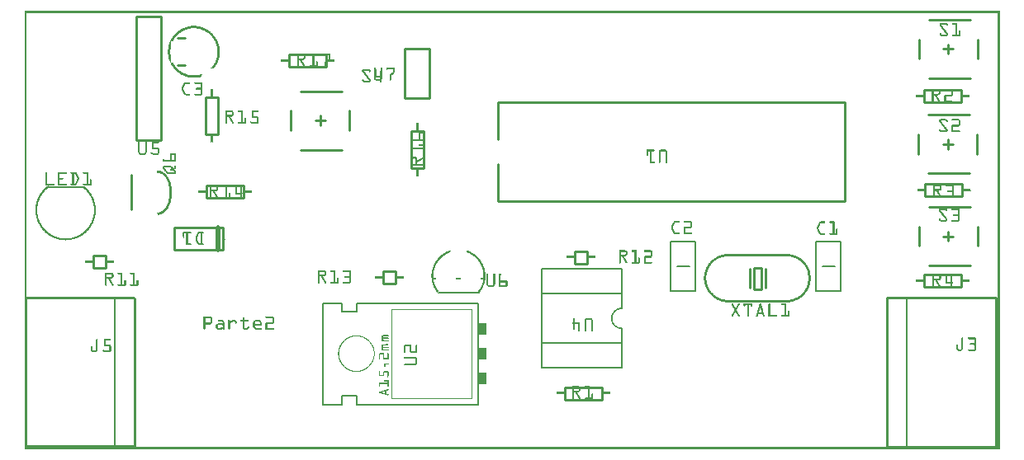
<source format=gto>
G04 MADE WITH FRITZING*
G04 WWW.FRITZING.ORG*
G04 DOUBLE SIDED*
G04 HOLES PLATED*
G04 CONTOUR ON CENTER OF CONTOUR VECTOR*
%ASAXBY*%
%FSLAX23Y23*%
%MOIN*%
%OFA0B0*%
%SFA1.0B1.0*%
%ADD10R,0.038714X0.096457X0.019029X0.076772*%
%ADD11C,0.009843*%
%ADD12R,0.035000X0.050000*%
%ADD13C,0.010000*%
%ADD14C,0.020000*%
%ADD15C,0.008000*%
%ADD16C,0.006000*%
%ADD17C,0.005000*%
%ADD18C,0.002000*%
%ADD19C,0.011000*%
%ADD20C,0.007874*%
%ADD21R,0.001000X0.001000*%
%LNSILK1*%
G90*
G70*
G54D11*
X2944Y735D02*
X2973Y735D01*
X2973Y648D01*
X2944Y648D01*
X2944Y735D01*
D02*
G54D12*
X1848Y486D03*
X1848Y386D03*
X1848Y286D03*
G54D13*
X801Y807D02*
X606Y807D01*
D02*
X606Y897D02*
X801Y897D01*
D02*
X801Y897D02*
X801Y807D01*
G54D14*
D02*
X781Y897D02*
X781Y807D01*
G54D13*
D02*
X732Y1273D02*
X732Y1423D01*
D02*
X732Y1423D02*
X782Y1423D01*
D02*
X782Y1423D02*
X782Y1273D01*
D02*
X782Y1273D02*
X732Y1273D01*
D02*
X1534Y1619D02*
X1534Y1419D01*
D02*
X1534Y1419D02*
X1634Y1419D01*
D02*
X1634Y1419D02*
X1634Y1619D01*
D02*
X1634Y1619D02*
X1534Y1619D01*
D02*
X1561Y1136D02*
X1561Y1286D01*
D02*
X1561Y1286D02*
X1611Y1286D01*
D02*
X1611Y1286D02*
X1611Y1136D01*
D02*
X1611Y1136D02*
X1561Y1136D01*
D02*
X1312Y1369D02*
X1312Y1290D01*
D02*
X1115Y1448D02*
X1282Y1448D01*
D02*
X1115Y1212D02*
X1282Y1212D01*
D02*
X1076Y1369D02*
X1076Y1290D01*
D02*
X1194Y1349D02*
X1194Y1310D01*
D02*
X1213Y1330D02*
X1174Y1330D01*
D02*
X450Y1752D02*
X450Y1252D01*
D02*
X450Y1252D02*
X550Y1252D01*
D02*
X550Y1252D02*
X550Y1752D01*
D02*
X550Y1752D02*
X450Y1752D01*
D02*
X1068Y1597D02*
X1218Y1597D01*
D02*
X1218Y1597D02*
X1218Y1547D01*
D02*
X1218Y1547D02*
X1068Y1547D01*
D02*
X1068Y1547D02*
X1068Y1597D01*
D02*
X3631Y1454D02*
X3781Y1454D01*
D02*
X3781Y1454D02*
X3781Y1404D01*
D02*
X3781Y1404D02*
X3631Y1404D01*
D02*
X3631Y1404D02*
X3631Y1454D01*
D02*
X3636Y1074D02*
X3786Y1074D01*
D02*
X3786Y1074D02*
X3786Y1024D01*
D02*
X3786Y1024D02*
X3636Y1024D01*
D02*
X3636Y1024D02*
X3636Y1074D01*
D02*
X3631Y707D02*
X3781Y707D01*
D02*
X3781Y707D02*
X3781Y657D01*
D02*
X3781Y657D02*
X3631Y657D01*
D02*
X3631Y657D02*
X3631Y707D01*
D02*
X432Y969D02*
X432Y1109D01*
D02*
X734Y1066D02*
X884Y1066D01*
D02*
X884Y1066D02*
X884Y1016D01*
D02*
X884Y1016D02*
X734Y1016D01*
D02*
X734Y1016D02*
X734Y1066D01*
D02*
X1447Y719D02*
X1497Y719D01*
D02*
X1497Y719D02*
X1497Y669D01*
D02*
X1497Y669D02*
X1447Y669D01*
D02*
X1447Y669D02*
X1447Y719D01*
D02*
X2221Y801D02*
X2271Y801D01*
D02*
X2271Y801D02*
X2271Y751D01*
D02*
X2271Y751D02*
X2221Y751D01*
D02*
X2221Y751D02*
X2221Y801D01*
D02*
X277Y784D02*
X327Y784D01*
D02*
X327Y784D02*
X327Y734D01*
D02*
X327Y734D02*
X277Y734D01*
D02*
X277Y734D02*
X277Y784D01*
G54D15*
D02*
X1670Y635D02*
X1834Y635D01*
G54D13*
D02*
X3847Y902D02*
X3847Y823D01*
D02*
X3650Y981D02*
X3817Y981D01*
D02*
X3650Y744D02*
X3817Y744D01*
D02*
X3610Y902D02*
X3610Y823D01*
D02*
X3728Y882D02*
X3728Y843D01*
D02*
X3748Y862D02*
X3709Y862D01*
D02*
X3846Y1274D02*
X3846Y1195D01*
D02*
X3649Y1353D02*
X3816Y1353D01*
D02*
X3649Y1117D02*
X3816Y1117D01*
D02*
X3609Y1274D02*
X3609Y1195D01*
D02*
X3728Y1254D02*
X3728Y1215D01*
D02*
X3747Y1235D02*
X3708Y1235D01*
D02*
X3847Y1658D02*
X3847Y1579D01*
D02*
X3650Y1737D02*
X3818Y1737D01*
D02*
X3650Y1500D02*
X3818Y1500D01*
D02*
X3611Y1658D02*
X3611Y1579D01*
D02*
X3729Y1638D02*
X3729Y1599D01*
D02*
X3749Y1619D02*
X3709Y1619D01*
G54D16*
D02*
X2087Y329D02*
X2411Y329D01*
D02*
X2411Y729D02*
X2087Y729D01*
D02*
X2411Y329D02*
X2411Y429D01*
D02*
X2411Y729D02*
X2411Y629D01*
D02*
X2411Y429D02*
X2087Y429D01*
G54D15*
D02*
X2411Y429D02*
X2411Y489D01*
G54D16*
D02*
X2411Y629D02*
X2091Y629D01*
D02*
X2411Y629D02*
X2411Y569D01*
G54D17*
D02*
X2087Y329D02*
X2087Y729D01*
G54D13*
D02*
X2181Y251D02*
X2331Y251D01*
D02*
X2331Y251D02*
X2331Y201D01*
D02*
X2331Y201D02*
X2181Y201D01*
D02*
X2181Y201D02*
X2181Y251D01*
D02*
X1911Y1004D02*
X3311Y1004D01*
D02*
X3311Y1004D02*
X3311Y1404D01*
D02*
X3311Y1404D02*
X1911Y1404D01*
D02*
X1911Y1004D02*
X1911Y1154D01*
D02*
X1911Y1254D02*
X1911Y1404D01*
G54D15*
D02*
X3271Y739D02*
X3221Y739D01*
D02*
X3296Y839D02*
X3296Y639D01*
D02*
X3296Y639D02*
X3196Y639D01*
D02*
X3196Y639D02*
X3196Y839D01*
D02*
X3196Y839D02*
X3296Y839D01*
D02*
X2683Y741D02*
X2633Y741D01*
D02*
X2708Y841D02*
X2708Y641D01*
D02*
X2708Y641D02*
X2608Y641D01*
D02*
X2608Y641D02*
X2608Y841D01*
D02*
X2608Y841D02*
X2708Y841D01*
G54D16*
D02*
X1830Y181D02*
X1830Y591D01*
D02*
X1205Y591D02*
X1205Y181D01*
D02*
X1830Y591D02*
X1340Y591D01*
D02*
X1340Y591D02*
X1340Y556D01*
D02*
X1340Y556D02*
X1280Y556D01*
D02*
X1280Y556D02*
X1280Y591D01*
D02*
X1280Y591D02*
X1205Y591D01*
D02*
X1830Y181D02*
X1340Y181D01*
D02*
X1340Y181D02*
X1340Y216D01*
D02*
X1340Y216D02*
X1280Y216D01*
D02*
X1280Y216D02*
X1280Y181D01*
D02*
X1280Y181D02*
X1205Y181D01*
G54D18*
D02*
X1805Y206D02*
X1805Y566D01*
D02*
X1480Y566D02*
X1805Y566D01*
D02*
X1480Y566D02*
X1480Y206D01*
D02*
X1805Y206D02*
X1480Y206D01*
G54D13*
D02*
X445Y12D02*
X445Y612D01*
G54D17*
D02*
X365Y12D02*
X365Y612D01*
G54D13*
D02*
X3920Y12D02*
X3920Y613D01*
D02*
X3920Y613D02*
X3480Y613D01*
D02*
X3480Y613D02*
X3480Y12D01*
D02*
X3480Y12D02*
X3920Y12D01*
G54D17*
D02*
X3560Y613D02*
X3560Y12D01*
G54D19*
X619Y1663D02*
X649Y1663D01*
D02*
X619Y1553D02*
X649Y1553D01*
D02*
G54D20*
X237Y1062D02*
X95Y1062D01*
D02*
G54D11*
X2990Y732D02*
X2990Y654D01*
D02*
X2927Y732D02*
X2927Y654D01*
D02*
G54D21*
X0Y1772D02*
X3936Y1772D01*
X0Y1771D02*
X3936Y1771D01*
X0Y1770D02*
X3936Y1770D01*
X0Y1769D02*
X3936Y1769D01*
X0Y1768D02*
X3936Y1768D01*
X0Y1767D02*
X3936Y1767D01*
X0Y1766D02*
X3936Y1766D01*
X0Y1765D02*
X3936Y1765D01*
X0Y1764D02*
X7Y1764D01*
X3929Y1764D02*
X3936Y1764D01*
X0Y1763D02*
X7Y1763D01*
X3929Y1763D02*
X3936Y1763D01*
X0Y1762D02*
X7Y1762D01*
X3929Y1762D02*
X3936Y1762D01*
X0Y1761D02*
X7Y1761D01*
X3929Y1761D02*
X3936Y1761D01*
X0Y1760D02*
X7Y1760D01*
X3929Y1760D02*
X3936Y1760D01*
X0Y1759D02*
X7Y1759D01*
X3929Y1759D02*
X3936Y1759D01*
X0Y1758D02*
X7Y1758D01*
X3929Y1758D02*
X3936Y1758D01*
X0Y1757D02*
X7Y1757D01*
X3929Y1757D02*
X3936Y1757D01*
X0Y1756D02*
X7Y1756D01*
X3929Y1756D02*
X3936Y1756D01*
X0Y1755D02*
X7Y1755D01*
X3929Y1755D02*
X3936Y1755D01*
X0Y1754D02*
X7Y1754D01*
X482Y1754D02*
X483Y1754D01*
X3929Y1754D02*
X3936Y1754D01*
X0Y1753D02*
X7Y1753D01*
X481Y1753D02*
X484Y1753D01*
X3929Y1753D02*
X3936Y1753D01*
X0Y1752D02*
X7Y1752D01*
X480Y1752D02*
X485Y1752D01*
X3929Y1752D02*
X3936Y1752D01*
X0Y1751D02*
X7Y1751D01*
X479Y1751D02*
X485Y1751D01*
X3929Y1751D02*
X3936Y1751D01*
X0Y1750D02*
X7Y1750D01*
X478Y1750D02*
X485Y1750D01*
X3929Y1750D02*
X3936Y1750D01*
X0Y1749D02*
X7Y1749D01*
X477Y1749D02*
X484Y1749D01*
X3929Y1749D02*
X3936Y1749D01*
X0Y1748D02*
X7Y1748D01*
X476Y1748D02*
X483Y1748D01*
X3929Y1748D02*
X3936Y1748D01*
X0Y1747D02*
X7Y1747D01*
X475Y1747D02*
X482Y1747D01*
X3929Y1747D02*
X3936Y1747D01*
X0Y1746D02*
X7Y1746D01*
X3929Y1746D02*
X3936Y1746D01*
X0Y1745D02*
X7Y1745D01*
X3929Y1745D02*
X3936Y1745D01*
X0Y1744D02*
X7Y1744D01*
X3929Y1744D02*
X3936Y1744D01*
X0Y1743D02*
X7Y1743D01*
X3929Y1743D02*
X3936Y1743D01*
X0Y1742D02*
X7Y1742D01*
X3929Y1742D02*
X3936Y1742D01*
X0Y1741D02*
X7Y1741D01*
X3929Y1741D02*
X3936Y1741D01*
X0Y1740D02*
X7Y1740D01*
X3929Y1740D02*
X3936Y1740D01*
X0Y1739D02*
X7Y1739D01*
X3929Y1739D02*
X3936Y1739D01*
X0Y1738D02*
X7Y1738D01*
X3929Y1738D02*
X3936Y1738D01*
X0Y1737D02*
X7Y1737D01*
X3929Y1737D02*
X3936Y1737D01*
X0Y1736D02*
X7Y1736D01*
X3929Y1736D02*
X3936Y1736D01*
X0Y1735D02*
X7Y1735D01*
X3929Y1735D02*
X3936Y1735D01*
X0Y1734D02*
X7Y1734D01*
X3929Y1734D02*
X3936Y1734D01*
X0Y1733D02*
X7Y1733D01*
X3929Y1733D02*
X3936Y1733D01*
X0Y1732D02*
X7Y1732D01*
X3929Y1732D02*
X3936Y1732D01*
X0Y1731D02*
X7Y1731D01*
X3929Y1731D02*
X3936Y1731D01*
X0Y1730D02*
X7Y1730D01*
X3929Y1730D02*
X3936Y1730D01*
X0Y1729D02*
X7Y1729D01*
X3929Y1729D02*
X3936Y1729D01*
X0Y1728D02*
X7Y1728D01*
X3929Y1728D02*
X3936Y1728D01*
X0Y1727D02*
X7Y1727D01*
X455Y1727D02*
X455Y1727D01*
X3929Y1727D02*
X3936Y1727D01*
X0Y1726D02*
X7Y1726D01*
X454Y1726D02*
X455Y1726D01*
X3929Y1726D02*
X3936Y1726D01*
X0Y1725D02*
X7Y1725D01*
X453Y1725D02*
X455Y1725D01*
X3929Y1725D02*
X3936Y1725D01*
X0Y1724D02*
X7Y1724D01*
X452Y1724D02*
X455Y1724D01*
X3698Y1724D02*
X3721Y1724D01*
X3745Y1724D02*
X3763Y1724D01*
X3929Y1724D02*
X3936Y1724D01*
X0Y1723D02*
X7Y1723D01*
X451Y1723D02*
X455Y1723D01*
X3697Y1723D02*
X3723Y1723D01*
X3744Y1723D02*
X3763Y1723D01*
X3929Y1723D02*
X3936Y1723D01*
X0Y1722D02*
X7Y1722D01*
X450Y1722D02*
X455Y1722D01*
X3696Y1722D02*
X3724Y1722D01*
X3744Y1722D02*
X3763Y1722D01*
X3929Y1722D02*
X3936Y1722D01*
X0Y1721D02*
X7Y1721D01*
X449Y1721D02*
X455Y1721D01*
X3695Y1721D02*
X3725Y1721D01*
X3744Y1721D02*
X3763Y1721D01*
X3929Y1721D02*
X3936Y1721D01*
X0Y1720D02*
X7Y1720D01*
X448Y1720D02*
X454Y1720D01*
X3694Y1720D02*
X3726Y1720D01*
X3744Y1720D02*
X3763Y1720D01*
X3929Y1720D02*
X3936Y1720D01*
X0Y1719D02*
X7Y1719D01*
X449Y1719D02*
X453Y1719D01*
X3694Y1719D02*
X3726Y1719D01*
X3744Y1719D02*
X3763Y1719D01*
X3929Y1719D02*
X3936Y1719D01*
X0Y1718D02*
X7Y1718D01*
X450Y1718D02*
X452Y1718D01*
X3694Y1718D02*
X3727Y1718D01*
X3746Y1718D02*
X3763Y1718D01*
X3929Y1718D02*
X3936Y1718D01*
X0Y1717D02*
X7Y1717D01*
X451Y1717D02*
X451Y1717D01*
X3694Y1717D02*
X3700Y1717D01*
X3720Y1717D02*
X3727Y1717D01*
X3757Y1717D02*
X3763Y1717D01*
X3929Y1717D02*
X3936Y1717D01*
X0Y1716D02*
X7Y1716D01*
X3694Y1716D02*
X3700Y1716D01*
X3721Y1716D02*
X3727Y1716D01*
X3757Y1716D02*
X3763Y1716D01*
X3929Y1716D02*
X3936Y1716D01*
X0Y1715D02*
X7Y1715D01*
X3694Y1715D02*
X3701Y1715D01*
X3721Y1715D02*
X3727Y1715D01*
X3757Y1715D02*
X3763Y1715D01*
X3929Y1715D02*
X3936Y1715D01*
X0Y1714D02*
X7Y1714D01*
X3694Y1714D02*
X3702Y1714D01*
X3722Y1714D02*
X3727Y1714D01*
X3757Y1714D02*
X3763Y1714D01*
X3929Y1714D02*
X3936Y1714D01*
X0Y1713D02*
X7Y1713D01*
X3695Y1713D02*
X3702Y1713D01*
X3722Y1713D02*
X3726Y1713D01*
X3757Y1713D02*
X3763Y1713D01*
X3929Y1713D02*
X3936Y1713D01*
X0Y1712D02*
X7Y1712D01*
X673Y1712D02*
X694Y1712D01*
X3695Y1712D02*
X3703Y1712D01*
X3724Y1712D02*
X3725Y1712D01*
X3757Y1712D02*
X3763Y1712D01*
X3929Y1712D02*
X3936Y1712D01*
X0Y1711D02*
X7Y1711D01*
X666Y1711D02*
X701Y1711D01*
X3696Y1711D02*
X3704Y1711D01*
X3757Y1711D02*
X3763Y1711D01*
X3929Y1711D02*
X3936Y1711D01*
X0Y1710D02*
X7Y1710D01*
X661Y1710D02*
X706Y1710D01*
X3697Y1710D02*
X3705Y1710D01*
X3757Y1710D02*
X3763Y1710D01*
X3929Y1710D02*
X3936Y1710D01*
X0Y1709D02*
X7Y1709D01*
X657Y1709D02*
X710Y1709D01*
X3698Y1709D02*
X3706Y1709D01*
X3757Y1709D02*
X3763Y1709D01*
X3929Y1709D02*
X3936Y1709D01*
X0Y1708D02*
X7Y1708D01*
X654Y1708D02*
X713Y1708D01*
X3698Y1708D02*
X3706Y1708D01*
X3757Y1708D02*
X3763Y1708D01*
X3929Y1708D02*
X3936Y1708D01*
X0Y1707D02*
X7Y1707D01*
X651Y1707D02*
X716Y1707D01*
X3699Y1707D02*
X3707Y1707D01*
X3757Y1707D02*
X3763Y1707D01*
X3929Y1707D02*
X3936Y1707D01*
X0Y1706D02*
X7Y1706D01*
X648Y1706D02*
X719Y1706D01*
X3700Y1706D02*
X3708Y1706D01*
X3757Y1706D02*
X3763Y1706D01*
X3929Y1706D02*
X3936Y1706D01*
X0Y1705D02*
X7Y1705D01*
X645Y1705D02*
X722Y1705D01*
X3701Y1705D02*
X3709Y1705D01*
X3757Y1705D02*
X3763Y1705D01*
X3929Y1705D02*
X3936Y1705D01*
X0Y1704D02*
X7Y1704D01*
X643Y1704D02*
X724Y1704D01*
X3701Y1704D02*
X3709Y1704D01*
X3757Y1704D02*
X3763Y1704D01*
X3929Y1704D02*
X3936Y1704D01*
X0Y1703D02*
X7Y1703D01*
X641Y1703D02*
X726Y1703D01*
X3702Y1703D02*
X3710Y1703D01*
X3757Y1703D02*
X3763Y1703D01*
X3929Y1703D02*
X3936Y1703D01*
X0Y1702D02*
X7Y1702D01*
X639Y1702D02*
X672Y1702D01*
X695Y1702D02*
X728Y1702D01*
X3703Y1702D02*
X3711Y1702D01*
X3757Y1702D02*
X3763Y1702D01*
X3929Y1702D02*
X3936Y1702D01*
X0Y1701D02*
X7Y1701D01*
X637Y1701D02*
X666Y1701D01*
X701Y1701D02*
X730Y1701D01*
X3704Y1701D02*
X3712Y1701D01*
X3757Y1701D02*
X3763Y1701D01*
X3929Y1701D02*
X3936Y1701D01*
X0Y1700D02*
X7Y1700D01*
X635Y1700D02*
X661Y1700D01*
X706Y1700D02*
X732Y1700D01*
X3705Y1700D02*
X3713Y1700D01*
X3757Y1700D02*
X3763Y1700D01*
X3929Y1700D02*
X3936Y1700D01*
X0Y1699D02*
X7Y1699D01*
X633Y1699D02*
X657Y1699D01*
X710Y1699D02*
X734Y1699D01*
X3705Y1699D02*
X3713Y1699D01*
X3757Y1699D02*
X3763Y1699D01*
X3929Y1699D02*
X3936Y1699D01*
X0Y1698D02*
X7Y1698D01*
X631Y1698D02*
X654Y1698D01*
X714Y1698D02*
X736Y1698D01*
X3706Y1698D02*
X3714Y1698D01*
X3757Y1698D02*
X3763Y1698D01*
X3929Y1698D02*
X3936Y1698D01*
X0Y1697D02*
X7Y1697D01*
X630Y1697D02*
X651Y1697D01*
X716Y1697D02*
X737Y1697D01*
X3707Y1697D02*
X3715Y1697D01*
X3757Y1697D02*
X3763Y1697D01*
X3929Y1697D02*
X3936Y1697D01*
X0Y1696D02*
X7Y1696D01*
X628Y1696D02*
X648Y1696D01*
X719Y1696D02*
X739Y1696D01*
X3708Y1696D02*
X3716Y1696D01*
X3757Y1696D02*
X3763Y1696D01*
X3929Y1696D02*
X3936Y1696D01*
X0Y1695D02*
X7Y1695D01*
X626Y1695D02*
X645Y1695D01*
X722Y1695D02*
X741Y1695D01*
X3708Y1695D02*
X3716Y1695D01*
X3757Y1695D02*
X3763Y1695D01*
X3774Y1695D02*
X3775Y1695D01*
X3929Y1695D02*
X3936Y1695D01*
X0Y1694D02*
X7Y1694D01*
X625Y1694D02*
X643Y1694D01*
X724Y1694D02*
X742Y1694D01*
X3709Y1694D02*
X3717Y1694D01*
X3757Y1694D02*
X3763Y1694D01*
X3772Y1694D02*
X3776Y1694D01*
X3929Y1694D02*
X3936Y1694D01*
X0Y1693D02*
X7Y1693D01*
X624Y1693D02*
X641Y1693D01*
X726Y1693D02*
X743Y1693D01*
X3710Y1693D02*
X3718Y1693D01*
X3757Y1693D02*
X3763Y1693D01*
X3772Y1693D02*
X3777Y1693D01*
X3929Y1693D02*
X3936Y1693D01*
X0Y1692D02*
X7Y1692D01*
X622Y1692D02*
X639Y1692D01*
X728Y1692D02*
X745Y1692D01*
X3711Y1692D02*
X3719Y1692D01*
X3757Y1692D02*
X3763Y1692D01*
X3771Y1692D02*
X3777Y1692D01*
X3929Y1692D02*
X3936Y1692D01*
X0Y1691D02*
X7Y1691D01*
X621Y1691D02*
X637Y1691D01*
X730Y1691D02*
X746Y1691D01*
X3711Y1691D02*
X3720Y1691D01*
X3757Y1691D02*
X3763Y1691D01*
X3771Y1691D02*
X3777Y1691D01*
X3929Y1691D02*
X3936Y1691D01*
X0Y1690D02*
X7Y1690D01*
X620Y1690D02*
X635Y1690D01*
X732Y1690D02*
X747Y1690D01*
X3712Y1690D02*
X3720Y1690D01*
X3757Y1690D02*
X3763Y1690D01*
X3771Y1690D02*
X3777Y1690D01*
X3929Y1690D02*
X3936Y1690D01*
X0Y1689D02*
X7Y1689D01*
X618Y1689D02*
X634Y1689D01*
X733Y1689D02*
X749Y1689D01*
X3713Y1689D02*
X3721Y1689D01*
X3757Y1689D02*
X3763Y1689D01*
X3771Y1689D02*
X3777Y1689D01*
X3929Y1689D02*
X3936Y1689D01*
X0Y1688D02*
X7Y1688D01*
X617Y1688D02*
X632Y1688D01*
X735Y1688D02*
X750Y1688D01*
X3714Y1688D02*
X3722Y1688D01*
X3757Y1688D02*
X3763Y1688D01*
X3771Y1688D02*
X3777Y1688D01*
X3929Y1688D02*
X3936Y1688D01*
X0Y1687D02*
X7Y1687D01*
X616Y1687D02*
X630Y1687D01*
X737Y1687D02*
X751Y1687D01*
X3715Y1687D02*
X3723Y1687D01*
X3757Y1687D02*
X3763Y1687D01*
X3771Y1687D02*
X3777Y1687D01*
X3929Y1687D02*
X3936Y1687D01*
X0Y1686D02*
X7Y1686D01*
X615Y1686D02*
X629Y1686D01*
X738Y1686D02*
X752Y1686D01*
X3715Y1686D02*
X3723Y1686D01*
X3757Y1686D02*
X3763Y1686D01*
X3771Y1686D02*
X3777Y1686D01*
X3929Y1686D02*
X3936Y1686D01*
X0Y1685D02*
X7Y1685D01*
X614Y1685D02*
X628Y1685D01*
X739Y1685D02*
X753Y1685D01*
X3716Y1685D02*
X3724Y1685D01*
X3757Y1685D02*
X3763Y1685D01*
X3771Y1685D02*
X3777Y1685D01*
X3929Y1685D02*
X3936Y1685D01*
X0Y1684D02*
X7Y1684D01*
X613Y1684D02*
X626Y1684D01*
X741Y1684D02*
X754Y1684D01*
X3717Y1684D02*
X3725Y1684D01*
X3757Y1684D02*
X3763Y1684D01*
X3771Y1684D02*
X3777Y1684D01*
X3929Y1684D02*
X3936Y1684D01*
X0Y1683D02*
X7Y1683D01*
X612Y1683D02*
X625Y1683D01*
X742Y1683D02*
X755Y1683D01*
X3696Y1683D02*
X3698Y1683D01*
X3718Y1683D02*
X3726Y1683D01*
X3757Y1683D02*
X3763Y1683D01*
X3771Y1683D02*
X3777Y1683D01*
X3929Y1683D02*
X3936Y1683D01*
X0Y1682D02*
X7Y1682D01*
X610Y1682D02*
X623Y1682D01*
X744Y1682D02*
X757Y1682D01*
X3694Y1682D02*
X3699Y1682D01*
X3718Y1682D02*
X3726Y1682D01*
X3757Y1682D02*
X3763Y1682D01*
X3771Y1682D02*
X3777Y1682D01*
X3929Y1682D02*
X3936Y1682D01*
X0Y1681D02*
X7Y1681D01*
X609Y1681D02*
X622Y1681D01*
X745Y1681D02*
X758Y1681D01*
X3694Y1681D02*
X3699Y1681D01*
X3719Y1681D02*
X3727Y1681D01*
X3757Y1681D02*
X3763Y1681D01*
X3771Y1681D02*
X3777Y1681D01*
X3929Y1681D02*
X3936Y1681D01*
X0Y1680D02*
X7Y1680D01*
X609Y1680D02*
X621Y1680D01*
X746Y1680D02*
X758Y1680D01*
X3694Y1680D02*
X3700Y1680D01*
X3720Y1680D02*
X3727Y1680D01*
X3757Y1680D02*
X3763Y1680D01*
X3771Y1680D02*
X3777Y1680D01*
X3929Y1680D02*
X3936Y1680D01*
X0Y1679D02*
X7Y1679D01*
X608Y1679D02*
X620Y1679D01*
X747Y1679D02*
X759Y1679D01*
X3694Y1679D02*
X3700Y1679D01*
X3721Y1679D02*
X3727Y1679D01*
X3757Y1679D02*
X3763Y1679D01*
X3771Y1679D02*
X3777Y1679D01*
X3929Y1679D02*
X3936Y1679D01*
X0Y1678D02*
X7Y1678D01*
X607Y1678D02*
X619Y1678D01*
X748Y1678D02*
X760Y1678D01*
X3694Y1678D02*
X3701Y1678D01*
X3721Y1678D02*
X3727Y1678D01*
X3757Y1678D02*
X3763Y1678D01*
X3771Y1678D02*
X3777Y1678D01*
X3929Y1678D02*
X3936Y1678D01*
X0Y1677D02*
X7Y1677D01*
X606Y1677D02*
X618Y1677D01*
X749Y1677D02*
X761Y1677D01*
X3694Y1677D02*
X3727Y1677D01*
X3745Y1677D02*
X3777Y1677D01*
X3929Y1677D02*
X3936Y1677D01*
X0Y1676D02*
X7Y1676D01*
X605Y1676D02*
X617Y1676D01*
X750Y1676D02*
X762Y1676D01*
X3695Y1676D02*
X3727Y1676D01*
X3744Y1676D02*
X3777Y1676D01*
X3929Y1676D02*
X3936Y1676D01*
X0Y1675D02*
X7Y1675D01*
X604Y1675D02*
X616Y1675D01*
X751Y1675D02*
X763Y1675D01*
X3695Y1675D02*
X3726Y1675D01*
X3744Y1675D02*
X3777Y1675D01*
X3929Y1675D02*
X3936Y1675D01*
X0Y1674D02*
X7Y1674D01*
X603Y1674D02*
X615Y1674D01*
X752Y1674D02*
X764Y1674D01*
X3696Y1674D02*
X3726Y1674D01*
X3744Y1674D02*
X3777Y1674D01*
X3929Y1674D02*
X3936Y1674D01*
X0Y1673D02*
X7Y1673D01*
X602Y1673D02*
X614Y1673D01*
X753Y1673D02*
X765Y1673D01*
X3697Y1673D02*
X3725Y1673D01*
X3744Y1673D02*
X3777Y1673D01*
X3929Y1673D02*
X3936Y1673D01*
X0Y1672D02*
X7Y1672D01*
X602Y1672D02*
X613Y1672D01*
X754Y1672D02*
X765Y1672D01*
X3698Y1672D02*
X3724Y1672D01*
X3744Y1672D02*
X3777Y1672D01*
X3929Y1672D02*
X3936Y1672D01*
X0Y1671D02*
X7Y1671D01*
X601Y1671D02*
X612Y1671D01*
X755Y1671D02*
X766Y1671D01*
X3700Y1671D02*
X3722Y1671D01*
X3745Y1671D02*
X3775Y1671D01*
X3929Y1671D02*
X3936Y1671D01*
X0Y1670D02*
X7Y1670D01*
X600Y1670D02*
X611Y1670D01*
X756Y1670D02*
X767Y1670D01*
X3929Y1670D02*
X3936Y1670D01*
X0Y1669D02*
X7Y1669D01*
X599Y1669D02*
X610Y1669D01*
X757Y1669D02*
X768Y1669D01*
X3929Y1669D02*
X3936Y1669D01*
X0Y1668D02*
X7Y1668D01*
X599Y1668D02*
X609Y1668D01*
X758Y1668D02*
X768Y1668D01*
X3929Y1668D02*
X3936Y1668D01*
X0Y1667D02*
X7Y1667D01*
X598Y1667D02*
X609Y1667D01*
X758Y1667D02*
X769Y1667D01*
X3929Y1667D02*
X3936Y1667D01*
X0Y1666D02*
X7Y1666D01*
X597Y1666D02*
X608Y1666D01*
X759Y1666D02*
X770Y1666D01*
X3929Y1666D02*
X3936Y1666D01*
X0Y1665D02*
X7Y1665D01*
X597Y1665D02*
X607Y1665D01*
X760Y1665D02*
X770Y1665D01*
X3929Y1665D02*
X3936Y1665D01*
X0Y1664D02*
X7Y1664D01*
X596Y1664D02*
X606Y1664D01*
X761Y1664D02*
X771Y1664D01*
X3929Y1664D02*
X3936Y1664D01*
X0Y1663D02*
X7Y1663D01*
X595Y1663D02*
X606Y1663D01*
X761Y1663D02*
X772Y1663D01*
X3929Y1663D02*
X3936Y1663D01*
X0Y1662D02*
X7Y1662D01*
X595Y1662D02*
X605Y1662D01*
X762Y1662D02*
X772Y1662D01*
X3929Y1662D02*
X3936Y1662D01*
X0Y1661D02*
X7Y1661D01*
X594Y1661D02*
X604Y1661D01*
X763Y1661D02*
X773Y1661D01*
X3929Y1661D02*
X3936Y1661D01*
X0Y1660D02*
X7Y1660D01*
X593Y1660D02*
X603Y1660D01*
X764Y1660D02*
X774Y1660D01*
X3929Y1660D02*
X3936Y1660D01*
X0Y1659D02*
X7Y1659D01*
X593Y1659D02*
X603Y1659D01*
X764Y1659D02*
X774Y1659D01*
X3929Y1659D02*
X3936Y1659D01*
X0Y1658D02*
X7Y1658D01*
X592Y1658D02*
X602Y1658D01*
X765Y1658D02*
X775Y1658D01*
X3929Y1658D02*
X3936Y1658D01*
X0Y1657D02*
X7Y1657D01*
X592Y1657D02*
X602Y1657D01*
X765Y1657D02*
X775Y1657D01*
X3929Y1657D02*
X3936Y1657D01*
X0Y1656D02*
X7Y1656D01*
X591Y1656D02*
X601Y1656D01*
X766Y1656D02*
X776Y1656D01*
X3929Y1656D02*
X3936Y1656D01*
X0Y1655D02*
X7Y1655D01*
X591Y1655D02*
X600Y1655D01*
X767Y1655D02*
X776Y1655D01*
X3929Y1655D02*
X3936Y1655D01*
X0Y1654D02*
X7Y1654D01*
X590Y1654D02*
X600Y1654D01*
X767Y1654D02*
X777Y1654D01*
X3929Y1654D02*
X3936Y1654D01*
X0Y1653D02*
X7Y1653D01*
X590Y1653D02*
X599Y1653D01*
X768Y1653D02*
X777Y1653D01*
X3929Y1653D02*
X3936Y1653D01*
X0Y1652D02*
X7Y1652D01*
X589Y1652D02*
X599Y1652D01*
X768Y1652D02*
X778Y1652D01*
X3929Y1652D02*
X3936Y1652D01*
X0Y1651D02*
X7Y1651D01*
X589Y1651D02*
X598Y1651D01*
X769Y1651D02*
X778Y1651D01*
X3929Y1651D02*
X3936Y1651D01*
X0Y1650D02*
X7Y1650D01*
X588Y1650D02*
X591Y1650D01*
X769Y1650D02*
X779Y1650D01*
X3929Y1650D02*
X3936Y1650D01*
X0Y1649D02*
X7Y1649D01*
X588Y1649D02*
X591Y1649D01*
X770Y1649D02*
X779Y1649D01*
X3929Y1649D02*
X3936Y1649D01*
X0Y1648D02*
X7Y1648D01*
X587Y1648D02*
X591Y1648D01*
X770Y1648D02*
X780Y1648D01*
X3929Y1648D02*
X3936Y1648D01*
X0Y1647D02*
X7Y1647D01*
X587Y1647D02*
X591Y1647D01*
X771Y1647D02*
X780Y1647D01*
X3929Y1647D02*
X3936Y1647D01*
X0Y1646D02*
X7Y1646D01*
X586Y1646D02*
X591Y1646D01*
X771Y1646D02*
X781Y1646D01*
X3929Y1646D02*
X3936Y1646D01*
X0Y1645D02*
X7Y1645D01*
X586Y1645D02*
X591Y1645D01*
X772Y1645D02*
X781Y1645D01*
X3929Y1645D02*
X3936Y1645D01*
X0Y1644D02*
X7Y1644D01*
X586Y1644D02*
X591Y1644D01*
X772Y1644D02*
X781Y1644D01*
X3929Y1644D02*
X3936Y1644D01*
X0Y1643D02*
X7Y1643D01*
X585Y1643D02*
X591Y1643D01*
X772Y1643D02*
X782Y1643D01*
X3929Y1643D02*
X3936Y1643D01*
X0Y1642D02*
X7Y1642D01*
X585Y1642D02*
X591Y1642D01*
X773Y1642D02*
X782Y1642D01*
X3929Y1642D02*
X3936Y1642D01*
X0Y1641D02*
X7Y1641D01*
X585Y1641D02*
X591Y1641D01*
X773Y1641D02*
X782Y1641D01*
X3929Y1641D02*
X3936Y1641D01*
X0Y1640D02*
X7Y1640D01*
X584Y1640D02*
X591Y1640D01*
X773Y1640D02*
X783Y1640D01*
X3929Y1640D02*
X3936Y1640D01*
X0Y1639D02*
X7Y1639D01*
X584Y1639D02*
X591Y1639D01*
X774Y1639D02*
X783Y1639D01*
X3929Y1639D02*
X3936Y1639D01*
X0Y1638D02*
X7Y1638D01*
X584Y1638D02*
X591Y1638D01*
X774Y1638D02*
X783Y1638D01*
X3929Y1638D02*
X3936Y1638D01*
X0Y1637D02*
X7Y1637D01*
X583Y1637D02*
X591Y1637D01*
X774Y1637D02*
X784Y1637D01*
X3929Y1637D02*
X3936Y1637D01*
X0Y1636D02*
X7Y1636D01*
X583Y1636D02*
X591Y1636D01*
X775Y1636D02*
X784Y1636D01*
X3929Y1636D02*
X3936Y1636D01*
X0Y1635D02*
X7Y1635D01*
X583Y1635D02*
X591Y1635D01*
X775Y1635D02*
X784Y1635D01*
X3929Y1635D02*
X3936Y1635D01*
X0Y1634D02*
X7Y1634D01*
X582Y1634D02*
X591Y1634D01*
X775Y1634D02*
X785Y1634D01*
X3929Y1634D02*
X3936Y1634D01*
X0Y1633D02*
X7Y1633D01*
X582Y1633D02*
X591Y1633D01*
X776Y1633D02*
X785Y1633D01*
X3929Y1633D02*
X3936Y1633D01*
X0Y1632D02*
X7Y1632D01*
X582Y1632D02*
X591Y1632D01*
X776Y1632D02*
X785Y1632D01*
X3929Y1632D02*
X3936Y1632D01*
X0Y1631D02*
X7Y1631D01*
X582Y1631D02*
X591Y1631D01*
X776Y1631D02*
X785Y1631D01*
X3929Y1631D02*
X3936Y1631D01*
X0Y1630D02*
X7Y1630D01*
X582Y1630D02*
X591Y1630D01*
X776Y1630D02*
X786Y1630D01*
X3929Y1630D02*
X3936Y1630D01*
X0Y1629D02*
X7Y1629D01*
X581Y1629D02*
X590Y1629D01*
X777Y1629D02*
X786Y1629D01*
X3929Y1629D02*
X3936Y1629D01*
X0Y1628D02*
X7Y1628D01*
X581Y1628D02*
X590Y1628D01*
X777Y1628D02*
X786Y1628D01*
X3929Y1628D02*
X3936Y1628D01*
X0Y1627D02*
X7Y1627D01*
X581Y1627D02*
X590Y1627D01*
X777Y1627D02*
X786Y1627D01*
X3929Y1627D02*
X3936Y1627D01*
X0Y1626D02*
X7Y1626D01*
X581Y1626D02*
X590Y1626D01*
X777Y1626D02*
X786Y1626D01*
X3929Y1626D02*
X3936Y1626D01*
X0Y1625D02*
X7Y1625D01*
X581Y1625D02*
X590Y1625D01*
X777Y1625D02*
X786Y1625D01*
X3929Y1625D02*
X3936Y1625D01*
X0Y1624D02*
X7Y1624D01*
X580Y1624D02*
X589Y1624D01*
X778Y1624D02*
X787Y1624D01*
X3929Y1624D02*
X3936Y1624D01*
X0Y1623D02*
X7Y1623D01*
X580Y1623D02*
X589Y1623D01*
X778Y1623D02*
X787Y1623D01*
X3929Y1623D02*
X3936Y1623D01*
X0Y1622D02*
X7Y1622D01*
X580Y1622D02*
X589Y1622D01*
X778Y1622D02*
X787Y1622D01*
X3929Y1622D02*
X3936Y1622D01*
X0Y1621D02*
X7Y1621D01*
X580Y1621D02*
X589Y1621D01*
X778Y1621D02*
X787Y1621D01*
X1567Y1621D02*
X1567Y1621D01*
X3929Y1621D02*
X3936Y1621D01*
X0Y1620D02*
X7Y1620D01*
X580Y1620D02*
X589Y1620D01*
X778Y1620D02*
X787Y1620D01*
X1566Y1620D02*
X1568Y1620D01*
X3929Y1620D02*
X3936Y1620D01*
X0Y1619D02*
X7Y1619D01*
X580Y1619D02*
X589Y1619D01*
X778Y1619D02*
X787Y1619D01*
X1565Y1619D02*
X1569Y1619D01*
X3929Y1619D02*
X3936Y1619D01*
X0Y1618D02*
X7Y1618D01*
X580Y1618D02*
X589Y1618D01*
X778Y1618D02*
X787Y1618D01*
X1564Y1618D02*
X1570Y1618D01*
X3929Y1618D02*
X3936Y1618D01*
X0Y1617D02*
X7Y1617D01*
X579Y1617D02*
X588Y1617D01*
X779Y1617D02*
X788Y1617D01*
X1563Y1617D02*
X1569Y1617D01*
X3929Y1617D02*
X3936Y1617D01*
X0Y1616D02*
X7Y1616D01*
X579Y1616D02*
X588Y1616D01*
X779Y1616D02*
X788Y1616D01*
X1562Y1616D02*
X1568Y1616D01*
X3929Y1616D02*
X3936Y1616D01*
X0Y1615D02*
X7Y1615D01*
X579Y1615D02*
X588Y1615D01*
X779Y1615D02*
X788Y1615D01*
X1561Y1615D02*
X1567Y1615D01*
X3929Y1615D02*
X3936Y1615D01*
X0Y1614D02*
X7Y1614D01*
X579Y1614D02*
X588Y1614D01*
X779Y1614D02*
X788Y1614D01*
X1560Y1614D02*
X1566Y1614D01*
X3929Y1614D02*
X3936Y1614D01*
X0Y1613D02*
X7Y1613D01*
X579Y1613D02*
X588Y1613D01*
X779Y1613D02*
X788Y1613D01*
X3929Y1613D02*
X3936Y1613D01*
X0Y1612D02*
X7Y1612D01*
X579Y1612D02*
X588Y1612D01*
X779Y1612D02*
X788Y1612D01*
X3929Y1612D02*
X3936Y1612D01*
X0Y1611D02*
X7Y1611D01*
X579Y1611D02*
X588Y1611D01*
X779Y1611D02*
X788Y1611D01*
X3929Y1611D02*
X3936Y1611D01*
X0Y1610D02*
X7Y1610D01*
X579Y1610D02*
X588Y1610D01*
X779Y1610D02*
X788Y1610D01*
X3929Y1610D02*
X3936Y1610D01*
X0Y1609D02*
X7Y1609D01*
X579Y1609D02*
X588Y1609D01*
X779Y1609D02*
X788Y1609D01*
X3929Y1609D02*
X3936Y1609D01*
X0Y1608D02*
X7Y1608D01*
X579Y1608D02*
X588Y1608D01*
X779Y1608D02*
X788Y1608D01*
X3929Y1608D02*
X3936Y1608D01*
X0Y1607D02*
X7Y1607D01*
X579Y1607D02*
X588Y1607D01*
X779Y1607D02*
X788Y1607D01*
X3929Y1607D02*
X3936Y1607D01*
X0Y1606D02*
X7Y1606D01*
X579Y1606D02*
X588Y1606D01*
X779Y1606D02*
X788Y1606D01*
X3929Y1606D02*
X3936Y1606D01*
X0Y1605D02*
X7Y1605D01*
X579Y1605D02*
X588Y1605D01*
X779Y1605D02*
X788Y1605D01*
X3929Y1605D02*
X3936Y1605D01*
X0Y1604D02*
X7Y1604D01*
X579Y1604D02*
X588Y1604D01*
X779Y1604D02*
X788Y1604D01*
X3929Y1604D02*
X3936Y1604D01*
X0Y1603D02*
X7Y1603D01*
X579Y1603D02*
X588Y1603D01*
X779Y1603D02*
X788Y1603D01*
X3929Y1603D02*
X3936Y1603D01*
X0Y1602D02*
X7Y1602D01*
X579Y1602D02*
X588Y1602D01*
X779Y1602D02*
X788Y1602D01*
X3929Y1602D02*
X3936Y1602D01*
X0Y1601D02*
X7Y1601D01*
X579Y1601D02*
X588Y1601D01*
X779Y1601D02*
X788Y1601D01*
X3929Y1601D02*
X3936Y1601D01*
X0Y1600D02*
X7Y1600D01*
X579Y1600D02*
X588Y1600D01*
X779Y1600D02*
X788Y1600D01*
X3929Y1600D02*
X3936Y1600D01*
X0Y1599D02*
X7Y1599D01*
X579Y1599D02*
X588Y1599D01*
X779Y1599D02*
X788Y1599D01*
X1100Y1599D02*
X1125Y1599D01*
X1152Y1599D02*
X1169Y1599D01*
X1202Y1599D02*
X1233Y1599D01*
X3929Y1599D02*
X3936Y1599D01*
X0Y1598D02*
X7Y1598D01*
X579Y1598D02*
X588Y1598D01*
X779Y1598D02*
X788Y1598D01*
X1100Y1598D02*
X1128Y1598D01*
X1151Y1598D02*
X1169Y1598D01*
X1201Y1598D02*
X1233Y1598D01*
X3929Y1598D02*
X3936Y1598D01*
X0Y1597D02*
X7Y1597D01*
X580Y1597D02*
X589Y1597D01*
X778Y1597D02*
X787Y1597D01*
X1100Y1597D02*
X1129Y1597D01*
X1150Y1597D02*
X1169Y1597D01*
X1200Y1597D02*
X1233Y1597D01*
X3929Y1597D02*
X3936Y1597D01*
X0Y1596D02*
X7Y1596D01*
X580Y1596D02*
X589Y1596D01*
X778Y1596D02*
X787Y1596D01*
X1100Y1596D02*
X1130Y1596D01*
X1150Y1596D02*
X1169Y1596D01*
X1200Y1596D02*
X1233Y1596D01*
X3929Y1596D02*
X3936Y1596D01*
X0Y1595D02*
X7Y1595D01*
X580Y1595D02*
X589Y1595D01*
X778Y1595D02*
X787Y1595D01*
X1100Y1595D02*
X1131Y1595D01*
X1150Y1595D02*
X1169Y1595D01*
X1200Y1595D02*
X1233Y1595D01*
X3929Y1595D02*
X3936Y1595D01*
X0Y1594D02*
X7Y1594D01*
X580Y1594D02*
X589Y1594D01*
X778Y1594D02*
X787Y1594D01*
X1100Y1594D02*
X1132Y1594D01*
X1150Y1594D02*
X1169Y1594D01*
X1200Y1594D02*
X1233Y1594D01*
X3929Y1594D02*
X3936Y1594D01*
X0Y1593D02*
X7Y1593D01*
X580Y1593D02*
X589Y1593D01*
X778Y1593D02*
X787Y1593D01*
X1100Y1593D02*
X1132Y1593D01*
X1151Y1593D02*
X1169Y1593D01*
X1200Y1593D02*
X1233Y1593D01*
X1539Y1593D02*
X1539Y1593D01*
X3929Y1593D02*
X3936Y1593D01*
X0Y1592D02*
X7Y1592D01*
X580Y1592D02*
X589Y1592D01*
X778Y1592D02*
X787Y1592D01*
X1100Y1592D02*
X1106Y1592D01*
X1125Y1592D02*
X1133Y1592D01*
X1163Y1592D02*
X1169Y1592D01*
X1200Y1592D02*
X1206Y1592D01*
X1227Y1592D02*
X1233Y1592D01*
X1538Y1592D02*
X1539Y1592D01*
X3929Y1592D02*
X3936Y1592D01*
X0Y1591D02*
X7Y1591D01*
X580Y1591D02*
X589Y1591D01*
X778Y1591D02*
X787Y1591D01*
X1100Y1591D02*
X1106Y1591D01*
X1126Y1591D02*
X1133Y1591D01*
X1163Y1591D02*
X1169Y1591D01*
X1200Y1591D02*
X1205Y1591D01*
X1227Y1591D02*
X1233Y1591D01*
X1537Y1591D02*
X1539Y1591D01*
X3929Y1591D02*
X3936Y1591D01*
X0Y1590D02*
X7Y1590D01*
X581Y1590D02*
X590Y1590D01*
X777Y1590D02*
X786Y1590D01*
X1100Y1590D02*
X1106Y1590D01*
X1127Y1590D02*
X1133Y1590D01*
X1163Y1590D02*
X1169Y1590D01*
X1201Y1590D02*
X1204Y1590D01*
X1227Y1590D02*
X1233Y1590D01*
X1536Y1590D02*
X1539Y1590D01*
X3929Y1590D02*
X3936Y1590D01*
X0Y1589D02*
X7Y1589D01*
X581Y1589D02*
X590Y1589D01*
X777Y1589D02*
X786Y1589D01*
X1100Y1589D02*
X1106Y1589D01*
X1127Y1589D02*
X1133Y1589D01*
X1163Y1589D02*
X1169Y1589D01*
X1227Y1589D02*
X1233Y1589D01*
X1535Y1589D02*
X1539Y1589D01*
X3929Y1589D02*
X3936Y1589D01*
X0Y1588D02*
X7Y1588D01*
X581Y1588D02*
X590Y1588D01*
X777Y1588D02*
X786Y1588D01*
X1100Y1588D02*
X1106Y1588D01*
X1127Y1588D02*
X1133Y1588D01*
X1163Y1588D02*
X1169Y1588D01*
X1227Y1588D02*
X1233Y1588D01*
X1534Y1588D02*
X1539Y1588D01*
X3929Y1588D02*
X3936Y1588D01*
X0Y1587D02*
X7Y1587D01*
X581Y1587D02*
X590Y1587D01*
X777Y1587D02*
X786Y1587D01*
X1100Y1587D02*
X1106Y1587D01*
X1127Y1587D02*
X1133Y1587D01*
X1163Y1587D02*
X1169Y1587D01*
X1227Y1587D02*
X1233Y1587D01*
X1533Y1587D02*
X1539Y1587D01*
X3929Y1587D02*
X3936Y1587D01*
X0Y1586D02*
X7Y1586D01*
X581Y1586D02*
X590Y1586D01*
X777Y1586D02*
X786Y1586D01*
X1100Y1586D02*
X1106Y1586D01*
X1127Y1586D02*
X1133Y1586D01*
X1163Y1586D02*
X1169Y1586D01*
X1227Y1586D02*
X1233Y1586D01*
X1533Y1586D02*
X1538Y1586D01*
X3929Y1586D02*
X3936Y1586D01*
X0Y1585D02*
X7Y1585D01*
X582Y1585D02*
X591Y1585D01*
X776Y1585D02*
X785Y1585D01*
X1100Y1585D02*
X1106Y1585D01*
X1127Y1585D02*
X1133Y1585D01*
X1163Y1585D02*
X1169Y1585D01*
X1227Y1585D02*
X1233Y1585D01*
X1534Y1585D02*
X1537Y1585D01*
X3929Y1585D02*
X3936Y1585D01*
X0Y1584D02*
X7Y1584D01*
X582Y1584D02*
X591Y1584D01*
X776Y1584D02*
X785Y1584D01*
X1100Y1584D02*
X1106Y1584D01*
X1127Y1584D02*
X1133Y1584D01*
X1163Y1584D02*
X1169Y1584D01*
X1227Y1584D02*
X1233Y1584D01*
X1535Y1584D02*
X1536Y1584D01*
X3929Y1584D02*
X3936Y1584D01*
X0Y1583D02*
X7Y1583D01*
X582Y1583D02*
X591Y1583D01*
X776Y1583D02*
X785Y1583D01*
X1100Y1583D02*
X1106Y1583D01*
X1126Y1583D02*
X1133Y1583D01*
X1163Y1583D02*
X1169Y1583D01*
X1227Y1583D02*
X1233Y1583D01*
X3929Y1583D02*
X3936Y1583D01*
X0Y1582D02*
X7Y1582D01*
X582Y1582D02*
X591Y1582D01*
X776Y1582D02*
X785Y1582D01*
X1100Y1582D02*
X1106Y1582D01*
X1125Y1582D02*
X1133Y1582D01*
X1163Y1582D02*
X1169Y1582D01*
X1227Y1582D02*
X1233Y1582D01*
X3929Y1582D02*
X3936Y1582D01*
X0Y1581D02*
X7Y1581D01*
X583Y1581D02*
X591Y1581D01*
X775Y1581D02*
X784Y1581D01*
X1100Y1581D02*
X1132Y1581D01*
X1163Y1581D02*
X1169Y1581D01*
X1227Y1581D02*
X1233Y1581D01*
X3929Y1581D02*
X3936Y1581D01*
X0Y1580D02*
X7Y1580D01*
X583Y1580D02*
X591Y1580D01*
X775Y1580D02*
X784Y1580D01*
X1100Y1580D02*
X1132Y1580D01*
X1163Y1580D02*
X1169Y1580D01*
X1227Y1580D02*
X1233Y1580D01*
X3929Y1580D02*
X3936Y1580D01*
X0Y1579D02*
X7Y1579D01*
X583Y1579D02*
X591Y1579D01*
X775Y1579D02*
X784Y1579D01*
X1100Y1579D02*
X1131Y1579D01*
X1163Y1579D02*
X1169Y1579D01*
X1227Y1579D02*
X1233Y1579D01*
X3929Y1579D02*
X3936Y1579D01*
X0Y1578D02*
X7Y1578D01*
X583Y1578D02*
X591Y1578D01*
X774Y1578D02*
X784Y1578D01*
X1035Y1578D02*
X1066Y1578D01*
X1100Y1578D02*
X1130Y1578D01*
X1163Y1578D02*
X1169Y1578D01*
X1218Y1578D02*
X1250Y1578D01*
X3929Y1578D02*
X3936Y1578D01*
X0Y1577D02*
X7Y1577D01*
X584Y1577D02*
X591Y1577D01*
X774Y1577D02*
X783Y1577D01*
X1036Y1577D02*
X1067Y1577D01*
X1100Y1577D02*
X1129Y1577D01*
X1163Y1577D02*
X1169Y1577D01*
X1218Y1577D02*
X1250Y1577D01*
X3929Y1577D02*
X3936Y1577D01*
X0Y1576D02*
X7Y1576D01*
X584Y1576D02*
X591Y1576D01*
X774Y1576D02*
X783Y1576D01*
X1036Y1576D02*
X1067Y1576D01*
X1100Y1576D02*
X1128Y1576D01*
X1163Y1576D02*
X1169Y1576D01*
X1218Y1576D02*
X1250Y1576D01*
X3929Y1576D02*
X3936Y1576D01*
X0Y1575D02*
X7Y1575D01*
X584Y1575D02*
X591Y1575D01*
X773Y1575D02*
X783Y1575D01*
X1036Y1575D02*
X1067Y1575D01*
X1100Y1575D02*
X1126Y1575D01*
X1163Y1575D02*
X1169Y1575D01*
X1218Y1575D02*
X1250Y1575D01*
X3929Y1575D02*
X3936Y1575D01*
X0Y1574D02*
X7Y1574D01*
X585Y1574D02*
X591Y1574D01*
X773Y1574D02*
X782Y1574D01*
X1036Y1574D02*
X1067Y1574D01*
X1100Y1574D02*
X1106Y1574D01*
X1112Y1574D02*
X1119Y1574D01*
X1163Y1574D02*
X1169Y1574D01*
X1218Y1574D02*
X1250Y1574D01*
X3929Y1574D02*
X3936Y1574D01*
X0Y1573D02*
X7Y1573D01*
X585Y1573D02*
X591Y1573D01*
X773Y1573D02*
X782Y1573D01*
X1036Y1573D02*
X1067Y1573D01*
X1100Y1573D02*
X1106Y1573D01*
X1112Y1573D02*
X1120Y1573D01*
X1163Y1573D02*
X1169Y1573D01*
X1218Y1573D02*
X1250Y1573D01*
X3929Y1573D02*
X3936Y1573D01*
X0Y1572D02*
X7Y1572D01*
X585Y1572D02*
X591Y1572D01*
X772Y1572D02*
X782Y1572D01*
X1036Y1572D02*
X1067Y1572D01*
X1100Y1572D02*
X1106Y1572D01*
X1113Y1572D02*
X1120Y1572D01*
X1163Y1572D02*
X1169Y1572D01*
X1218Y1572D02*
X1250Y1572D01*
X3929Y1572D02*
X3936Y1572D01*
X0Y1571D02*
X7Y1571D01*
X586Y1571D02*
X591Y1571D01*
X772Y1571D02*
X781Y1571D01*
X1036Y1571D02*
X1067Y1571D01*
X1100Y1571D02*
X1106Y1571D01*
X1114Y1571D02*
X1121Y1571D01*
X1163Y1571D02*
X1169Y1571D01*
X1217Y1571D02*
X1250Y1571D01*
X3929Y1571D02*
X3936Y1571D01*
X0Y1570D02*
X7Y1570D01*
X586Y1570D02*
X591Y1570D01*
X771Y1570D02*
X781Y1570D01*
X1036Y1570D02*
X1067Y1570D01*
X1100Y1570D02*
X1106Y1570D01*
X1114Y1570D02*
X1121Y1570D01*
X1163Y1570D02*
X1169Y1570D01*
X1216Y1570D02*
X1250Y1570D01*
X3929Y1570D02*
X3936Y1570D01*
X0Y1569D02*
X7Y1569D01*
X587Y1569D02*
X591Y1569D01*
X771Y1569D02*
X780Y1569D01*
X1035Y1569D02*
X1067Y1569D01*
X1100Y1569D02*
X1106Y1569D01*
X1115Y1569D02*
X1122Y1569D01*
X1163Y1569D02*
X1169Y1569D01*
X1179Y1569D02*
X1182Y1569D01*
X1215Y1569D02*
X1250Y1569D01*
X3929Y1569D02*
X3936Y1569D01*
X0Y1568D02*
X7Y1568D01*
X587Y1568D02*
X591Y1568D01*
X771Y1568D02*
X780Y1568D01*
X1100Y1568D02*
X1106Y1568D01*
X1115Y1568D02*
X1123Y1568D01*
X1163Y1568D02*
X1169Y1568D01*
X1178Y1568D02*
X1183Y1568D01*
X1214Y1568D02*
X1223Y1568D01*
X3929Y1568D02*
X3936Y1568D01*
X0Y1567D02*
X7Y1567D01*
X587Y1567D02*
X591Y1567D01*
X770Y1567D02*
X780Y1567D01*
X1100Y1567D02*
X1106Y1567D01*
X1116Y1567D02*
X1123Y1567D01*
X1163Y1567D02*
X1169Y1567D01*
X1177Y1567D02*
X1183Y1567D01*
X1214Y1567D02*
X1222Y1567D01*
X3929Y1567D02*
X3936Y1567D01*
X0Y1566D02*
X7Y1566D01*
X588Y1566D02*
X591Y1566D01*
X770Y1566D02*
X779Y1566D01*
X1100Y1566D02*
X1106Y1566D01*
X1116Y1566D02*
X1124Y1566D01*
X1163Y1566D02*
X1169Y1566D01*
X1177Y1566D02*
X1183Y1566D01*
X1213Y1566D02*
X1221Y1566D01*
X3929Y1566D02*
X3936Y1566D01*
X0Y1565D02*
X7Y1565D01*
X588Y1565D02*
X598Y1565D01*
X769Y1565D02*
X779Y1565D01*
X1100Y1565D02*
X1106Y1565D01*
X1117Y1565D02*
X1124Y1565D01*
X1163Y1565D02*
X1169Y1565D01*
X1177Y1565D02*
X1183Y1565D01*
X1213Y1565D02*
X1220Y1565D01*
X3929Y1565D02*
X3936Y1565D01*
X0Y1564D02*
X7Y1564D01*
X589Y1564D02*
X598Y1564D01*
X769Y1564D02*
X778Y1564D01*
X1100Y1564D02*
X1106Y1564D01*
X1118Y1564D02*
X1125Y1564D01*
X1163Y1564D02*
X1169Y1564D01*
X1177Y1564D02*
X1183Y1564D01*
X1213Y1564D02*
X1219Y1564D01*
X3929Y1564D02*
X3936Y1564D01*
X0Y1563D02*
X7Y1563D01*
X589Y1563D02*
X599Y1563D01*
X768Y1563D02*
X778Y1563D01*
X1100Y1563D02*
X1106Y1563D01*
X1118Y1563D02*
X1125Y1563D01*
X1163Y1563D02*
X1169Y1563D01*
X1177Y1563D02*
X1183Y1563D01*
X1213Y1563D02*
X1219Y1563D01*
X3929Y1563D02*
X3936Y1563D01*
X0Y1562D02*
X7Y1562D01*
X590Y1562D02*
X599Y1562D01*
X768Y1562D02*
X777Y1562D01*
X1100Y1562D02*
X1106Y1562D01*
X1119Y1562D02*
X1126Y1562D01*
X1163Y1562D02*
X1169Y1562D01*
X1177Y1562D02*
X1183Y1562D01*
X1213Y1562D02*
X1219Y1562D01*
X3929Y1562D02*
X3936Y1562D01*
X0Y1561D02*
X7Y1561D01*
X590Y1561D02*
X600Y1561D01*
X767Y1561D02*
X777Y1561D01*
X1100Y1561D02*
X1106Y1561D01*
X1119Y1561D02*
X1127Y1561D01*
X1163Y1561D02*
X1169Y1561D01*
X1177Y1561D02*
X1183Y1561D01*
X1213Y1561D02*
X1219Y1561D01*
X3929Y1561D02*
X3936Y1561D01*
X0Y1560D02*
X7Y1560D01*
X591Y1560D02*
X601Y1560D01*
X766Y1560D02*
X776Y1560D01*
X1100Y1560D02*
X1106Y1560D01*
X1120Y1560D02*
X1127Y1560D01*
X1163Y1560D02*
X1169Y1560D01*
X1177Y1560D02*
X1183Y1560D01*
X1213Y1560D02*
X1219Y1560D01*
X3929Y1560D02*
X3936Y1560D01*
X0Y1559D02*
X7Y1559D01*
X591Y1559D02*
X601Y1559D01*
X766Y1559D02*
X776Y1559D01*
X1100Y1559D02*
X1106Y1559D01*
X1121Y1559D02*
X1128Y1559D01*
X1163Y1559D02*
X1169Y1559D01*
X1177Y1559D02*
X1183Y1559D01*
X1213Y1559D02*
X1219Y1559D01*
X3929Y1559D02*
X3936Y1559D01*
X0Y1558D02*
X7Y1558D01*
X592Y1558D02*
X602Y1558D01*
X765Y1558D02*
X775Y1558D01*
X1100Y1558D02*
X1106Y1558D01*
X1121Y1558D02*
X1128Y1558D01*
X1163Y1558D02*
X1169Y1558D01*
X1177Y1558D02*
X1183Y1558D01*
X1213Y1558D02*
X1219Y1558D01*
X3929Y1558D02*
X3936Y1558D01*
X0Y1557D02*
X7Y1557D01*
X592Y1557D02*
X602Y1557D01*
X765Y1557D02*
X775Y1557D01*
X1100Y1557D02*
X1106Y1557D01*
X1122Y1557D02*
X1129Y1557D01*
X1163Y1557D02*
X1169Y1557D01*
X1177Y1557D02*
X1183Y1557D01*
X1213Y1557D02*
X1219Y1557D01*
X3929Y1557D02*
X3936Y1557D01*
X0Y1556D02*
X7Y1556D01*
X593Y1556D02*
X603Y1556D01*
X764Y1556D02*
X774Y1556D01*
X1100Y1556D02*
X1106Y1556D01*
X1122Y1556D02*
X1130Y1556D01*
X1163Y1556D02*
X1169Y1556D01*
X1177Y1556D02*
X1183Y1556D01*
X1213Y1556D02*
X1219Y1556D01*
X3929Y1556D02*
X3936Y1556D01*
X0Y1555D02*
X7Y1555D01*
X594Y1555D02*
X604Y1555D01*
X763Y1555D02*
X773Y1555D01*
X1100Y1555D02*
X1106Y1555D01*
X1123Y1555D02*
X1130Y1555D01*
X1163Y1555D02*
X1169Y1555D01*
X1177Y1555D02*
X1183Y1555D01*
X1213Y1555D02*
X1219Y1555D01*
X3929Y1555D02*
X3936Y1555D01*
X0Y1554D02*
X7Y1554D01*
X594Y1554D02*
X604Y1554D01*
X763Y1554D02*
X773Y1554D01*
X1100Y1554D02*
X1106Y1554D01*
X1124Y1554D02*
X1131Y1554D01*
X1163Y1554D02*
X1169Y1554D01*
X1177Y1554D02*
X1183Y1554D01*
X1213Y1554D02*
X1219Y1554D01*
X3929Y1554D02*
X3936Y1554D01*
X0Y1553D02*
X7Y1553D01*
X595Y1553D02*
X605Y1553D01*
X762Y1553D02*
X772Y1553D01*
X1100Y1553D02*
X1106Y1553D01*
X1124Y1553D02*
X1131Y1553D01*
X1163Y1553D02*
X1169Y1553D01*
X1177Y1553D02*
X1183Y1553D01*
X1213Y1553D02*
X1219Y1553D01*
X3929Y1553D02*
X3936Y1553D01*
X0Y1552D02*
X7Y1552D01*
X595Y1552D02*
X606Y1552D01*
X761Y1552D02*
X772Y1552D01*
X1100Y1552D02*
X1106Y1552D01*
X1125Y1552D02*
X1132Y1552D01*
X1153Y1552D02*
X1183Y1552D01*
X1213Y1552D02*
X1219Y1552D01*
X3929Y1552D02*
X3936Y1552D01*
X0Y1551D02*
X7Y1551D01*
X596Y1551D02*
X606Y1551D01*
X761Y1551D02*
X771Y1551D01*
X1100Y1551D02*
X1106Y1551D01*
X1125Y1551D02*
X1132Y1551D01*
X1151Y1551D02*
X1183Y1551D01*
X1213Y1551D02*
X1219Y1551D01*
X3929Y1551D02*
X3936Y1551D01*
X0Y1550D02*
X7Y1550D01*
X597Y1550D02*
X607Y1550D01*
X760Y1550D02*
X770Y1550D01*
X1100Y1550D02*
X1106Y1550D01*
X1126Y1550D02*
X1133Y1550D01*
X1150Y1550D02*
X1183Y1550D01*
X1213Y1550D02*
X1219Y1550D01*
X3929Y1550D02*
X3936Y1550D01*
X0Y1549D02*
X7Y1549D01*
X597Y1549D02*
X608Y1549D01*
X759Y1549D02*
X770Y1549D01*
X1100Y1549D02*
X1106Y1549D01*
X1126Y1549D02*
X1133Y1549D01*
X1150Y1549D02*
X1183Y1549D01*
X1213Y1549D02*
X1219Y1549D01*
X3929Y1549D02*
X3936Y1549D01*
X0Y1548D02*
X7Y1548D01*
X598Y1548D02*
X609Y1548D01*
X758Y1548D02*
X769Y1548D01*
X1100Y1548D02*
X1106Y1548D01*
X1127Y1548D02*
X1133Y1548D01*
X1150Y1548D02*
X1183Y1548D01*
X1214Y1548D02*
X1219Y1548D01*
X3929Y1548D02*
X3936Y1548D01*
X0Y1547D02*
X7Y1547D01*
X599Y1547D02*
X609Y1547D01*
X758Y1547D02*
X768Y1547D01*
X1100Y1547D02*
X1105Y1547D01*
X1128Y1547D02*
X1133Y1547D01*
X1150Y1547D02*
X1183Y1547D01*
X1214Y1547D02*
X1219Y1547D01*
X3929Y1547D02*
X3936Y1547D01*
X0Y1546D02*
X7Y1546D01*
X600Y1546D02*
X610Y1546D01*
X757Y1546D02*
X767Y1546D01*
X1101Y1546D02*
X1104Y1546D01*
X1129Y1546D02*
X1132Y1546D01*
X1151Y1546D02*
X1182Y1546D01*
X1215Y1546D02*
X1218Y1546D01*
X3929Y1546D02*
X3936Y1546D01*
X0Y1545D02*
X7Y1545D01*
X600Y1545D02*
X611Y1545D01*
X756Y1545D02*
X767Y1545D01*
X1412Y1545D02*
X1414Y1545D01*
X1439Y1545D02*
X1442Y1545D01*
X1462Y1545D02*
X1494Y1545D01*
X3929Y1545D02*
X3936Y1545D01*
X0Y1544D02*
X7Y1544D01*
X601Y1544D02*
X612Y1544D01*
X755Y1544D02*
X766Y1544D01*
X1411Y1544D02*
X1415Y1544D01*
X1438Y1544D02*
X1443Y1544D01*
X1461Y1544D02*
X1494Y1544D01*
X3929Y1544D02*
X3936Y1544D01*
X0Y1543D02*
X7Y1543D01*
X602Y1543D02*
X613Y1543D01*
X754Y1543D02*
X765Y1543D01*
X1410Y1543D02*
X1416Y1543D01*
X1438Y1543D02*
X1443Y1543D01*
X1460Y1543D02*
X1494Y1543D01*
X3929Y1543D02*
X3936Y1543D01*
X0Y1542D02*
X7Y1542D01*
X603Y1542D02*
X614Y1542D01*
X753Y1542D02*
X764Y1542D01*
X1410Y1542D02*
X1416Y1542D01*
X1438Y1542D02*
X1444Y1542D01*
X1460Y1542D02*
X1494Y1542D01*
X3929Y1542D02*
X3936Y1542D01*
X0Y1541D02*
X7Y1541D01*
X603Y1541D02*
X615Y1541D01*
X764Y1541D02*
X764Y1541D01*
X1410Y1541D02*
X1416Y1541D01*
X1438Y1541D02*
X1444Y1541D01*
X1460Y1541D02*
X1494Y1541D01*
X3929Y1541D02*
X3936Y1541D01*
X0Y1540D02*
X7Y1540D01*
X604Y1540D02*
X616Y1540D01*
X1410Y1540D02*
X1416Y1540D01*
X1438Y1540D02*
X1444Y1540D01*
X1460Y1540D02*
X1494Y1540D01*
X3929Y1540D02*
X3936Y1540D01*
X0Y1539D02*
X7Y1539D01*
X605Y1539D02*
X617Y1539D01*
X1410Y1539D02*
X1416Y1539D01*
X1438Y1539D02*
X1444Y1539D01*
X1460Y1539D02*
X1494Y1539D01*
X3929Y1539D02*
X3936Y1539D01*
X0Y1538D02*
X7Y1538D01*
X606Y1538D02*
X618Y1538D01*
X1368Y1538D02*
X1391Y1538D01*
X1410Y1538D02*
X1419Y1538D01*
X1438Y1538D02*
X1444Y1538D01*
X1460Y1538D02*
X1466Y1538D01*
X1488Y1538D02*
X1494Y1538D01*
X3929Y1538D02*
X3936Y1538D01*
X0Y1537D02*
X7Y1537D01*
X607Y1537D02*
X619Y1537D01*
X1366Y1537D02*
X1392Y1537D01*
X1410Y1537D02*
X1420Y1537D01*
X1438Y1537D02*
X1444Y1537D01*
X1461Y1537D02*
X1465Y1537D01*
X1488Y1537D02*
X1494Y1537D01*
X3929Y1537D02*
X3936Y1537D01*
X0Y1536D02*
X7Y1536D01*
X608Y1536D02*
X620Y1536D01*
X1365Y1536D02*
X1394Y1536D01*
X1410Y1536D02*
X1421Y1536D01*
X1438Y1536D02*
X1444Y1536D01*
X1462Y1536D02*
X1464Y1536D01*
X1488Y1536D02*
X1494Y1536D01*
X3929Y1536D02*
X3936Y1536D01*
X0Y1535D02*
X7Y1535D01*
X609Y1535D02*
X621Y1535D01*
X1364Y1535D02*
X1395Y1535D01*
X1410Y1535D02*
X1421Y1535D01*
X1438Y1535D02*
X1444Y1535D01*
X1488Y1535D02*
X1494Y1535D01*
X3929Y1535D02*
X3936Y1535D01*
X0Y1534D02*
X7Y1534D01*
X610Y1534D02*
X622Y1534D01*
X1364Y1534D02*
X1395Y1534D01*
X1410Y1534D02*
X1421Y1534D01*
X1438Y1534D02*
X1444Y1534D01*
X1488Y1534D02*
X1494Y1534D01*
X3929Y1534D02*
X3936Y1534D01*
X0Y1533D02*
X7Y1533D01*
X611Y1533D02*
X624Y1533D01*
X1363Y1533D02*
X1396Y1533D01*
X1410Y1533D02*
X1421Y1533D01*
X1438Y1533D02*
X1444Y1533D01*
X1488Y1533D02*
X1494Y1533D01*
X3929Y1533D02*
X3936Y1533D01*
X0Y1532D02*
X7Y1532D01*
X612Y1532D02*
X625Y1532D01*
X1363Y1532D02*
X1396Y1532D01*
X1410Y1532D02*
X1421Y1532D01*
X1437Y1532D02*
X1444Y1532D01*
X1488Y1532D02*
X1494Y1532D01*
X3929Y1532D02*
X3936Y1532D01*
X0Y1531D02*
X7Y1531D01*
X613Y1531D02*
X626Y1531D01*
X1363Y1531D02*
X1369Y1531D01*
X1390Y1531D02*
X1397Y1531D01*
X1410Y1531D02*
X1421Y1531D01*
X1436Y1531D02*
X1444Y1531D01*
X1488Y1531D02*
X1494Y1531D01*
X3929Y1531D02*
X3936Y1531D01*
X0Y1530D02*
X7Y1530D01*
X614Y1530D02*
X628Y1530D01*
X1363Y1530D02*
X1370Y1530D01*
X1391Y1530D02*
X1397Y1530D01*
X1410Y1530D02*
X1421Y1530D01*
X1436Y1530D02*
X1444Y1530D01*
X1488Y1530D02*
X1494Y1530D01*
X3929Y1530D02*
X3936Y1530D01*
X0Y1529D02*
X7Y1529D01*
X615Y1529D02*
X629Y1529D01*
X1363Y1529D02*
X1370Y1529D01*
X1391Y1529D02*
X1397Y1529D01*
X1410Y1529D02*
X1421Y1529D01*
X1436Y1529D02*
X1444Y1529D01*
X1488Y1529D02*
X1494Y1529D01*
X3929Y1529D02*
X3936Y1529D01*
X0Y1528D02*
X7Y1528D01*
X616Y1528D02*
X631Y1528D01*
X1364Y1528D02*
X1371Y1528D01*
X1391Y1528D02*
X1396Y1528D01*
X1410Y1528D02*
X1421Y1528D01*
X1436Y1528D02*
X1444Y1528D01*
X1488Y1528D02*
X1494Y1528D01*
X3929Y1528D02*
X3936Y1528D01*
X0Y1527D02*
X7Y1527D01*
X617Y1527D02*
X632Y1527D01*
X1364Y1527D02*
X1372Y1527D01*
X1392Y1527D02*
X1396Y1527D01*
X1410Y1527D02*
X1421Y1527D01*
X1436Y1527D02*
X1444Y1527D01*
X1488Y1527D02*
X1494Y1527D01*
X3929Y1527D02*
X3936Y1527D01*
X0Y1526D02*
X7Y1526D01*
X619Y1526D02*
X634Y1526D01*
X1365Y1526D02*
X1373Y1526D01*
X1393Y1526D02*
X1395Y1526D01*
X1410Y1526D02*
X1421Y1526D01*
X1436Y1526D02*
X1444Y1526D01*
X1487Y1526D02*
X1494Y1526D01*
X3929Y1526D02*
X3936Y1526D01*
X0Y1525D02*
X7Y1525D01*
X620Y1525D02*
X636Y1525D01*
X1365Y1525D02*
X1373Y1525D01*
X1410Y1525D02*
X1421Y1525D01*
X1436Y1525D02*
X1444Y1525D01*
X1486Y1525D02*
X1494Y1525D01*
X3929Y1525D02*
X3936Y1525D01*
X0Y1524D02*
X7Y1524D01*
X621Y1524D02*
X637Y1524D01*
X1366Y1524D02*
X1374Y1524D01*
X1410Y1524D02*
X1421Y1524D01*
X1436Y1524D02*
X1444Y1524D01*
X1485Y1524D02*
X1493Y1524D01*
X3929Y1524D02*
X3936Y1524D01*
X0Y1523D02*
X7Y1523D01*
X623Y1523D02*
X639Y1523D01*
X1367Y1523D02*
X1375Y1523D01*
X1410Y1523D02*
X1421Y1523D01*
X1436Y1523D02*
X1444Y1523D01*
X1484Y1523D02*
X1493Y1523D01*
X3929Y1523D02*
X3936Y1523D01*
X0Y1522D02*
X7Y1522D01*
X624Y1522D02*
X642Y1522D01*
X1368Y1522D02*
X1376Y1522D01*
X1410Y1522D02*
X1421Y1522D01*
X1436Y1522D02*
X1444Y1522D01*
X1483Y1522D02*
X1492Y1522D01*
X3929Y1522D02*
X3936Y1522D01*
X0Y1521D02*
X7Y1521D01*
X625Y1521D02*
X644Y1521D01*
X1368Y1521D02*
X1377Y1521D01*
X1410Y1521D02*
X1421Y1521D01*
X1436Y1521D02*
X1444Y1521D01*
X1482Y1521D02*
X1491Y1521D01*
X3929Y1521D02*
X3936Y1521D01*
X0Y1520D02*
X7Y1520D01*
X627Y1520D02*
X646Y1520D01*
X1369Y1520D02*
X1377Y1520D01*
X1410Y1520D02*
X1421Y1520D01*
X1436Y1520D02*
X1444Y1520D01*
X1480Y1520D02*
X1490Y1520D01*
X3929Y1520D02*
X3936Y1520D01*
X0Y1519D02*
X7Y1519D01*
X628Y1519D02*
X649Y1519D01*
X718Y1519D02*
X718Y1519D01*
X1370Y1519D02*
X1378Y1519D01*
X1410Y1519D02*
X1421Y1519D01*
X1436Y1519D02*
X1444Y1519D01*
X1479Y1519D02*
X1489Y1519D01*
X3929Y1519D02*
X3936Y1519D01*
X0Y1518D02*
X7Y1518D01*
X630Y1518D02*
X651Y1518D01*
X716Y1518D02*
X718Y1518D01*
X1371Y1518D02*
X1379Y1518D01*
X1410Y1518D02*
X1421Y1518D01*
X1436Y1518D02*
X1444Y1518D01*
X1478Y1518D02*
X1488Y1518D01*
X3929Y1518D02*
X3936Y1518D01*
X0Y1517D02*
X7Y1517D01*
X632Y1517D02*
X654Y1517D01*
X713Y1517D02*
X717Y1517D01*
X1372Y1517D02*
X1380Y1517D01*
X1410Y1517D02*
X1421Y1517D01*
X1436Y1517D02*
X1444Y1517D01*
X1477Y1517D02*
X1487Y1517D01*
X3929Y1517D02*
X3936Y1517D01*
X0Y1516D02*
X7Y1516D01*
X633Y1516D02*
X658Y1516D01*
X709Y1516D02*
X717Y1516D01*
X1372Y1516D02*
X1380Y1516D01*
X1410Y1516D02*
X1421Y1516D01*
X1436Y1516D02*
X1444Y1516D01*
X1476Y1516D02*
X1486Y1516D01*
X3929Y1516D02*
X3936Y1516D01*
X0Y1515D02*
X7Y1515D01*
X635Y1515D02*
X662Y1515D01*
X705Y1515D02*
X716Y1515D01*
X1373Y1515D02*
X1381Y1515D01*
X1410Y1515D02*
X1421Y1515D01*
X1436Y1515D02*
X1444Y1515D01*
X1475Y1515D02*
X1484Y1515D01*
X3929Y1515D02*
X3936Y1515D01*
X0Y1514D02*
X7Y1514D01*
X637Y1514D02*
X667Y1514D01*
X700Y1514D02*
X716Y1514D01*
X1374Y1514D02*
X1382Y1514D01*
X1410Y1514D02*
X1421Y1514D01*
X1436Y1514D02*
X1444Y1514D01*
X1474Y1514D02*
X1483Y1514D01*
X3929Y1514D02*
X3936Y1514D01*
X0Y1513D02*
X7Y1513D01*
X639Y1513D02*
X675Y1513D01*
X692Y1513D02*
X716Y1513D01*
X1375Y1513D02*
X1383Y1513D01*
X1410Y1513D02*
X1421Y1513D01*
X1436Y1513D02*
X1444Y1513D01*
X1474Y1513D02*
X1482Y1513D01*
X3929Y1513D02*
X3936Y1513D01*
X0Y1512D02*
X7Y1512D01*
X641Y1512D02*
X715Y1512D01*
X1375Y1512D02*
X1384Y1512D01*
X1410Y1512D02*
X1421Y1512D01*
X1436Y1512D02*
X1444Y1512D01*
X1474Y1512D02*
X1481Y1512D01*
X3929Y1512D02*
X3936Y1512D01*
X0Y1511D02*
X7Y1511D01*
X643Y1511D02*
X715Y1511D01*
X1376Y1511D02*
X1384Y1511D01*
X1410Y1511D02*
X1421Y1511D01*
X1436Y1511D02*
X1444Y1511D01*
X1474Y1511D02*
X1480Y1511D01*
X3929Y1511D02*
X3936Y1511D01*
X0Y1510D02*
X7Y1510D01*
X646Y1510D02*
X714Y1510D01*
X1377Y1510D02*
X1385Y1510D01*
X1410Y1510D02*
X1421Y1510D01*
X1436Y1510D02*
X1444Y1510D01*
X1474Y1510D02*
X1480Y1510D01*
X3929Y1510D02*
X3936Y1510D01*
X0Y1509D02*
X7Y1509D01*
X648Y1509D02*
X714Y1509D01*
X1378Y1509D02*
X1386Y1509D01*
X1410Y1509D02*
X1444Y1509D01*
X1474Y1509D02*
X1480Y1509D01*
X3929Y1509D02*
X3936Y1509D01*
X0Y1508D02*
X7Y1508D01*
X651Y1508D02*
X714Y1508D01*
X1379Y1508D02*
X1387Y1508D01*
X1410Y1508D02*
X1444Y1508D01*
X1474Y1508D02*
X1480Y1508D01*
X3929Y1508D02*
X3936Y1508D01*
X0Y1507D02*
X7Y1507D01*
X655Y1507D02*
X713Y1507D01*
X1379Y1507D02*
X1387Y1507D01*
X1410Y1507D02*
X1445Y1507D01*
X1474Y1507D02*
X1480Y1507D01*
X3929Y1507D02*
X3936Y1507D01*
X0Y1506D02*
X7Y1506D01*
X658Y1506D02*
X709Y1506D01*
X1380Y1506D02*
X1388Y1506D01*
X1410Y1506D02*
X1445Y1506D01*
X1474Y1506D02*
X1480Y1506D01*
X3929Y1506D02*
X3936Y1506D01*
X0Y1505D02*
X7Y1505D01*
X662Y1505D02*
X705Y1505D01*
X1381Y1505D02*
X1389Y1505D01*
X1410Y1505D02*
X1445Y1505D01*
X1474Y1505D02*
X1480Y1505D01*
X3929Y1505D02*
X3936Y1505D01*
X0Y1504D02*
X7Y1504D01*
X667Y1504D02*
X700Y1504D01*
X1382Y1504D02*
X1390Y1504D01*
X1410Y1504D02*
X1445Y1504D01*
X1474Y1504D02*
X1480Y1504D01*
X3929Y1504D02*
X3936Y1504D01*
X0Y1503D02*
X7Y1503D01*
X676Y1503D02*
X691Y1503D01*
X1382Y1503D02*
X1391Y1503D01*
X1410Y1503D02*
X1444Y1503D01*
X1474Y1503D02*
X1480Y1503D01*
X3929Y1503D02*
X3936Y1503D01*
X0Y1502D02*
X7Y1502D01*
X1383Y1502D02*
X1391Y1502D01*
X1410Y1502D02*
X1416Y1502D01*
X1435Y1502D02*
X1444Y1502D01*
X1474Y1502D02*
X1480Y1502D01*
X3929Y1502D02*
X3936Y1502D01*
X0Y1501D02*
X7Y1501D01*
X1384Y1501D02*
X1392Y1501D01*
X1410Y1501D02*
X1416Y1501D01*
X1436Y1501D02*
X1443Y1501D01*
X1474Y1501D02*
X1480Y1501D01*
X3929Y1501D02*
X3936Y1501D01*
X0Y1500D02*
X7Y1500D01*
X1385Y1500D02*
X1393Y1500D01*
X1410Y1500D02*
X1417Y1500D01*
X1436Y1500D02*
X1443Y1500D01*
X1474Y1500D02*
X1480Y1500D01*
X3929Y1500D02*
X3936Y1500D01*
X0Y1499D02*
X7Y1499D01*
X1386Y1499D02*
X1394Y1499D01*
X1410Y1499D02*
X1418Y1499D01*
X1436Y1499D02*
X1443Y1499D01*
X1474Y1499D02*
X1480Y1499D01*
X3929Y1499D02*
X3936Y1499D01*
X0Y1498D02*
X7Y1498D01*
X1386Y1498D02*
X1394Y1498D01*
X1411Y1498D02*
X1443Y1498D01*
X1474Y1498D02*
X1480Y1498D01*
X3929Y1498D02*
X3936Y1498D01*
X0Y1497D02*
X7Y1497D01*
X1365Y1497D02*
X1367Y1497D01*
X1387Y1497D02*
X1395Y1497D01*
X1411Y1497D02*
X1442Y1497D01*
X1474Y1497D02*
X1480Y1497D01*
X3929Y1497D02*
X3936Y1497D01*
X0Y1496D02*
X7Y1496D01*
X1364Y1496D02*
X1368Y1496D01*
X1388Y1496D02*
X1396Y1496D01*
X1412Y1496D02*
X1442Y1496D01*
X1474Y1496D02*
X1480Y1496D01*
X3929Y1496D02*
X3936Y1496D01*
X0Y1495D02*
X7Y1495D01*
X1363Y1495D02*
X1369Y1495D01*
X1389Y1495D02*
X1396Y1495D01*
X1413Y1495D02*
X1442Y1495D01*
X1474Y1495D02*
X1480Y1495D01*
X3929Y1495D02*
X3936Y1495D01*
X0Y1494D02*
X7Y1494D01*
X1363Y1494D02*
X1369Y1494D01*
X1389Y1494D02*
X1397Y1494D01*
X1414Y1494D02*
X1442Y1494D01*
X1474Y1494D02*
X1480Y1494D01*
X3929Y1494D02*
X3936Y1494D01*
X0Y1493D02*
X7Y1493D01*
X1363Y1493D02*
X1369Y1493D01*
X1390Y1493D02*
X1397Y1493D01*
X1415Y1493D02*
X1442Y1493D01*
X1474Y1493D02*
X1479Y1493D01*
X3929Y1493D02*
X3936Y1493D01*
X0Y1492D02*
X7Y1492D01*
X1363Y1492D02*
X1370Y1492D01*
X1391Y1492D02*
X1397Y1492D01*
X1417Y1492D02*
X1442Y1492D01*
X1476Y1492D02*
X1478Y1492D01*
X3929Y1492D02*
X3936Y1492D01*
X0Y1491D02*
X7Y1491D01*
X1364Y1491D02*
X1397Y1491D01*
X1436Y1491D02*
X1442Y1491D01*
X3929Y1491D02*
X3936Y1491D01*
X0Y1490D02*
X7Y1490D01*
X1364Y1490D02*
X1396Y1490D01*
X1436Y1490D02*
X1442Y1490D01*
X3929Y1490D02*
X3936Y1490D01*
X0Y1489D02*
X7Y1489D01*
X1365Y1489D02*
X1396Y1489D01*
X1436Y1489D02*
X1442Y1489D01*
X3929Y1489D02*
X3936Y1489D01*
X0Y1488D02*
X7Y1488D01*
X1365Y1488D02*
X1395Y1488D01*
X1436Y1488D02*
X1442Y1488D01*
X3929Y1488D02*
X3936Y1488D01*
X0Y1487D02*
X7Y1487D01*
X1366Y1487D02*
X1395Y1487D01*
X1436Y1487D02*
X1441Y1487D01*
X3929Y1487D02*
X3936Y1487D01*
X0Y1486D02*
X7Y1486D01*
X1367Y1486D02*
X1393Y1486D01*
X1436Y1486D02*
X1441Y1486D01*
X3929Y1486D02*
X3936Y1486D01*
X0Y1485D02*
X7Y1485D01*
X649Y1485D02*
X667Y1485D01*
X686Y1485D02*
X714Y1485D01*
X1369Y1485D02*
X1392Y1485D01*
X1437Y1485D02*
X1440Y1485D01*
X3929Y1485D02*
X3936Y1485D01*
X0Y1484D02*
X7Y1484D01*
X647Y1484D02*
X668Y1484D01*
X685Y1484D02*
X716Y1484D01*
X3929Y1484D02*
X3936Y1484D01*
X0Y1483D02*
X7Y1483D01*
X646Y1483D02*
X668Y1483D01*
X685Y1483D02*
X717Y1483D01*
X3929Y1483D02*
X3936Y1483D01*
X0Y1482D02*
X7Y1482D01*
X645Y1482D02*
X668Y1482D01*
X685Y1482D02*
X717Y1482D01*
X3929Y1482D02*
X3936Y1482D01*
X0Y1481D02*
X7Y1481D01*
X644Y1481D02*
X668Y1481D01*
X685Y1481D02*
X718Y1481D01*
X3929Y1481D02*
X3936Y1481D01*
X0Y1480D02*
X7Y1480D01*
X643Y1480D02*
X667Y1480D01*
X686Y1480D02*
X718Y1480D01*
X3929Y1480D02*
X3936Y1480D01*
X0Y1479D02*
X7Y1479D01*
X643Y1479D02*
X666Y1479D01*
X687Y1479D02*
X718Y1479D01*
X3929Y1479D02*
X3936Y1479D01*
X0Y1478D02*
X7Y1478D01*
X642Y1478D02*
X650Y1478D01*
X712Y1478D02*
X718Y1478D01*
X3929Y1478D02*
X3936Y1478D01*
X0Y1477D02*
X7Y1477D01*
X642Y1477D02*
X649Y1477D01*
X712Y1477D02*
X718Y1477D01*
X3929Y1477D02*
X3936Y1477D01*
X0Y1476D02*
X7Y1476D01*
X641Y1476D02*
X648Y1476D01*
X712Y1476D02*
X718Y1476D01*
X3929Y1476D02*
X3936Y1476D01*
X0Y1475D02*
X7Y1475D01*
X641Y1475D02*
X648Y1475D01*
X712Y1475D02*
X718Y1475D01*
X3929Y1475D02*
X3936Y1475D01*
X0Y1474D02*
X7Y1474D01*
X640Y1474D02*
X647Y1474D01*
X712Y1474D02*
X718Y1474D01*
X3929Y1474D02*
X3936Y1474D01*
X0Y1473D02*
X7Y1473D01*
X640Y1473D02*
X647Y1473D01*
X712Y1473D02*
X718Y1473D01*
X3929Y1473D02*
X3936Y1473D01*
X0Y1472D02*
X7Y1472D01*
X639Y1472D02*
X646Y1472D01*
X712Y1472D02*
X718Y1472D01*
X3929Y1472D02*
X3936Y1472D01*
X0Y1471D02*
X7Y1471D01*
X639Y1471D02*
X646Y1471D01*
X712Y1471D02*
X718Y1471D01*
X3929Y1471D02*
X3936Y1471D01*
X0Y1470D02*
X7Y1470D01*
X638Y1470D02*
X645Y1470D01*
X712Y1470D02*
X718Y1470D01*
X3929Y1470D02*
X3936Y1470D01*
X0Y1469D02*
X7Y1469D01*
X638Y1469D02*
X645Y1469D01*
X712Y1469D02*
X718Y1469D01*
X3929Y1469D02*
X3936Y1469D01*
X0Y1468D02*
X7Y1468D01*
X637Y1468D02*
X644Y1468D01*
X712Y1468D02*
X718Y1468D01*
X3929Y1468D02*
X3936Y1468D01*
X0Y1467D02*
X7Y1467D01*
X637Y1467D02*
X644Y1467D01*
X712Y1467D02*
X718Y1467D01*
X3929Y1467D02*
X3936Y1467D01*
X0Y1466D02*
X7Y1466D01*
X636Y1466D02*
X643Y1466D01*
X712Y1466D02*
X718Y1466D01*
X3929Y1466D02*
X3936Y1466D01*
X0Y1465D02*
X7Y1465D01*
X636Y1465D02*
X643Y1465D01*
X712Y1465D02*
X718Y1465D01*
X3929Y1465D02*
X3936Y1465D01*
X0Y1464D02*
X7Y1464D01*
X636Y1464D02*
X642Y1464D01*
X712Y1464D02*
X718Y1464D01*
X3929Y1464D02*
X3936Y1464D01*
X0Y1463D02*
X7Y1463D01*
X635Y1463D02*
X642Y1463D01*
X711Y1463D02*
X718Y1463D01*
X3929Y1463D02*
X3936Y1463D01*
X0Y1462D02*
X7Y1462D01*
X635Y1462D02*
X641Y1462D01*
X694Y1462D02*
X717Y1462D01*
X3929Y1462D02*
X3936Y1462D01*
X0Y1461D02*
X7Y1461D01*
X635Y1461D02*
X641Y1461D01*
X692Y1461D02*
X717Y1461D01*
X3929Y1461D02*
X3936Y1461D01*
X0Y1460D02*
X7Y1460D01*
X635Y1460D02*
X641Y1460D01*
X692Y1460D02*
X716Y1460D01*
X3929Y1460D02*
X3936Y1460D01*
X0Y1459D02*
X7Y1459D01*
X635Y1459D02*
X641Y1459D01*
X692Y1459D02*
X716Y1459D01*
X3929Y1459D02*
X3936Y1459D01*
X0Y1458D02*
X7Y1458D01*
X635Y1458D02*
X641Y1458D01*
X692Y1458D02*
X716Y1458D01*
X3929Y1458D02*
X3936Y1458D01*
X0Y1457D02*
X7Y1457D01*
X635Y1457D02*
X641Y1457D01*
X692Y1457D02*
X717Y1457D01*
X752Y1457D02*
X761Y1457D01*
X3929Y1457D02*
X3936Y1457D01*
X0Y1456D02*
X7Y1456D01*
X635Y1456D02*
X641Y1456D01*
X693Y1456D02*
X717Y1456D01*
X752Y1456D02*
X761Y1456D01*
X3663Y1456D02*
X3689Y1456D01*
X3714Y1456D02*
X3742Y1456D01*
X3929Y1456D02*
X3936Y1456D01*
X0Y1455D02*
X7Y1455D01*
X635Y1455D02*
X641Y1455D01*
X710Y1455D02*
X718Y1455D01*
X752Y1455D02*
X761Y1455D01*
X3663Y1455D02*
X3691Y1455D01*
X3713Y1455D02*
X3744Y1455D01*
X3929Y1455D02*
X3936Y1455D01*
X0Y1454D02*
X7Y1454D01*
X635Y1454D02*
X642Y1454D01*
X711Y1454D02*
X718Y1454D01*
X752Y1454D02*
X761Y1454D01*
X3663Y1454D02*
X3693Y1454D01*
X3713Y1454D02*
X3745Y1454D01*
X3929Y1454D02*
X3936Y1454D01*
X0Y1453D02*
X7Y1453D01*
X636Y1453D02*
X642Y1453D01*
X712Y1453D02*
X718Y1453D01*
X752Y1453D02*
X761Y1453D01*
X3663Y1453D02*
X3694Y1453D01*
X3713Y1453D02*
X3745Y1453D01*
X3929Y1453D02*
X3936Y1453D01*
X0Y1452D02*
X7Y1452D01*
X636Y1452D02*
X643Y1452D01*
X712Y1452D02*
X718Y1452D01*
X752Y1452D02*
X761Y1452D01*
X3663Y1452D02*
X3694Y1452D01*
X3713Y1452D02*
X3746Y1452D01*
X3929Y1452D02*
X3936Y1452D01*
X0Y1451D02*
X7Y1451D01*
X637Y1451D02*
X643Y1451D01*
X712Y1451D02*
X718Y1451D01*
X752Y1451D02*
X761Y1451D01*
X3663Y1451D02*
X3695Y1451D01*
X3713Y1451D02*
X3746Y1451D01*
X3929Y1451D02*
X3936Y1451D01*
X0Y1450D02*
X7Y1450D01*
X637Y1450D02*
X644Y1450D01*
X712Y1450D02*
X718Y1450D01*
X752Y1450D02*
X761Y1450D01*
X3663Y1450D02*
X3695Y1450D01*
X3715Y1450D02*
X3746Y1450D01*
X3929Y1450D02*
X3936Y1450D01*
X0Y1449D02*
X7Y1449D01*
X638Y1449D02*
X644Y1449D01*
X712Y1449D02*
X718Y1449D01*
X752Y1449D02*
X761Y1449D01*
X3663Y1449D02*
X3669Y1449D01*
X3689Y1449D02*
X3696Y1449D01*
X3740Y1449D02*
X3746Y1449D01*
X3929Y1449D02*
X3936Y1449D01*
X0Y1448D02*
X7Y1448D01*
X638Y1448D02*
X645Y1448D01*
X712Y1448D02*
X718Y1448D01*
X752Y1448D02*
X761Y1448D01*
X3663Y1448D02*
X3669Y1448D01*
X3690Y1448D02*
X3696Y1448D01*
X3740Y1448D02*
X3746Y1448D01*
X3929Y1448D02*
X3936Y1448D01*
X0Y1447D02*
X7Y1447D01*
X639Y1447D02*
X645Y1447D01*
X712Y1447D02*
X718Y1447D01*
X752Y1447D02*
X761Y1447D01*
X3663Y1447D02*
X3669Y1447D01*
X3690Y1447D02*
X3696Y1447D01*
X3740Y1447D02*
X3746Y1447D01*
X3929Y1447D02*
X3936Y1447D01*
X0Y1446D02*
X7Y1446D01*
X639Y1446D02*
X646Y1446D01*
X712Y1446D02*
X718Y1446D01*
X752Y1446D02*
X761Y1446D01*
X3663Y1446D02*
X3669Y1446D01*
X3690Y1446D02*
X3696Y1446D01*
X3740Y1446D02*
X3746Y1446D01*
X3929Y1446D02*
X3936Y1446D01*
X0Y1445D02*
X7Y1445D01*
X640Y1445D02*
X646Y1445D01*
X712Y1445D02*
X718Y1445D01*
X752Y1445D02*
X761Y1445D01*
X3663Y1445D02*
X3669Y1445D01*
X3690Y1445D02*
X3696Y1445D01*
X3740Y1445D02*
X3746Y1445D01*
X3929Y1445D02*
X3936Y1445D01*
X0Y1444D02*
X7Y1444D01*
X640Y1444D02*
X647Y1444D01*
X712Y1444D02*
X718Y1444D01*
X752Y1444D02*
X761Y1444D01*
X3663Y1444D02*
X3669Y1444D01*
X3690Y1444D02*
X3696Y1444D01*
X3740Y1444D02*
X3746Y1444D01*
X3929Y1444D02*
X3936Y1444D01*
X0Y1443D02*
X7Y1443D01*
X641Y1443D02*
X648Y1443D01*
X712Y1443D02*
X718Y1443D01*
X752Y1443D02*
X761Y1443D01*
X3663Y1443D02*
X3669Y1443D01*
X3690Y1443D02*
X3696Y1443D01*
X3740Y1443D02*
X3746Y1443D01*
X3929Y1443D02*
X3936Y1443D01*
X0Y1442D02*
X7Y1442D01*
X641Y1442D02*
X648Y1442D01*
X712Y1442D02*
X718Y1442D01*
X752Y1442D02*
X761Y1442D01*
X3663Y1442D02*
X3669Y1442D01*
X3690Y1442D02*
X3696Y1442D01*
X3740Y1442D02*
X3746Y1442D01*
X3929Y1442D02*
X3936Y1442D01*
X0Y1441D02*
X7Y1441D01*
X642Y1441D02*
X649Y1441D01*
X712Y1441D02*
X718Y1441D01*
X752Y1441D02*
X761Y1441D01*
X3663Y1441D02*
X3669Y1441D01*
X3690Y1441D02*
X3696Y1441D01*
X3740Y1441D02*
X3746Y1441D01*
X3929Y1441D02*
X3936Y1441D01*
X0Y1440D02*
X7Y1440D01*
X642Y1440D02*
X649Y1440D01*
X712Y1440D02*
X718Y1440D01*
X752Y1440D02*
X761Y1440D01*
X3663Y1440D02*
X3669Y1440D01*
X3689Y1440D02*
X3696Y1440D01*
X3740Y1440D02*
X3746Y1440D01*
X3929Y1440D02*
X3936Y1440D01*
X0Y1439D02*
X7Y1439D01*
X643Y1439D02*
X650Y1439D01*
X712Y1439D02*
X718Y1439D01*
X752Y1439D02*
X761Y1439D01*
X3663Y1439D02*
X3669Y1439D01*
X3687Y1439D02*
X3696Y1439D01*
X3740Y1439D02*
X3746Y1439D01*
X3929Y1439D02*
X3936Y1439D01*
X0Y1438D02*
X7Y1438D01*
X643Y1438D02*
X667Y1438D01*
X686Y1438D02*
X718Y1438D01*
X752Y1438D02*
X761Y1438D01*
X3663Y1438D02*
X3695Y1438D01*
X3740Y1438D02*
X3746Y1438D01*
X3929Y1438D02*
X3936Y1438D01*
X0Y1437D02*
X7Y1437D01*
X644Y1437D02*
X668Y1437D01*
X685Y1437D02*
X718Y1437D01*
X752Y1437D02*
X761Y1437D01*
X3663Y1437D02*
X3695Y1437D01*
X3740Y1437D02*
X3746Y1437D01*
X3929Y1437D02*
X3936Y1437D01*
X0Y1436D02*
X7Y1436D01*
X644Y1436D02*
X668Y1436D01*
X685Y1436D02*
X718Y1436D01*
X752Y1436D02*
X761Y1436D01*
X3663Y1436D02*
X3694Y1436D01*
X3740Y1436D02*
X3746Y1436D01*
X3929Y1436D02*
X3936Y1436D01*
X0Y1435D02*
X7Y1435D01*
X645Y1435D02*
X668Y1435D01*
X685Y1435D02*
X717Y1435D01*
X752Y1435D02*
X761Y1435D01*
X3598Y1435D02*
X3630Y1435D01*
X3663Y1435D02*
X3693Y1435D01*
X3740Y1435D02*
X3746Y1435D01*
X3781Y1435D02*
X3813Y1435D01*
X3929Y1435D02*
X3936Y1435D01*
X0Y1434D02*
X7Y1434D01*
X646Y1434D02*
X668Y1434D01*
X685Y1434D02*
X716Y1434D01*
X752Y1434D02*
X761Y1434D01*
X3599Y1434D02*
X3630Y1434D01*
X3663Y1434D02*
X3692Y1434D01*
X3740Y1434D02*
X3746Y1434D01*
X3781Y1434D02*
X3813Y1434D01*
X3929Y1434D02*
X3936Y1434D01*
X0Y1433D02*
X7Y1433D01*
X648Y1433D02*
X667Y1433D01*
X685Y1433D02*
X715Y1433D01*
X752Y1433D02*
X761Y1433D01*
X3599Y1433D02*
X3630Y1433D01*
X3663Y1433D02*
X3690Y1433D01*
X3719Y1433D02*
X3746Y1433D01*
X3781Y1433D02*
X3813Y1433D01*
X3929Y1433D02*
X3936Y1433D01*
X0Y1432D02*
X7Y1432D01*
X650Y1432D02*
X666Y1432D01*
X687Y1432D02*
X713Y1432D01*
X752Y1432D02*
X761Y1432D01*
X3599Y1432D02*
X3630Y1432D01*
X3663Y1432D02*
X3687Y1432D01*
X3716Y1432D02*
X3746Y1432D01*
X3781Y1432D02*
X3813Y1432D01*
X3929Y1432D02*
X3936Y1432D01*
X0Y1431D02*
X7Y1431D01*
X752Y1431D02*
X761Y1431D01*
X3599Y1431D02*
X3630Y1431D01*
X3663Y1431D02*
X3669Y1431D01*
X3675Y1431D02*
X3682Y1431D01*
X3715Y1431D02*
X3746Y1431D01*
X3781Y1431D02*
X3813Y1431D01*
X3929Y1431D02*
X3936Y1431D01*
X0Y1430D02*
X7Y1430D01*
X752Y1430D02*
X761Y1430D01*
X3599Y1430D02*
X3630Y1430D01*
X3663Y1430D02*
X3669Y1430D01*
X3676Y1430D02*
X3683Y1430D01*
X3714Y1430D02*
X3746Y1430D01*
X3781Y1430D02*
X3813Y1430D01*
X3929Y1430D02*
X3936Y1430D01*
X0Y1429D02*
X7Y1429D01*
X752Y1429D02*
X761Y1429D01*
X3599Y1429D02*
X3630Y1429D01*
X3663Y1429D02*
X3669Y1429D01*
X3676Y1429D02*
X3683Y1429D01*
X3713Y1429D02*
X3745Y1429D01*
X3781Y1429D02*
X3813Y1429D01*
X3929Y1429D02*
X3936Y1429D01*
X0Y1428D02*
X7Y1428D01*
X752Y1428D02*
X761Y1428D01*
X3599Y1428D02*
X3630Y1428D01*
X3663Y1428D02*
X3669Y1428D01*
X3677Y1428D02*
X3684Y1428D01*
X3713Y1428D02*
X3744Y1428D01*
X3781Y1428D02*
X3813Y1428D01*
X3929Y1428D02*
X3936Y1428D01*
X0Y1427D02*
X7Y1427D01*
X752Y1427D02*
X761Y1427D01*
X3598Y1427D02*
X3630Y1427D01*
X3663Y1427D02*
X3669Y1427D01*
X3677Y1427D02*
X3685Y1427D01*
X3713Y1427D02*
X3743Y1427D01*
X3781Y1427D02*
X3813Y1427D01*
X3929Y1427D02*
X3936Y1427D01*
X0Y1426D02*
X7Y1426D01*
X752Y1426D02*
X761Y1426D01*
X3598Y1426D02*
X3630Y1426D01*
X3663Y1426D02*
X3669Y1426D01*
X3678Y1426D02*
X3685Y1426D01*
X3713Y1426D02*
X3719Y1426D01*
X3781Y1426D02*
X3813Y1426D01*
X3929Y1426D02*
X3936Y1426D01*
X0Y1425D02*
X7Y1425D01*
X752Y1425D02*
X761Y1425D01*
X3663Y1425D02*
X3669Y1425D01*
X3679Y1425D02*
X3686Y1425D01*
X3713Y1425D02*
X3719Y1425D01*
X3929Y1425D02*
X3936Y1425D01*
X0Y1424D02*
X7Y1424D01*
X3663Y1424D02*
X3669Y1424D01*
X3679Y1424D02*
X3686Y1424D01*
X3713Y1424D02*
X3719Y1424D01*
X3929Y1424D02*
X3936Y1424D01*
X0Y1423D02*
X7Y1423D01*
X3663Y1423D02*
X3669Y1423D01*
X3680Y1423D02*
X3687Y1423D01*
X3713Y1423D02*
X3719Y1423D01*
X3929Y1423D02*
X3936Y1423D01*
X0Y1422D02*
X7Y1422D01*
X3663Y1422D02*
X3669Y1422D01*
X3680Y1422D02*
X3687Y1422D01*
X3713Y1422D02*
X3719Y1422D01*
X3929Y1422D02*
X3936Y1422D01*
X0Y1421D02*
X7Y1421D01*
X3663Y1421D02*
X3669Y1421D01*
X3681Y1421D02*
X3688Y1421D01*
X3713Y1421D02*
X3719Y1421D01*
X3929Y1421D02*
X3936Y1421D01*
X0Y1420D02*
X7Y1420D01*
X3663Y1420D02*
X3669Y1420D01*
X3681Y1420D02*
X3689Y1420D01*
X3713Y1420D02*
X3719Y1420D01*
X3929Y1420D02*
X3936Y1420D01*
X0Y1419D02*
X7Y1419D01*
X3663Y1419D02*
X3669Y1419D01*
X3682Y1419D02*
X3689Y1419D01*
X3713Y1419D02*
X3719Y1419D01*
X3929Y1419D02*
X3936Y1419D01*
X0Y1418D02*
X7Y1418D01*
X3663Y1418D02*
X3669Y1418D01*
X3683Y1418D02*
X3690Y1418D01*
X3713Y1418D02*
X3719Y1418D01*
X3929Y1418D02*
X3936Y1418D01*
X0Y1417D02*
X7Y1417D01*
X3663Y1417D02*
X3669Y1417D01*
X3683Y1417D02*
X3690Y1417D01*
X3713Y1417D02*
X3719Y1417D01*
X3929Y1417D02*
X3936Y1417D01*
X0Y1416D02*
X7Y1416D01*
X3663Y1416D02*
X3669Y1416D01*
X3684Y1416D02*
X3691Y1416D01*
X3713Y1416D02*
X3719Y1416D01*
X3929Y1416D02*
X3936Y1416D01*
X0Y1415D02*
X7Y1415D01*
X3663Y1415D02*
X3669Y1415D01*
X3684Y1415D02*
X3692Y1415D01*
X3713Y1415D02*
X3719Y1415D01*
X3929Y1415D02*
X3936Y1415D01*
X0Y1414D02*
X7Y1414D01*
X3663Y1414D02*
X3669Y1414D01*
X3685Y1414D02*
X3692Y1414D01*
X3713Y1414D02*
X3719Y1414D01*
X3929Y1414D02*
X3936Y1414D01*
X0Y1413D02*
X7Y1413D01*
X3663Y1413D02*
X3669Y1413D01*
X3686Y1413D02*
X3693Y1413D01*
X3713Y1413D02*
X3719Y1413D01*
X3929Y1413D02*
X3936Y1413D01*
X0Y1412D02*
X7Y1412D01*
X3663Y1412D02*
X3669Y1412D01*
X3686Y1412D02*
X3693Y1412D01*
X3713Y1412D02*
X3719Y1412D01*
X3929Y1412D02*
X3936Y1412D01*
X0Y1411D02*
X7Y1411D01*
X3663Y1411D02*
X3669Y1411D01*
X3687Y1411D02*
X3694Y1411D01*
X3713Y1411D02*
X3719Y1411D01*
X3929Y1411D02*
X3936Y1411D01*
X0Y1410D02*
X7Y1410D01*
X3663Y1410D02*
X3669Y1410D01*
X3687Y1410D02*
X3694Y1410D01*
X3713Y1410D02*
X3719Y1410D01*
X3929Y1410D02*
X3936Y1410D01*
X0Y1409D02*
X7Y1409D01*
X3663Y1409D02*
X3669Y1409D01*
X3688Y1409D02*
X3695Y1409D01*
X3713Y1409D02*
X3744Y1409D01*
X3929Y1409D02*
X3936Y1409D01*
X0Y1408D02*
X7Y1408D01*
X3663Y1408D02*
X3669Y1408D01*
X3688Y1408D02*
X3696Y1408D01*
X3713Y1408D02*
X3746Y1408D01*
X3929Y1408D02*
X3936Y1408D01*
X0Y1407D02*
X7Y1407D01*
X3663Y1407D02*
X3669Y1407D01*
X3689Y1407D02*
X3696Y1407D01*
X3713Y1407D02*
X3746Y1407D01*
X3929Y1407D02*
X3936Y1407D01*
X0Y1406D02*
X7Y1406D01*
X3663Y1406D02*
X3669Y1406D01*
X3690Y1406D02*
X3696Y1406D01*
X3713Y1406D02*
X3746Y1406D01*
X3929Y1406D02*
X3936Y1406D01*
X0Y1405D02*
X7Y1405D01*
X3663Y1405D02*
X3668Y1405D01*
X3690Y1405D02*
X3696Y1405D01*
X3713Y1405D02*
X3746Y1405D01*
X3929Y1405D02*
X3936Y1405D01*
X0Y1404D02*
X7Y1404D01*
X3663Y1404D02*
X3668Y1404D01*
X3691Y1404D02*
X3696Y1404D01*
X3713Y1404D02*
X3746Y1404D01*
X3929Y1404D02*
X3936Y1404D01*
X0Y1403D02*
X7Y1403D01*
X3664Y1403D02*
X3667Y1403D01*
X3692Y1403D02*
X3694Y1403D01*
X3713Y1403D02*
X3744Y1403D01*
X3929Y1403D02*
X3936Y1403D01*
X0Y1402D02*
X7Y1402D01*
X3929Y1402D02*
X3936Y1402D01*
X0Y1401D02*
X7Y1401D01*
X3929Y1401D02*
X3936Y1401D01*
X0Y1400D02*
X7Y1400D01*
X3929Y1400D02*
X3936Y1400D01*
X0Y1399D02*
X7Y1399D01*
X3929Y1399D02*
X3936Y1399D01*
X0Y1398D02*
X7Y1398D01*
X3929Y1398D02*
X3936Y1398D01*
X0Y1397D02*
X7Y1397D01*
X3929Y1397D02*
X3936Y1397D01*
X0Y1396D02*
X7Y1396D01*
X3929Y1396D02*
X3936Y1396D01*
X0Y1395D02*
X7Y1395D01*
X3929Y1395D02*
X3936Y1395D01*
X0Y1394D02*
X7Y1394D01*
X3929Y1394D02*
X3936Y1394D01*
X0Y1393D02*
X7Y1393D01*
X3929Y1393D02*
X3936Y1393D01*
X0Y1392D02*
X7Y1392D01*
X3929Y1392D02*
X3936Y1392D01*
X0Y1391D02*
X7Y1391D01*
X3929Y1391D02*
X3936Y1391D01*
X0Y1390D02*
X7Y1390D01*
X3929Y1390D02*
X3936Y1390D01*
X0Y1389D02*
X7Y1389D01*
X3929Y1389D02*
X3936Y1389D01*
X0Y1388D02*
X7Y1388D01*
X3929Y1388D02*
X3936Y1388D01*
X0Y1387D02*
X7Y1387D01*
X3929Y1387D02*
X3936Y1387D01*
X0Y1386D02*
X7Y1386D01*
X3929Y1386D02*
X3936Y1386D01*
X0Y1385D02*
X7Y1385D01*
X3929Y1385D02*
X3936Y1385D01*
X0Y1384D02*
X7Y1384D01*
X3929Y1384D02*
X3936Y1384D01*
X0Y1383D02*
X7Y1383D01*
X3929Y1383D02*
X3936Y1383D01*
X0Y1382D02*
X7Y1382D01*
X3929Y1382D02*
X3936Y1382D01*
X0Y1381D02*
X7Y1381D01*
X3929Y1381D02*
X3936Y1381D01*
X0Y1380D02*
X7Y1380D01*
X3929Y1380D02*
X3936Y1380D01*
X0Y1379D02*
X7Y1379D01*
X3929Y1379D02*
X3936Y1379D01*
X0Y1378D02*
X7Y1378D01*
X3929Y1378D02*
X3936Y1378D01*
X0Y1377D02*
X7Y1377D01*
X3929Y1377D02*
X3936Y1377D01*
X0Y1376D02*
X7Y1376D01*
X3929Y1376D02*
X3936Y1376D01*
X0Y1375D02*
X7Y1375D01*
X3929Y1375D02*
X3936Y1375D01*
X0Y1374D02*
X7Y1374D01*
X3929Y1374D02*
X3936Y1374D01*
X0Y1373D02*
X7Y1373D01*
X3929Y1373D02*
X3936Y1373D01*
X0Y1372D02*
X7Y1372D01*
X3929Y1372D02*
X3936Y1372D01*
X0Y1371D02*
X7Y1371D01*
X3929Y1371D02*
X3936Y1371D01*
X0Y1370D02*
X7Y1370D01*
X811Y1370D02*
X837Y1370D01*
X863Y1370D02*
X881Y1370D01*
X918Y1370D02*
X943Y1370D01*
X3929Y1370D02*
X3936Y1370D01*
X0Y1369D02*
X7Y1369D01*
X811Y1369D02*
X839Y1369D01*
X861Y1369D02*
X881Y1369D01*
X918Y1369D02*
X944Y1369D01*
X3929Y1369D02*
X3936Y1369D01*
X0Y1368D02*
X7Y1368D01*
X811Y1368D02*
X841Y1368D01*
X861Y1368D02*
X881Y1368D01*
X918Y1368D02*
X944Y1368D01*
X3929Y1368D02*
X3936Y1368D01*
X0Y1367D02*
X7Y1367D01*
X811Y1367D02*
X842Y1367D01*
X861Y1367D02*
X881Y1367D01*
X918Y1367D02*
X944Y1367D01*
X3929Y1367D02*
X3936Y1367D01*
X0Y1366D02*
X7Y1366D01*
X811Y1366D02*
X842Y1366D01*
X861Y1366D02*
X881Y1366D01*
X918Y1366D02*
X944Y1366D01*
X3929Y1366D02*
X3936Y1366D01*
X0Y1365D02*
X7Y1365D01*
X811Y1365D02*
X843Y1365D01*
X862Y1365D02*
X881Y1365D01*
X918Y1365D02*
X944Y1365D01*
X3929Y1365D02*
X3936Y1365D01*
X0Y1364D02*
X7Y1364D01*
X811Y1364D02*
X844Y1364D01*
X863Y1364D02*
X881Y1364D01*
X918Y1364D02*
X942Y1364D01*
X3929Y1364D02*
X3936Y1364D01*
X0Y1363D02*
X7Y1363D01*
X811Y1363D02*
X817Y1363D01*
X837Y1363D02*
X844Y1363D01*
X875Y1363D02*
X881Y1363D01*
X918Y1363D02*
X924Y1363D01*
X3929Y1363D02*
X3936Y1363D01*
X0Y1362D02*
X7Y1362D01*
X811Y1362D02*
X817Y1362D01*
X838Y1362D02*
X844Y1362D01*
X875Y1362D02*
X881Y1362D01*
X918Y1362D02*
X924Y1362D01*
X3929Y1362D02*
X3936Y1362D01*
X0Y1361D02*
X7Y1361D01*
X811Y1361D02*
X817Y1361D01*
X838Y1361D02*
X844Y1361D01*
X875Y1361D02*
X881Y1361D01*
X918Y1361D02*
X924Y1361D01*
X3929Y1361D02*
X3936Y1361D01*
X0Y1360D02*
X7Y1360D01*
X811Y1360D02*
X817Y1360D01*
X838Y1360D02*
X844Y1360D01*
X875Y1360D02*
X881Y1360D01*
X918Y1360D02*
X924Y1360D01*
X3929Y1360D02*
X3936Y1360D01*
X0Y1359D02*
X7Y1359D01*
X811Y1359D02*
X817Y1359D01*
X838Y1359D02*
X844Y1359D01*
X875Y1359D02*
X881Y1359D01*
X918Y1359D02*
X924Y1359D01*
X3929Y1359D02*
X3936Y1359D01*
X0Y1358D02*
X7Y1358D01*
X811Y1358D02*
X817Y1358D01*
X838Y1358D02*
X844Y1358D01*
X875Y1358D02*
X881Y1358D01*
X918Y1358D02*
X924Y1358D01*
X3929Y1358D02*
X3936Y1358D01*
X0Y1357D02*
X7Y1357D01*
X811Y1357D02*
X817Y1357D01*
X838Y1357D02*
X844Y1357D01*
X875Y1357D02*
X881Y1357D01*
X918Y1357D02*
X924Y1357D01*
X3929Y1357D02*
X3936Y1357D01*
X0Y1356D02*
X7Y1356D01*
X811Y1356D02*
X817Y1356D01*
X838Y1356D02*
X844Y1356D01*
X875Y1356D02*
X881Y1356D01*
X918Y1356D02*
X924Y1356D01*
X3929Y1356D02*
X3936Y1356D01*
X0Y1355D02*
X7Y1355D01*
X811Y1355D02*
X817Y1355D01*
X838Y1355D02*
X844Y1355D01*
X875Y1355D02*
X881Y1355D01*
X918Y1355D02*
X924Y1355D01*
X3929Y1355D02*
X3936Y1355D01*
X0Y1354D02*
X7Y1354D01*
X811Y1354D02*
X817Y1354D01*
X837Y1354D02*
X844Y1354D01*
X875Y1354D02*
X881Y1354D01*
X918Y1354D02*
X924Y1354D01*
X3929Y1354D02*
X3936Y1354D01*
X0Y1353D02*
X7Y1353D01*
X811Y1353D02*
X817Y1353D01*
X836Y1353D02*
X844Y1353D01*
X875Y1353D02*
X881Y1353D01*
X918Y1353D02*
X924Y1353D01*
X3929Y1353D02*
X3936Y1353D01*
X0Y1352D02*
X7Y1352D01*
X811Y1352D02*
X843Y1352D01*
X875Y1352D02*
X881Y1352D01*
X918Y1352D02*
X924Y1352D01*
X3929Y1352D02*
X3936Y1352D01*
X0Y1351D02*
X7Y1351D01*
X811Y1351D02*
X843Y1351D01*
X875Y1351D02*
X881Y1351D01*
X918Y1351D02*
X924Y1351D01*
X3929Y1351D02*
X3936Y1351D01*
X0Y1350D02*
X7Y1350D01*
X811Y1350D02*
X842Y1350D01*
X875Y1350D02*
X881Y1350D01*
X918Y1350D02*
X924Y1350D01*
X3929Y1350D02*
X3936Y1350D01*
X0Y1349D02*
X7Y1349D01*
X811Y1349D02*
X841Y1349D01*
X875Y1349D02*
X881Y1349D01*
X918Y1349D02*
X924Y1349D01*
X3929Y1349D02*
X3936Y1349D01*
X0Y1348D02*
X7Y1348D01*
X811Y1348D02*
X840Y1348D01*
X875Y1348D02*
X881Y1348D01*
X918Y1348D02*
X924Y1348D01*
X3929Y1348D02*
X3936Y1348D01*
X0Y1347D02*
X7Y1347D01*
X811Y1347D02*
X839Y1347D01*
X875Y1347D02*
X881Y1347D01*
X918Y1347D02*
X938Y1347D01*
X3929Y1347D02*
X3936Y1347D01*
X0Y1346D02*
X7Y1346D01*
X811Y1346D02*
X836Y1346D01*
X875Y1346D02*
X881Y1346D01*
X918Y1346D02*
X941Y1346D01*
X3929Y1346D02*
X3936Y1346D01*
X0Y1345D02*
X7Y1345D01*
X811Y1345D02*
X817Y1345D01*
X823Y1345D02*
X830Y1345D01*
X875Y1345D02*
X881Y1345D01*
X918Y1345D02*
X942Y1345D01*
X3929Y1345D02*
X3936Y1345D01*
X0Y1344D02*
X7Y1344D01*
X811Y1344D02*
X817Y1344D01*
X824Y1344D02*
X831Y1344D01*
X875Y1344D02*
X881Y1344D01*
X918Y1344D02*
X943Y1344D01*
X3929Y1344D02*
X3936Y1344D01*
X0Y1343D02*
X7Y1343D01*
X811Y1343D02*
X817Y1343D01*
X824Y1343D02*
X831Y1343D01*
X875Y1343D02*
X881Y1343D01*
X918Y1343D02*
X944Y1343D01*
X3929Y1343D02*
X3936Y1343D01*
X0Y1342D02*
X7Y1342D01*
X811Y1342D02*
X817Y1342D01*
X825Y1342D02*
X832Y1342D01*
X875Y1342D02*
X881Y1342D01*
X918Y1342D02*
X944Y1342D01*
X3929Y1342D02*
X3936Y1342D01*
X0Y1341D02*
X7Y1341D01*
X811Y1341D02*
X817Y1341D01*
X825Y1341D02*
X833Y1341D01*
X875Y1341D02*
X881Y1341D01*
X891Y1341D02*
X892Y1341D01*
X918Y1341D02*
X944Y1341D01*
X3929Y1341D02*
X3936Y1341D01*
X0Y1340D02*
X7Y1340D01*
X811Y1340D02*
X817Y1340D01*
X826Y1340D02*
X833Y1340D01*
X875Y1340D02*
X881Y1340D01*
X889Y1340D02*
X893Y1340D01*
X938Y1340D02*
X944Y1340D01*
X3929Y1340D02*
X3936Y1340D01*
X0Y1339D02*
X7Y1339D01*
X811Y1339D02*
X817Y1339D01*
X827Y1339D02*
X834Y1339D01*
X875Y1339D02*
X881Y1339D01*
X889Y1339D02*
X894Y1339D01*
X938Y1339D02*
X944Y1339D01*
X3929Y1339D02*
X3936Y1339D01*
X0Y1338D02*
X7Y1338D01*
X811Y1338D02*
X817Y1338D01*
X827Y1338D02*
X834Y1338D01*
X875Y1338D02*
X881Y1338D01*
X888Y1338D02*
X894Y1338D01*
X938Y1338D02*
X944Y1338D01*
X3929Y1338D02*
X3936Y1338D01*
X0Y1337D02*
X7Y1337D01*
X811Y1337D02*
X817Y1337D01*
X828Y1337D02*
X835Y1337D01*
X875Y1337D02*
X881Y1337D01*
X888Y1337D02*
X894Y1337D01*
X938Y1337D02*
X944Y1337D01*
X3929Y1337D02*
X3936Y1337D01*
X0Y1336D02*
X7Y1336D01*
X811Y1336D02*
X817Y1336D01*
X828Y1336D02*
X836Y1336D01*
X875Y1336D02*
X881Y1336D01*
X888Y1336D02*
X894Y1336D01*
X938Y1336D02*
X944Y1336D01*
X3698Y1336D02*
X3718Y1336D01*
X3745Y1336D02*
X3771Y1336D01*
X3929Y1336D02*
X3936Y1336D01*
X0Y1335D02*
X7Y1335D01*
X811Y1335D02*
X817Y1335D01*
X829Y1335D02*
X836Y1335D01*
X875Y1335D02*
X881Y1335D01*
X888Y1335D02*
X894Y1335D01*
X938Y1335D02*
X944Y1335D01*
X3696Y1335D02*
X3721Y1335D01*
X3743Y1335D02*
X3773Y1335D01*
X3929Y1335D02*
X3936Y1335D01*
X0Y1334D02*
X7Y1334D01*
X811Y1334D02*
X817Y1334D01*
X830Y1334D02*
X837Y1334D01*
X875Y1334D02*
X881Y1334D01*
X888Y1334D02*
X894Y1334D01*
X938Y1334D02*
X944Y1334D01*
X3695Y1334D02*
X3722Y1334D01*
X3743Y1334D02*
X3774Y1334D01*
X3929Y1334D02*
X3936Y1334D01*
X0Y1333D02*
X7Y1333D01*
X811Y1333D02*
X817Y1333D01*
X830Y1333D02*
X837Y1333D01*
X875Y1333D02*
X881Y1333D01*
X888Y1333D02*
X894Y1333D01*
X938Y1333D02*
X944Y1333D01*
X3694Y1333D02*
X3723Y1333D01*
X3742Y1333D02*
X3775Y1333D01*
X3929Y1333D02*
X3936Y1333D01*
X0Y1332D02*
X7Y1332D01*
X811Y1332D02*
X817Y1332D01*
X831Y1332D02*
X838Y1332D01*
X875Y1332D02*
X881Y1332D01*
X888Y1332D02*
X894Y1332D01*
X938Y1332D02*
X944Y1332D01*
X3693Y1332D02*
X3724Y1332D01*
X3742Y1332D02*
X3775Y1332D01*
X3929Y1332D02*
X3936Y1332D01*
X0Y1331D02*
X7Y1331D01*
X811Y1331D02*
X817Y1331D01*
X831Y1331D02*
X838Y1331D01*
X875Y1331D02*
X881Y1331D01*
X888Y1331D02*
X894Y1331D01*
X938Y1331D02*
X944Y1331D01*
X3693Y1331D02*
X3725Y1331D01*
X3743Y1331D02*
X3776Y1331D01*
X3929Y1331D02*
X3936Y1331D01*
X0Y1330D02*
X7Y1330D01*
X811Y1330D02*
X817Y1330D01*
X832Y1330D02*
X839Y1330D01*
X875Y1330D02*
X881Y1330D01*
X888Y1330D02*
X894Y1330D01*
X938Y1330D02*
X944Y1330D01*
X3692Y1330D02*
X3725Y1330D01*
X3744Y1330D02*
X3776Y1330D01*
X3929Y1330D02*
X3936Y1330D01*
X0Y1329D02*
X7Y1329D01*
X811Y1329D02*
X817Y1329D01*
X832Y1329D02*
X840Y1329D01*
X875Y1329D02*
X881Y1329D01*
X888Y1329D02*
X894Y1329D01*
X938Y1329D02*
X944Y1329D01*
X3692Y1329D02*
X3699Y1329D01*
X3718Y1329D02*
X3726Y1329D01*
X3770Y1329D02*
X3776Y1329D01*
X3929Y1329D02*
X3936Y1329D01*
X0Y1328D02*
X7Y1328D01*
X811Y1328D02*
X817Y1328D01*
X833Y1328D02*
X840Y1328D01*
X875Y1328D02*
X881Y1328D01*
X888Y1328D02*
X894Y1328D01*
X938Y1328D02*
X944Y1328D01*
X3692Y1328D02*
X3698Y1328D01*
X3719Y1328D02*
X3726Y1328D01*
X3770Y1328D02*
X3776Y1328D01*
X3929Y1328D02*
X3936Y1328D01*
X0Y1327D02*
X7Y1327D01*
X811Y1327D02*
X817Y1327D01*
X834Y1327D02*
X841Y1327D01*
X875Y1327D02*
X881Y1327D01*
X888Y1327D02*
X894Y1327D01*
X938Y1327D02*
X944Y1327D01*
X3693Y1327D02*
X3699Y1327D01*
X3720Y1327D02*
X3726Y1327D01*
X3770Y1327D02*
X3776Y1327D01*
X3929Y1327D02*
X3936Y1327D01*
X0Y1326D02*
X7Y1326D01*
X811Y1326D02*
X817Y1326D01*
X834Y1326D02*
X841Y1326D01*
X875Y1326D02*
X881Y1326D01*
X888Y1326D02*
X894Y1326D01*
X913Y1326D02*
X915Y1326D01*
X938Y1326D02*
X944Y1326D01*
X3693Y1326D02*
X3700Y1326D01*
X3720Y1326D02*
X3726Y1326D01*
X3770Y1326D02*
X3776Y1326D01*
X3929Y1326D02*
X3936Y1326D01*
X0Y1325D02*
X7Y1325D01*
X811Y1325D02*
X817Y1325D01*
X835Y1325D02*
X842Y1325D01*
X875Y1325D02*
X881Y1325D01*
X888Y1325D02*
X894Y1325D01*
X912Y1325D02*
X917Y1325D01*
X938Y1325D02*
X944Y1325D01*
X3693Y1325D02*
X3701Y1325D01*
X3720Y1325D02*
X3725Y1325D01*
X3770Y1325D02*
X3776Y1325D01*
X3929Y1325D02*
X3936Y1325D01*
X0Y1324D02*
X7Y1324D01*
X811Y1324D02*
X817Y1324D01*
X835Y1324D02*
X843Y1324D01*
X875Y1324D02*
X881Y1324D01*
X888Y1324D02*
X894Y1324D01*
X911Y1324D02*
X920Y1324D01*
X938Y1324D02*
X944Y1324D01*
X3694Y1324D02*
X3701Y1324D01*
X3721Y1324D02*
X3724Y1324D01*
X3770Y1324D02*
X3776Y1324D01*
X3929Y1324D02*
X3936Y1324D01*
X0Y1323D02*
X7Y1323D01*
X811Y1323D02*
X817Y1323D01*
X836Y1323D02*
X843Y1323D01*
X863Y1323D02*
X894Y1323D01*
X911Y1323D02*
X944Y1323D01*
X3694Y1323D02*
X3702Y1323D01*
X3770Y1323D02*
X3776Y1323D01*
X3929Y1323D02*
X3936Y1323D01*
X0Y1322D02*
X7Y1322D01*
X811Y1322D02*
X817Y1322D01*
X837Y1322D02*
X844Y1322D01*
X862Y1322D02*
X894Y1322D01*
X911Y1322D02*
X944Y1322D01*
X3695Y1322D02*
X3703Y1322D01*
X3770Y1322D02*
X3776Y1322D01*
X3929Y1322D02*
X3936Y1322D01*
X0Y1321D02*
X7Y1321D01*
X811Y1321D02*
X817Y1321D01*
X837Y1321D02*
X844Y1321D01*
X861Y1321D02*
X894Y1321D01*
X911Y1321D02*
X944Y1321D01*
X3696Y1321D02*
X3704Y1321D01*
X3770Y1321D02*
X3776Y1321D01*
X3929Y1321D02*
X3936Y1321D01*
X0Y1320D02*
X7Y1320D01*
X811Y1320D02*
X817Y1320D01*
X838Y1320D02*
X844Y1320D01*
X861Y1320D02*
X894Y1320D01*
X912Y1320D02*
X943Y1320D01*
X1581Y1320D02*
X1584Y1320D01*
X1586Y1320D02*
X1590Y1320D01*
X3697Y1320D02*
X3705Y1320D01*
X3770Y1320D02*
X3776Y1320D01*
X3929Y1320D02*
X3936Y1320D01*
X0Y1319D02*
X7Y1319D01*
X811Y1319D02*
X817Y1319D01*
X838Y1319D02*
X844Y1319D01*
X861Y1319D02*
X894Y1319D01*
X914Y1319D02*
X943Y1319D01*
X1581Y1319D02*
X1590Y1319D01*
X3697Y1319D02*
X3705Y1319D01*
X3770Y1319D02*
X3776Y1319D01*
X3929Y1319D02*
X3936Y1319D01*
X0Y1318D02*
X7Y1318D01*
X811Y1318D02*
X816Y1318D01*
X839Y1318D02*
X844Y1318D01*
X861Y1318D02*
X894Y1318D01*
X916Y1318D02*
X942Y1318D01*
X1581Y1318D02*
X1590Y1318D01*
X3698Y1318D02*
X3706Y1318D01*
X3770Y1318D02*
X3776Y1318D01*
X3929Y1318D02*
X3936Y1318D01*
X0Y1317D02*
X7Y1317D01*
X812Y1317D02*
X815Y1317D01*
X840Y1317D02*
X843Y1317D01*
X862Y1317D02*
X893Y1317D01*
X919Y1317D02*
X940Y1317D01*
X1581Y1317D02*
X1590Y1317D01*
X3699Y1317D02*
X3707Y1317D01*
X3770Y1317D02*
X3776Y1317D01*
X3929Y1317D02*
X3936Y1317D01*
X0Y1316D02*
X7Y1316D01*
X1581Y1316D02*
X1590Y1316D01*
X3700Y1316D02*
X3708Y1316D01*
X3770Y1316D02*
X3776Y1316D01*
X3929Y1316D02*
X3936Y1316D01*
X0Y1315D02*
X7Y1315D01*
X1581Y1315D02*
X1590Y1315D01*
X3700Y1315D02*
X3708Y1315D01*
X3770Y1315D02*
X3776Y1315D01*
X3929Y1315D02*
X3936Y1315D01*
X0Y1314D02*
X7Y1314D01*
X1581Y1314D02*
X1590Y1314D01*
X3701Y1314D02*
X3709Y1314D01*
X3770Y1314D02*
X3776Y1314D01*
X3929Y1314D02*
X3936Y1314D01*
X0Y1313D02*
X7Y1313D01*
X1581Y1313D02*
X1590Y1313D01*
X3702Y1313D02*
X3710Y1313D01*
X3770Y1313D02*
X3776Y1313D01*
X3929Y1313D02*
X3936Y1313D01*
X0Y1312D02*
X7Y1312D01*
X1581Y1312D02*
X1590Y1312D01*
X3703Y1312D02*
X3711Y1312D01*
X3746Y1312D02*
X3776Y1312D01*
X3929Y1312D02*
X3936Y1312D01*
X0Y1311D02*
X7Y1311D01*
X1581Y1311D02*
X1590Y1311D01*
X3704Y1311D02*
X3712Y1311D01*
X3745Y1311D02*
X3776Y1311D01*
X3929Y1311D02*
X3936Y1311D01*
X0Y1310D02*
X7Y1310D01*
X1581Y1310D02*
X1590Y1310D01*
X3704Y1310D02*
X3712Y1310D01*
X3744Y1310D02*
X3775Y1310D01*
X3929Y1310D02*
X3936Y1310D01*
X0Y1309D02*
X7Y1309D01*
X1581Y1309D02*
X1590Y1309D01*
X3705Y1309D02*
X3713Y1309D01*
X3743Y1309D02*
X3775Y1309D01*
X3929Y1309D02*
X3936Y1309D01*
X0Y1308D02*
X7Y1308D01*
X1581Y1308D02*
X1590Y1308D01*
X3706Y1308D02*
X3714Y1308D01*
X3743Y1308D02*
X3774Y1308D01*
X3929Y1308D02*
X3936Y1308D01*
X0Y1307D02*
X7Y1307D01*
X1581Y1307D02*
X1590Y1307D01*
X3707Y1307D02*
X3715Y1307D01*
X3742Y1307D02*
X3773Y1307D01*
X3929Y1307D02*
X3936Y1307D01*
X0Y1306D02*
X7Y1306D01*
X1581Y1306D02*
X1590Y1306D01*
X3707Y1306D02*
X3715Y1306D01*
X3742Y1306D02*
X3771Y1306D01*
X3929Y1306D02*
X3936Y1306D01*
X0Y1305D02*
X7Y1305D01*
X1581Y1305D02*
X1590Y1305D01*
X3708Y1305D02*
X3716Y1305D01*
X3742Y1305D02*
X3748Y1305D01*
X3929Y1305D02*
X3936Y1305D01*
X0Y1304D02*
X7Y1304D01*
X1581Y1304D02*
X1590Y1304D01*
X3709Y1304D02*
X3717Y1304D01*
X3742Y1304D02*
X3748Y1304D01*
X3929Y1304D02*
X3936Y1304D01*
X0Y1303D02*
X7Y1303D01*
X1581Y1303D02*
X1590Y1303D01*
X3710Y1303D02*
X3718Y1303D01*
X3742Y1303D02*
X3748Y1303D01*
X3929Y1303D02*
X3936Y1303D01*
X0Y1302D02*
X7Y1302D01*
X1581Y1302D02*
X1590Y1302D01*
X3711Y1302D02*
X3719Y1302D01*
X3742Y1302D02*
X3748Y1302D01*
X3929Y1302D02*
X3936Y1302D01*
X0Y1301D02*
X7Y1301D01*
X1581Y1301D02*
X1590Y1301D01*
X3711Y1301D02*
X3719Y1301D01*
X3742Y1301D02*
X3748Y1301D01*
X3929Y1301D02*
X3936Y1301D01*
X0Y1300D02*
X7Y1300D01*
X1581Y1300D02*
X1590Y1300D01*
X3712Y1300D02*
X3720Y1300D01*
X3742Y1300D02*
X3748Y1300D01*
X3929Y1300D02*
X3936Y1300D01*
X0Y1299D02*
X7Y1299D01*
X1581Y1299D02*
X1590Y1299D01*
X3713Y1299D02*
X3721Y1299D01*
X3742Y1299D02*
X3748Y1299D01*
X3929Y1299D02*
X3936Y1299D01*
X0Y1298D02*
X7Y1298D01*
X1581Y1298D02*
X1590Y1298D01*
X3714Y1298D02*
X3722Y1298D01*
X3742Y1298D02*
X3748Y1298D01*
X3929Y1298D02*
X3936Y1298D01*
X0Y1297D02*
X7Y1297D01*
X1581Y1297D02*
X1590Y1297D01*
X3714Y1297D02*
X3722Y1297D01*
X3742Y1297D02*
X3748Y1297D01*
X3929Y1297D02*
X3936Y1297D01*
X0Y1296D02*
X7Y1296D01*
X1581Y1296D02*
X1590Y1296D01*
X3715Y1296D02*
X3723Y1296D01*
X3742Y1296D02*
X3748Y1296D01*
X3929Y1296D02*
X3936Y1296D01*
X0Y1295D02*
X7Y1295D01*
X1581Y1295D02*
X1590Y1295D01*
X3716Y1295D02*
X3724Y1295D01*
X3742Y1295D02*
X3748Y1295D01*
X3929Y1295D02*
X3936Y1295D01*
X0Y1294D02*
X7Y1294D01*
X1581Y1294D02*
X1590Y1294D01*
X3693Y1294D02*
X3697Y1294D01*
X3717Y1294D02*
X3725Y1294D01*
X3742Y1294D02*
X3748Y1294D01*
X3929Y1294D02*
X3936Y1294D01*
X0Y1293D02*
X7Y1293D01*
X1581Y1293D02*
X1590Y1293D01*
X3693Y1293D02*
X3698Y1293D01*
X3718Y1293D02*
X3725Y1293D01*
X3742Y1293D02*
X3748Y1293D01*
X3929Y1293D02*
X3936Y1293D01*
X0Y1292D02*
X7Y1292D01*
X1581Y1292D02*
X1590Y1292D01*
X3692Y1292D02*
X3698Y1292D01*
X3718Y1292D02*
X3726Y1292D01*
X3742Y1292D02*
X3748Y1292D01*
X3929Y1292D02*
X3936Y1292D01*
X0Y1291D02*
X7Y1291D01*
X1581Y1291D02*
X1590Y1291D01*
X3692Y1291D02*
X3698Y1291D01*
X3719Y1291D02*
X3726Y1291D01*
X3742Y1291D02*
X3748Y1291D01*
X3929Y1291D02*
X3936Y1291D01*
X0Y1290D02*
X7Y1290D01*
X1581Y1290D02*
X1590Y1290D01*
X3692Y1290D02*
X3699Y1290D01*
X3720Y1290D02*
X3726Y1290D01*
X3742Y1290D02*
X3748Y1290D01*
X3929Y1290D02*
X3936Y1290D01*
X0Y1289D02*
X7Y1289D01*
X1581Y1289D02*
X1590Y1289D01*
X3693Y1289D02*
X3726Y1289D01*
X3742Y1289D02*
X3773Y1289D01*
X3929Y1289D02*
X3936Y1289D01*
X0Y1288D02*
X7Y1288D01*
X1581Y1288D02*
X1590Y1288D01*
X3693Y1288D02*
X3726Y1288D01*
X3742Y1288D02*
X3775Y1288D01*
X3929Y1288D02*
X3936Y1288D01*
X0Y1287D02*
X7Y1287D01*
X1582Y1287D02*
X1590Y1287D01*
X3693Y1287D02*
X3725Y1287D01*
X3742Y1287D02*
X3776Y1287D01*
X3929Y1287D02*
X3936Y1287D01*
X0Y1286D02*
X7Y1286D01*
X3694Y1286D02*
X3725Y1286D01*
X3742Y1286D02*
X3776Y1286D01*
X3929Y1286D02*
X3936Y1286D01*
X0Y1285D02*
X7Y1285D01*
X3695Y1285D02*
X3724Y1285D01*
X3742Y1285D02*
X3776Y1285D01*
X3929Y1285D02*
X3936Y1285D01*
X0Y1284D02*
X7Y1284D01*
X3696Y1284D02*
X3723Y1284D01*
X3742Y1284D02*
X3775Y1284D01*
X3929Y1284D02*
X3936Y1284D01*
X0Y1283D02*
X7Y1283D01*
X1593Y1283D02*
X1612Y1283D01*
X3698Y1283D02*
X3722Y1283D01*
X3742Y1283D02*
X3775Y1283D01*
X3929Y1283D02*
X3936Y1283D01*
X0Y1282D02*
X7Y1282D01*
X1592Y1282D02*
X1613Y1282D01*
X3929Y1282D02*
X3936Y1282D01*
X0Y1281D02*
X7Y1281D01*
X1591Y1281D02*
X1614Y1281D01*
X3929Y1281D02*
X3936Y1281D01*
X0Y1280D02*
X7Y1280D01*
X1591Y1280D02*
X1614Y1280D01*
X3929Y1280D02*
X3936Y1280D01*
X0Y1279D02*
X7Y1279D01*
X1591Y1279D02*
X1614Y1279D01*
X3929Y1279D02*
X3936Y1279D01*
X0Y1278D02*
X7Y1278D01*
X1591Y1278D02*
X1614Y1278D01*
X3929Y1278D02*
X3936Y1278D01*
X0Y1277D02*
X7Y1277D01*
X1591Y1277D02*
X1614Y1277D01*
X3929Y1277D02*
X3936Y1277D01*
X0Y1276D02*
X7Y1276D01*
X1591Y1276D02*
X1597Y1276D01*
X1608Y1276D02*
X1614Y1276D01*
X3929Y1276D02*
X3936Y1276D01*
X0Y1275D02*
X7Y1275D01*
X1591Y1275D02*
X1597Y1275D01*
X1608Y1275D02*
X1614Y1275D01*
X3929Y1275D02*
X3936Y1275D01*
X0Y1274D02*
X7Y1274D01*
X752Y1274D02*
X760Y1274D01*
X1591Y1274D02*
X1597Y1274D01*
X1608Y1274D02*
X1614Y1274D01*
X3929Y1274D02*
X3936Y1274D01*
X0Y1273D02*
X7Y1273D01*
X752Y1273D02*
X761Y1273D01*
X1591Y1273D02*
X1597Y1273D01*
X1608Y1273D02*
X1614Y1273D01*
X3929Y1273D02*
X3936Y1273D01*
X0Y1272D02*
X7Y1272D01*
X752Y1272D02*
X761Y1272D01*
X1591Y1272D02*
X1597Y1272D01*
X1608Y1272D02*
X1614Y1272D01*
X3929Y1272D02*
X3936Y1272D01*
X0Y1271D02*
X7Y1271D01*
X752Y1271D02*
X761Y1271D01*
X1591Y1271D02*
X1597Y1271D01*
X1608Y1271D02*
X1614Y1271D01*
X3929Y1271D02*
X3936Y1271D01*
X0Y1270D02*
X7Y1270D01*
X752Y1270D02*
X761Y1270D01*
X1591Y1270D02*
X1597Y1270D01*
X1608Y1270D02*
X1614Y1270D01*
X3929Y1270D02*
X3936Y1270D01*
X0Y1269D02*
X7Y1269D01*
X752Y1269D02*
X761Y1269D01*
X1591Y1269D02*
X1597Y1269D01*
X1608Y1269D02*
X1614Y1269D01*
X3929Y1269D02*
X3936Y1269D01*
X0Y1268D02*
X7Y1268D01*
X752Y1268D02*
X761Y1268D01*
X1591Y1268D02*
X1597Y1268D01*
X1608Y1268D02*
X1614Y1268D01*
X3929Y1268D02*
X3936Y1268D01*
X0Y1267D02*
X7Y1267D01*
X752Y1267D02*
X761Y1267D01*
X1591Y1267D02*
X1597Y1267D01*
X1608Y1267D02*
X1614Y1267D01*
X3929Y1267D02*
X3936Y1267D01*
X0Y1266D02*
X7Y1266D01*
X752Y1266D02*
X761Y1266D01*
X1591Y1266D02*
X1597Y1266D01*
X1608Y1266D02*
X1614Y1266D01*
X3929Y1266D02*
X3936Y1266D01*
X0Y1265D02*
X7Y1265D01*
X752Y1265D02*
X761Y1265D01*
X1591Y1265D02*
X1597Y1265D01*
X1608Y1265D02*
X1614Y1265D01*
X3929Y1265D02*
X3936Y1265D01*
X0Y1264D02*
X7Y1264D01*
X752Y1264D02*
X761Y1264D01*
X1591Y1264D02*
X1597Y1264D01*
X1608Y1264D02*
X1614Y1264D01*
X3929Y1264D02*
X3936Y1264D01*
X0Y1263D02*
X7Y1263D01*
X752Y1263D02*
X761Y1263D01*
X1591Y1263D02*
X1597Y1263D01*
X1608Y1263D02*
X1614Y1263D01*
X3929Y1263D02*
X3936Y1263D01*
X0Y1262D02*
X7Y1262D01*
X752Y1262D02*
X761Y1262D01*
X1591Y1262D02*
X1597Y1262D01*
X1608Y1262D02*
X1614Y1262D01*
X3929Y1262D02*
X3936Y1262D01*
X0Y1261D02*
X7Y1261D01*
X752Y1261D02*
X761Y1261D01*
X1591Y1261D02*
X1597Y1261D01*
X1608Y1261D02*
X1614Y1261D01*
X3929Y1261D02*
X3936Y1261D01*
X0Y1260D02*
X7Y1260D01*
X752Y1260D02*
X761Y1260D01*
X1591Y1260D02*
X1597Y1260D01*
X1608Y1260D02*
X1614Y1260D01*
X3929Y1260D02*
X3936Y1260D01*
X0Y1259D02*
X7Y1259D01*
X752Y1259D02*
X761Y1259D01*
X1591Y1259D02*
X1597Y1259D01*
X1608Y1259D02*
X1614Y1259D01*
X3929Y1259D02*
X3936Y1259D01*
X0Y1258D02*
X7Y1258D01*
X752Y1258D02*
X761Y1258D01*
X1562Y1258D02*
X1566Y1258D01*
X1591Y1258D02*
X1597Y1258D01*
X1608Y1258D02*
X1614Y1258D01*
X3929Y1258D02*
X3936Y1258D01*
X0Y1257D02*
X7Y1257D01*
X752Y1257D02*
X761Y1257D01*
X1561Y1257D02*
X1567Y1257D01*
X1591Y1257D02*
X1597Y1257D01*
X1608Y1257D02*
X1614Y1257D01*
X3929Y1257D02*
X3936Y1257D01*
X0Y1256D02*
X7Y1256D01*
X752Y1256D02*
X761Y1256D01*
X1561Y1256D02*
X1567Y1256D01*
X1591Y1256D02*
X1597Y1256D01*
X1608Y1256D02*
X1614Y1256D01*
X3929Y1256D02*
X3936Y1256D01*
X0Y1255D02*
X7Y1255D01*
X752Y1255D02*
X761Y1255D01*
X1561Y1255D02*
X1614Y1255D01*
X3929Y1255D02*
X3936Y1255D01*
X0Y1254D02*
X7Y1254D01*
X752Y1254D02*
X761Y1254D01*
X1561Y1254D02*
X1614Y1254D01*
X3929Y1254D02*
X3936Y1254D01*
X0Y1253D02*
X7Y1253D01*
X752Y1253D02*
X761Y1253D01*
X1561Y1253D02*
X1614Y1253D01*
X3929Y1253D02*
X3936Y1253D01*
X0Y1252D02*
X7Y1252D01*
X752Y1252D02*
X761Y1252D01*
X1561Y1252D02*
X1614Y1252D01*
X3929Y1252D02*
X3936Y1252D01*
X0Y1251D02*
X7Y1251D01*
X752Y1251D02*
X761Y1251D01*
X1561Y1251D02*
X1614Y1251D01*
X3929Y1251D02*
X3936Y1251D01*
X0Y1250D02*
X7Y1250D01*
X752Y1250D02*
X761Y1250D01*
X1562Y1250D02*
X1613Y1250D01*
X3929Y1250D02*
X3936Y1250D01*
X0Y1249D02*
X7Y1249D01*
X752Y1249D02*
X761Y1249D01*
X1563Y1249D02*
X1612Y1249D01*
X3929Y1249D02*
X3936Y1249D01*
X0Y1248D02*
X7Y1248D01*
X752Y1248D02*
X761Y1248D01*
X3929Y1248D02*
X3936Y1248D01*
X0Y1247D02*
X7Y1247D01*
X752Y1247D02*
X761Y1247D01*
X3929Y1247D02*
X3936Y1247D01*
X0Y1246D02*
X7Y1246D01*
X752Y1246D02*
X761Y1246D01*
X3929Y1246D02*
X3936Y1246D01*
X0Y1245D02*
X7Y1245D01*
X461Y1245D02*
X463Y1245D01*
X489Y1245D02*
X491Y1245D01*
X516Y1245D02*
X541Y1245D01*
X752Y1245D02*
X761Y1245D01*
X3929Y1245D02*
X3936Y1245D01*
X0Y1244D02*
X7Y1244D01*
X460Y1244D02*
X464Y1244D01*
X487Y1244D02*
X492Y1244D01*
X516Y1244D02*
X542Y1244D01*
X752Y1244D02*
X761Y1244D01*
X3929Y1244D02*
X3936Y1244D01*
X0Y1243D02*
X7Y1243D01*
X459Y1243D02*
X465Y1243D01*
X487Y1243D02*
X493Y1243D01*
X516Y1243D02*
X543Y1243D01*
X752Y1243D02*
X761Y1243D01*
X3929Y1243D02*
X3936Y1243D01*
X0Y1242D02*
X7Y1242D01*
X459Y1242D02*
X465Y1242D01*
X487Y1242D02*
X493Y1242D01*
X516Y1242D02*
X543Y1242D01*
X752Y1242D02*
X754Y1242D01*
X758Y1242D02*
X761Y1242D01*
X3929Y1242D02*
X3936Y1242D01*
X0Y1241D02*
X7Y1241D01*
X459Y1241D02*
X465Y1241D01*
X487Y1241D02*
X493Y1241D01*
X516Y1241D02*
X543Y1241D01*
X3929Y1241D02*
X3936Y1241D01*
X0Y1240D02*
X7Y1240D01*
X459Y1240D02*
X465Y1240D01*
X487Y1240D02*
X493Y1240D01*
X516Y1240D02*
X542Y1240D01*
X3929Y1240D02*
X3936Y1240D01*
X0Y1239D02*
X7Y1239D01*
X459Y1239D02*
X465Y1239D01*
X487Y1239D02*
X493Y1239D01*
X516Y1239D02*
X541Y1239D01*
X3929Y1239D02*
X3936Y1239D01*
X0Y1238D02*
X7Y1238D01*
X459Y1238D02*
X465Y1238D01*
X487Y1238D02*
X493Y1238D01*
X516Y1238D02*
X522Y1238D01*
X3929Y1238D02*
X3936Y1238D01*
X0Y1237D02*
X7Y1237D01*
X459Y1237D02*
X465Y1237D01*
X487Y1237D02*
X493Y1237D01*
X516Y1237D02*
X522Y1237D01*
X3929Y1237D02*
X3936Y1237D01*
X0Y1236D02*
X7Y1236D01*
X459Y1236D02*
X465Y1236D01*
X487Y1236D02*
X493Y1236D01*
X516Y1236D02*
X522Y1236D01*
X3929Y1236D02*
X3936Y1236D01*
X0Y1235D02*
X7Y1235D01*
X459Y1235D02*
X465Y1235D01*
X487Y1235D02*
X493Y1235D01*
X516Y1235D02*
X522Y1235D01*
X3929Y1235D02*
X3936Y1235D01*
X0Y1234D02*
X7Y1234D01*
X459Y1234D02*
X465Y1234D01*
X487Y1234D02*
X493Y1234D01*
X516Y1234D02*
X522Y1234D01*
X3929Y1234D02*
X3936Y1234D01*
X0Y1233D02*
X7Y1233D01*
X459Y1233D02*
X465Y1233D01*
X487Y1233D02*
X493Y1233D01*
X516Y1233D02*
X522Y1233D01*
X1593Y1233D02*
X1612Y1233D01*
X3929Y1233D02*
X3936Y1233D01*
X0Y1232D02*
X7Y1232D01*
X459Y1232D02*
X465Y1232D01*
X487Y1232D02*
X493Y1232D01*
X516Y1232D02*
X522Y1232D01*
X1592Y1232D02*
X1613Y1232D01*
X3929Y1232D02*
X3936Y1232D01*
X0Y1231D02*
X7Y1231D01*
X459Y1231D02*
X465Y1231D01*
X487Y1231D02*
X493Y1231D01*
X516Y1231D02*
X522Y1231D01*
X1591Y1231D02*
X1614Y1231D01*
X3929Y1231D02*
X3936Y1231D01*
X0Y1230D02*
X7Y1230D01*
X459Y1230D02*
X465Y1230D01*
X487Y1230D02*
X493Y1230D01*
X516Y1230D02*
X522Y1230D01*
X1591Y1230D02*
X1614Y1230D01*
X3929Y1230D02*
X3936Y1230D01*
X0Y1229D02*
X7Y1229D01*
X459Y1229D02*
X465Y1229D01*
X487Y1229D02*
X493Y1229D01*
X516Y1229D02*
X522Y1229D01*
X1591Y1229D02*
X1614Y1229D01*
X3929Y1229D02*
X3936Y1229D01*
X0Y1228D02*
X7Y1228D01*
X459Y1228D02*
X465Y1228D01*
X487Y1228D02*
X493Y1228D01*
X516Y1228D02*
X522Y1228D01*
X1591Y1228D02*
X1614Y1228D01*
X3929Y1228D02*
X3936Y1228D01*
X0Y1227D02*
X7Y1227D01*
X459Y1227D02*
X465Y1227D01*
X487Y1227D02*
X493Y1227D01*
X516Y1227D02*
X522Y1227D01*
X1592Y1227D02*
X1614Y1227D01*
X3929Y1227D02*
X3936Y1227D01*
X0Y1226D02*
X7Y1226D01*
X459Y1226D02*
X465Y1226D01*
X487Y1226D02*
X493Y1226D01*
X516Y1226D02*
X522Y1226D01*
X1608Y1226D02*
X1614Y1226D01*
X3929Y1226D02*
X3936Y1226D01*
X0Y1225D02*
X7Y1225D01*
X459Y1225D02*
X465Y1225D01*
X487Y1225D02*
X493Y1225D01*
X516Y1225D02*
X522Y1225D01*
X1608Y1225D02*
X1614Y1225D01*
X3929Y1225D02*
X3936Y1225D01*
X0Y1224D02*
X7Y1224D01*
X459Y1224D02*
X465Y1224D01*
X487Y1224D02*
X493Y1224D01*
X516Y1224D02*
X522Y1224D01*
X1608Y1224D02*
X1614Y1224D01*
X3929Y1224D02*
X3936Y1224D01*
X0Y1223D02*
X7Y1223D01*
X459Y1223D02*
X465Y1223D01*
X487Y1223D02*
X493Y1223D01*
X516Y1223D02*
X522Y1223D01*
X1608Y1223D02*
X1614Y1223D01*
X3929Y1223D02*
X3936Y1223D01*
X0Y1222D02*
X7Y1222D01*
X459Y1222D02*
X465Y1222D01*
X487Y1222D02*
X493Y1222D01*
X516Y1222D02*
X522Y1222D01*
X1608Y1222D02*
X1614Y1222D01*
X3929Y1222D02*
X3936Y1222D01*
X0Y1221D02*
X7Y1221D01*
X459Y1221D02*
X465Y1221D01*
X487Y1221D02*
X493Y1221D01*
X516Y1221D02*
X539Y1221D01*
X1608Y1221D02*
X1614Y1221D01*
X3929Y1221D02*
X3936Y1221D01*
X0Y1220D02*
X7Y1220D01*
X459Y1220D02*
X465Y1220D01*
X487Y1220D02*
X493Y1220D01*
X516Y1220D02*
X540Y1220D01*
X1608Y1220D02*
X1614Y1220D01*
X3929Y1220D02*
X3936Y1220D01*
X0Y1219D02*
X7Y1219D01*
X459Y1219D02*
X465Y1219D01*
X487Y1219D02*
X493Y1219D01*
X516Y1219D02*
X541Y1219D01*
X1561Y1219D02*
X1614Y1219D01*
X3929Y1219D02*
X3936Y1219D01*
X0Y1218D02*
X7Y1218D01*
X459Y1218D02*
X465Y1218D01*
X487Y1218D02*
X493Y1218D01*
X516Y1218D02*
X542Y1218D01*
X1561Y1218D02*
X1614Y1218D01*
X3929Y1218D02*
X3936Y1218D01*
X0Y1217D02*
X7Y1217D01*
X459Y1217D02*
X465Y1217D01*
X487Y1217D02*
X493Y1217D01*
X516Y1217D02*
X542Y1217D01*
X1561Y1217D02*
X1614Y1217D01*
X3929Y1217D02*
X3936Y1217D01*
X0Y1216D02*
X7Y1216D01*
X459Y1216D02*
X465Y1216D01*
X487Y1216D02*
X493Y1216D01*
X516Y1216D02*
X543Y1216D01*
X1561Y1216D02*
X1614Y1216D01*
X3929Y1216D02*
X3936Y1216D01*
X0Y1215D02*
X7Y1215D01*
X459Y1215D02*
X465Y1215D01*
X487Y1215D02*
X493Y1215D01*
X516Y1215D02*
X543Y1215D01*
X1561Y1215D02*
X1614Y1215D01*
X3929Y1215D02*
X3936Y1215D01*
X0Y1214D02*
X7Y1214D01*
X459Y1214D02*
X465Y1214D01*
X487Y1214D02*
X493Y1214D01*
X537Y1214D02*
X543Y1214D01*
X1561Y1214D02*
X1614Y1214D01*
X3929Y1214D02*
X3936Y1214D01*
X0Y1213D02*
X7Y1213D01*
X459Y1213D02*
X465Y1213D01*
X487Y1213D02*
X493Y1213D01*
X537Y1213D02*
X543Y1213D01*
X1561Y1213D02*
X1614Y1213D01*
X3929Y1213D02*
X3936Y1213D01*
X0Y1212D02*
X7Y1212D01*
X459Y1212D02*
X465Y1212D01*
X487Y1212D02*
X493Y1212D01*
X537Y1212D02*
X543Y1212D01*
X1561Y1212D02*
X1567Y1212D01*
X1608Y1212D02*
X1614Y1212D01*
X2512Y1212D02*
X2542Y1212D01*
X2568Y1212D02*
X2586Y1212D01*
X3929Y1212D02*
X3936Y1212D01*
X0Y1211D02*
X7Y1211D01*
X459Y1211D02*
X465Y1211D01*
X487Y1211D02*
X493Y1211D01*
X537Y1211D02*
X543Y1211D01*
X1561Y1211D02*
X1567Y1211D01*
X1608Y1211D02*
X1614Y1211D01*
X2511Y1211D02*
X2543Y1211D01*
X2566Y1211D02*
X2589Y1211D01*
X3929Y1211D02*
X3936Y1211D01*
X0Y1210D02*
X7Y1210D01*
X459Y1210D02*
X465Y1210D01*
X487Y1210D02*
X493Y1210D01*
X537Y1210D02*
X543Y1210D01*
X1561Y1210D02*
X1567Y1210D01*
X1608Y1210D02*
X1614Y1210D01*
X2511Y1210D02*
X2544Y1210D01*
X2564Y1210D02*
X2590Y1210D01*
X3929Y1210D02*
X3936Y1210D01*
X0Y1209D02*
X7Y1209D01*
X459Y1209D02*
X465Y1209D01*
X487Y1209D02*
X493Y1209D01*
X537Y1209D02*
X543Y1209D01*
X1561Y1209D02*
X1567Y1209D01*
X1608Y1209D02*
X1614Y1209D01*
X2510Y1209D02*
X2544Y1209D01*
X2563Y1209D02*
X2591Y1209D01*
X3929Y1209D02*
X3936Y1209D01*
X0Y1208D02*
X7Y1208D01*
X459Y1208D02*
X465Y1208D01*
X487Y1208D02*
X493Y1208D01*
X537Y1208D02*
X543Y1208D01*
X1561Y1208D02*
X1567Y1208D01*
X1608Y1208D02*
X1614Y1208D01*
X2510Y1208D02*
X2544Y1208D01*
X2562Y1208D02*
X2592Y1208D01*
X3929Y1208D02*
X3936Y1208D01*
X0Y1207D02*
X7Y1207D01*
X459Y1207D02*
X465Y1207D01*
X487Y1207D02*
X493Y1207D01*
X537Y1207D02*
X543Y1207D01*
X1561Y1207D02*
X1567Y1207D01*
X1608Y1207D02*
X1614Y1207D01*
X2510Y1207D02*
X2543Y1207D01*
X2562Y1207D02*
X2593Y1207D01*
X3929Y1207D02*
X3936Y1207D01*
X0Y1206D02*
X7Y1206D01*
X459Y1206D02*
X465Y1206D01*
X487Y1206D02*
X493Y1206D01*
X537Y1206D02*
X543Y1206D01*
X1561Y1206D02*
X1567Y1206D01*
X1608Y1206D02*
X1614Y1206D01*
X2510Y1206D02*
X2542Y1206D01*
X2561Y1206D02*
X2593Y1206D01*
X3929Y1206D02*
X3936Y1206D01*
X0Y1205D02*
X7Y1205D01*
X459Y1205D02*
X465Y1205D01*
X487Y1205D02*
X493Y1205D01*
X537Y1205D02*
X543Y1205D01*
X1561Y1205D02*
X1567Y1205D01*
X1608Y1205D02*
X1614Y1205D01*
X2510Y1205D02*
X2516Y1205D01*
X2524Y1205D02*
X2530Y1205D01*
X2561Y1205D02*
X2568Y1205D01*
X2586Y1205D02*
X2593Y1205D01*
X3929Y1205D02*
X3936Y1205D01*
X0Y1204D02*
X7Y1204D01*
X459Y1204D02*
X465Y1204D01*
X487Y1204D02*
X493Y1204D01*
X537Y1204D02*
X543Y1204D01*
X1561Y1204D02*
X1567Y1204D01*
X1608Y1204D02*
X1614Y1204D01*
X2510Y1204D02*
X2516Y1204D01*
X2524Y1204D02*
X2530Y1204D01*
X2561Y1204D02*
X2567Y1204D01*
X2587Y1204D02*
X2594Y1204D01*
X3929Y1204D02*
X3936Y1204D01*
X0Y1203D02*
X7Y1203D01*
X459Y1203D02*
X465Y1203D01*
X487Y1203D02*
X493Y1203D01*
X537Y1203D02*
X543Y1203D01*
X1561Y1203D02*
X1567Y1203D01*
X1608Y1203D02*
X1614Y1203D01*
X2510Y1203D02*
X2516Y1203D01*
X2524Y1203D02*
X2530Y1203D01*
X2560Y1203D02*
X2567Y1203D01*
X2588Y1203D02*
X2594Y1203D01*
X3929Y1203D02*
X3936Y1203D01*
X0Y1202D02*
X7Y1202D01*
X459Y1202D02*
X465Y1202D01*
X487Y1202D02*
X493Y1202D01*
X537Y1202D02*
X543Y1202D01*
X1561Y1202D02*
X1567Y1202D01*
X1608Y1202D02*
X1614Y1202D01*
X2510Y1202D02*
X2516Y1202D01*
X2524Y1202D02*
X2530Y1202D01*
X2560Y1202D02*
X2566Y1202D01*
X2588Y1202D02*
X2594Y1202D01*
X3929Y1202D02*
X3936Y1202D01*
X0Y1201D02*
X7Y1201D01*
X459Y1201D02*
X465Y1201D01*
X487Y1201D02*
X493Y1201D01*
X511Y1201D02*
X513Y1201D01*
X537Y1201D02*
X543Y1201D01*
X1561Y1201D02*
X1567Y1201D01*
X1608Y1201D02*
X1614Y1201D01*
X2510Y1201D02*
X2516Y1201D01*
X2524Y1201D02*
X2530Y1201D01*
X2560Y1201D02*
X2566Y1201D01*
X2588Y1201D02*
X2594Y1201D01*
X3929Y1201D02*
X3936Y1201D01*
X0Y1200D02*
X7Y1200D01*
X459Y1200D02*
X466Y1200D01*
X486Y1200D02*
X493Y1200D01*
X510Y1200D02*
X515Y1200D01*
X537Y1200D02*
X543Y1200D01*
X1562Y1200D02*
X1566Y1200D01*
X1609Y1200D02*
X1613Y1200D01*
X2510Y1200D02*
X2516Y1200D01*
X2524Y1200D02*
X2530Y1200D01*
X2560Y1200D02*
X2566Y1200D01*
X2588Y1200D02*
X2594Y1200D01*
X3929Y1200D02*
X3936Y1200D01*
X0Y1199D02*
X7Y1199D01*
X460Y1199D02*
X467Y1199D01*
X485Y1199D02*
X492Y1199D01*
X509Y1199D02*
X518Y1199D01*
X537Y1199D02*
X543Y1199D01*
X1563Y1199D02*
X1565Y1199D01*
X1610Y1199D02*
X1612Y1199D01*
X2510Y1199D02*
X2516Y1199D01*
X2524Y1199D02*
X2530Y1199D01*
X2560Y1199D02*
X2566Y1199D01*
X2588Y1199D02*
X2594Y1199D01*
X3929Y1199D02*
X3936Y1199D01*
X0Y1198D02*
X7Y1198D01*
X460Y1198D02*
X492Y1198D01*
X509Y1198D02*
X543Y1198D01*
X2510Y1198D02*
X2516Y1198D01*
X2524Y1198D02*
X2530Y1198D01*
X2560Y1198D02*
X2566Y1198D01*
X2588Y1198D02*
X2594Y1198D01*
X3929Y1198D02*
X3936Y1198D01*
X0Y1197D02*
X7Y1197D01*
X460Y1197D02*
X492Y1197D01*
X509Y1197D02*
X543Y1197D01*
X589Y1197D02*
X609Y1197D01*
X2510Y1197D02*
X2516Y1197D01*
X2524Y1197D02*
X2530Y1197D01*
X2560Y1197D02*
X2566Y1197D01*
X2588Y1197D02*
X2594Y1197D01*
X3929Y1197D02*
X3936Y1197D01*
X0Y1196D02*
X7Y1196D01*
X461Y1196D02*
X491Y1196D01*
X510Y1196D02*
X542Y1196D01*
X588Y1196D02*
X610Y1196D01*
X2510Y1196D02*
X2516Y1196D01*
X2524Y1196D02*
X2530Y1196D01*
X2560Y1196D02*
X2566Y1196D01*
X2588Y1196D02*
X2594Y1196D01*
X3929Y1196D02*
X3936Y1196D01*
X0Y1195D02*
X7Y1195D01*
X462Y1195D02*
X490Y1195D01*
X511Y1195D02*
X542Y1195D01*
X588Y1195D02*
X611Y1195D01*
X2510Y1195D02*
X2516Y1195D01*
X2524Y1195D02*
X2530Y1195D01*
X2560Y1195D02*
X2566Y1195D01*
X2588Y1195D02*
X2594Y1195D01*
X3929Y1195D02*
X3936Y1195D01*
X0Y1194D02*
X7Y1194D01*
X463Y1194D02*
X489Y1194D01*
X512Y1194D02*
X541Y1194D01*
X587Y1194D02*
X611Y1194D01*
X2510Y1194D02*
X2516Y1194D01*
X2524Y1194D02*
X2530Y1194D01*
X2560Y1194D02*
X2566Y1194D01*
X2588Y1194D02*
X2594Y1194D01*
X3929Y1194D02*
X3936Y1194D01*
X0Y1193D02*
X7Y1193D01*
X464Y1193D02*
X488Y1193D01*
X515Y1193D02*
X540Y1193D01*
X587Y1193D02*
X611Y1193D01*
X2510Y1193D02*
X2516Y1193D01*
X2524Y1193D02*
X2530Y1193D01*
X2560Y1193D02*
X2566Y1193D01*
X2588Y1193D02*
X2594Y1193D01*
X3929Y1193D02*
X3936Y1193D01*
X0Y1192D02*
X7Y1192D01*
X466Y1192D02*
X486Y1192D01*
X517Y1192D02*
X539Y1192D01*
X587Y1192D02*
X611Y1192D01*
X2510Y1192D02*
X2516Y1192D01*
X2524Y1192D02*
X2530Y1192D01*
X2560Y1192D02*
X2566Y1192D01*
X2588Y1192D02*
X2594Y1192D01*
X3929Y1192D02*
X3936Y1192D01*
X0Y1191D02*
X7Y1191D01*
X587Y1191D02*
X611Y1191D01*
X2510Y1191D02*
X2516Y1191D01*
X2524Y1191D02*
X2530Y1191D01*
X2560Y1191D02*
X2566Y1191D01*
X2588Y1191D02*
X2594Y1191D01*
X3929Y1191D02*
X3936Y1191D01*
X0Y1190D02*
X7Y1190D01*
X587Y1190D02*
X593Y1190D01*
X605Y1190D02*
X611Y1190D01*
X2511Y1190D02*
X2516Y1190D01*
X2524Y1190D02*
X2530Y1190D01*
X2560Y1190D02*
X2566Y1190D01*
X2588Y1190D02*
X2594Y1190D01*
X3929Y1190D02*
X3936Y1190D01*
X0Y1189D02*
X7Y1189D01*
X587Y1189D02*
X593Y1189D01*
X605Y1189D02*
X611Y1189D01*
X2511Y1189D02*
X2516Y1189D01*
X2524Y1189D02*
X2530Y1189D01*
X2560Y1189D02*
X2566Y1189D01*
X2588Y1189D02*
X2594Y1189D01*
X3929Y1189D02*
X3936Y1189D01*
X0Y1188D02*
X7Y1188D01*
X587Y1188D02*
X593Y1188D01*
X605Y1188D02*
X611Y1188D01*
X2513Y1188D02*
X2514Y1188D01*
X2524Y1188D02*
X2530Y1188D01*
X2560Y1188D02*
X2566Y1188D01*
X2588Y1188D02*
X2594Y1188D01*
X3929Y1188D02*
X3936Y1188D01*
X0Y1187D02*
X7Y1187D01*
X587Y1187D02*
X593Y1187D01*
X605Y1187D02*
X611Y1187D01*
X2524Y1187D02*
X2530Y1187D01*
X2560Y1187D02*
X2566Y1187D01*
X2588Y1187D02*
X2594Y1187D01*
X3929Y1187D02*
X3936Y1187D01*
X0Y1186D02*
X7Y1186D01*
X587Y1186D02*
X593Y1186D01*
X605Y1186D02*
X611Y1186D01*
X2524Y1186D02*
X2530Y1186D01*
X2560Y1186D02*
X2566Y1186D01*
X2588Y1186D02*
X2594Y1186D01*
X3929Y1186D02*
X3936Y1186D01*
X0Y1185D02*
X7Y1185D01*
X587Y1185D02*
X593Y1185D01*
X605Y1185D02*
X611Y1185D01*
X2524Y1185D02*
X2530Y1185D01*
X2560Y1185D02*
X2566Y1185D01*
X2588Y1185D02*
X2594Y1185D01*
X3929Y1185D02*
X3936Y1185D01*
X0Y1184D02*
X7Y1184D01*
X587Y1184D02*
X593Y1184D01*
X605Y1184D02*
X611Y1184D01*
X2524Y1184D02*
X2530Y1184D01*
X2560Y1184D02*
X2566Y1184D01*
X2588Y1184D02*
X2594Y1184D01*
X3929Y1184D02*
X3936Y1184D01*
X0Y1183D02*
X7Y1183D01*
X587Y1183D02*
X593Y1183D01*
X605Y1183D02*
X611Y1183D01*
X1570Y1183D02*
X1576Y1183D01*
X1611Y1183D02*
X1612Y1183D01*
X2524Y1183D02*
X2530Y1183D01*
X2560Y1183D02*
X2566Y1183D01*
X2588Y1183D02*
X2594Y1183D01*
X3929Y1183D02*
X3936Y1183D01*
X0Y1182D02*
X7Y1182D01*
X587Y1182D02*
X593Y1182D01*
X605Y1182D02*
X611Y1182D01*
X1567Y1182D02*
X1579Y1182D01*
X1609Y1182D02*
X1613Y1182D01*
X2524Y1182D02*
X2530Y1182D01*
X2560Y1182D02*
X2566Y1182D01*
X2588Y1182D02*
X2594Y1182D01*
X3929Y1182D02*
X3936Y1182D01*
X0Y1181D02*
X7Y1181D01*
X587Y1181D02*
X593Y1181D01*
X605Y1181D02*
X611Y1181D01*
X1565Y1181D02*
X1581Y1181D01*
X1607Y1181D02*
X1614Y1181D01*
X2524Y1181D02*
X2530Y1181D01*
X2560Y1181D02*
X2566Y1181D01*
X2588Y1181D02*
X2594Y1181D01*
X3929Y1181D02*
X3936Y1181D01*
X0Y1180D02*
X7Y1180D01*
X587Y1180D02*
X593Y1180D01*
X605Y1180D02*
X611Y1180D01*
X1564Y1180D02*
X1582Y1180D01*
X1605Y1180D02*
X1614Y1180D01*
X2524Y1180D02*
X2530Y1180D01*
X2560Y1180D02*
X2566Y1180D01*
X2588Y1180D02*
X2594Y1180D01*
X3929Y1180D02*
X3936Y1180D01*
X0Y1179D02*
X7Y1179D01*
X587Y1179D02*
X593Y1179D01*
X605Y1179D02*
X611Y1179D01*
X1563Y1179D02*
X1583Y1179D01*
X1604Y1179D02*
X1614Y1179D01*
X2524Y1179D02*
X2530Y1179D01*
X2560Y1179D02*
X2566Y1179D01*
X2588Y1179D02*
X2594Y1179D01*
X3929Y1179D02*
X3936Y1179D01*
X0Y1178D02*
X7Y1178D01*
X587Y1178D02*
X593Y1178D01*
X605Y1178D02*
X611Y1178D01*
X1563Y1178D02*
X1583Y1178D01*
X1602Y1178D02*
X1614Y1178D01*
X2524Y1178D02*
X2530Y1178D01*
X2560Y1178D02*
X2566Y1178D01*
X2588Y1178D02*
X2594Y1178D01*
X3929Y1178D02*
X3936Y1178D01*
X0Y1177D02*
X7Y1177D01*
X587Y1177D02*
X593Y1177D01*
X605Y1177D02*
X611Y1177D01*
X1562Y1177D02*
X1584Y1177D01*
X1600Y1177D02*
X1613Y1177D01*
X2524Y1177D02*
X2530Y1177D01*
X2560Y1177D02*
X2566Y1177D01*
X2588Y1177D02*
X2594Y1177D01*
X3929Y1177D02*
X3936Y1177D01*
X0Y1176D02*
X7Y1176D01*
X587Y1176D02*
X593Y1176D01*
X605Y1176D02*
X611Y1176D01*
X1562Y1176D02*
X1570Y1176D01*
X1576Y1176D02*
X1584Y1176D01*
X1598Y1176D02*
X1611Y1176D01*
X2524Y1176D02*
X2530Y1176D01*
X2560Y1176D02*
X2566Y1176D01*
X2588Y1176D02*
X2594Y1176D01*
X3929Y1176D02*
X3936Y1176D01*
X0Y1175D02*
X7Y1175D01*
X587Y1175D02*
X593Y1175D01*
X605Y1175D02*
X611Y1175D01*
X1561Y1175D02*
X1568Y1175D01*
X1578Y1175D02*
X1585Y1175D01*
X1597Y1175D02*
X1610Y1175D01*
X2524Y1175D02*
X2530Y1175D01*
X2560Y1175D02*
X2566Y1175D01*
X2588Y1175D02*
X2594Y1175D01*
X3929Y1175D02*
X3936Y1175D01*
X0Y1174D02*
X7Y1174D01*
X587Y1174D02*
X593Y1174D01*
X605Y1174D02*
X611Y1174D01*
X1561Y1174D02*
X1567Y1174D01*
X1578Y1174D02*
X1585Y1174D01*
X1595Y1174D02*
X1608Y1174D01*
X2524Y1174D02*
X2530Y1174D01*
X2560Y1174D02*
X2566Y1174D01*
X2588Y1174D02*
X2594Y1174D01*
X3929Y1174D02*
X3936Y1174D01*
X0Y1173D02*
X7Y1173D01*
X560Y1173D02*
X562Y1173D01*
X587Y1173D02*
X593Y1173D01*
X605Y1173D02*
X611Y1173D01*
X1561Y1173D02*
X1567Y1173D01*
X1579Y1173D02*
X1585Y1173D01*
X1593Y1173D02*
X1606Y1173D01*
X2524Y1173D02*
X2530Y1173D01*
X2560Y1173D02*
X2566Y1173D01*
X2588Y1173D02*
X2594Y1173D01*
X3929Y1173D02*
X3936Y1173D01*
X0Y1172D02*
X7Y1172D01*
X559Y1172D02*
X563Y1172D01*
X587Y1172D02*
X593Y1172D01*
X605Y1172D02*
X611Y1172D01*
X1561Y1172D02*
X1567Y1172D01*
X1579Y1172D02*
X1585Y1172D01*
X1592Y1172D02*
X1605Y1172D01*
X2524Y1172D02*
X2530Y1172D01*
X2560Y1172D02*
X2566Y1172D01*
X2588Y1172D02*
X2594Y1172D01*
X3929Y1172D02*
X3936Y1172D01*
X0Y1171D02*
X7Y1171D01*
X558Y1171D02*
X564Y1171D01*
X587Y1171D02*
X593Y1171D01*
X605Y1171D02*
X611Y1171D01*
X1561Y1171D02*
X1567Y1171D01*
X1579Y1171D02*
X1585Y1171D01*
X1590Y1171D02*
X1603Y1171D01*
X2524Y1171D02*
X2530Y1171D01*
X2560Y1171D02*
X2566Y1171D01*
X2588Y1171D02*
X2594Y1171D01*
X3929Y1171D02*
X3936Y1171D01*
X0Y1170D02*
X7Y1170D01*
X558Y1170D02*
X564Y1170D01*
X587Y1170D02*
X594Y1170D01*
X605Y1170D02*
X611Y1170D01*
X1561Y1170D02*
X1567Y1170D01*
X1579Y1170D02*
X1585Y1170D01*
X1588Y1170D02*
X1601Y1170D01*
X2524Y1170D02*
X2530Y1170D01*
X2560Y1170D02*
X2566Y1170D01*
X2588Y1170D02*
X2594Y1170D01*
X3929Y1170D02*
X3936Y1170D01*
X0Y1169D02*
X7Y1169D01*
X558Y1169D02*
X611Y1169D01*
X1561Y1169D02*
X1567Y1169D01*
X1579Y1169D02*
X1600Y1169D01*
X2524Y1169D02*
X2530Y1169D01*
X2560Y1169D02*
X2566Y1169D01*
X2588Y1169D02*
X2594Y1169D01*
X3929Y1169D02*
X3936Y1169D01*
X0Y1168D02*
X7Y1168D01*
X558Y1168D02*
X611Y1168D01*
X1561Y1168D02*
X1567Y1168D01*
X1579Y1168D02*
X1598Y1168D01*
X2524Y1168D02*
X2530Y1168D01*
X2560Y1168D02*
X2566Y1168D01*
X2588Y1168D02*
X2594Y1168D01*
X3929Y1168D02*
X3936Y1168D01*
X0Y1167D02*
X7Y1167D01*
X558Y1167D02*
X611Y1167D01*
X1561Y1167D02*
X1567Y1167D01*
X1579Y1167D02*
X1596Y1167D01*
X2524Y1167D02*
X2530Y1167D01*
X2560Y1167D02*
X2566Y1167D01*
X2588Y1167D02*
X2594Y1167D01*
X3929Y1167D02*
X3936Y1167D01*
X0Y1166D02*
X7Y1166D01*
X558Y1166D02*
X611Y1166D01*
X1561Y1166D02*
X1567Y1166D01*
X1579Y1166D02*
X1594Y1166D01*
X2524Y1166D02*
X2530Y1166D01*
X2560Y1166D02*
X2566Y1166D01*
X2588Y1166D02*
X2594Y1166D01*
X3929Y1166D02*
X3936Y1166D01*
X0Y1165D02*
X7Y1165D01*
X558Y1165D02*
X611Y1165D01*
X1561Y1165D02*
X1567Y1165D01*
X1579Y1165D02*
X1593Y1165D01*
X2524Y1165D02*
X2542Y1165D01*
X2560Y1165D02*
X2566Y1165D01*
X2588Y1165D02*
X2594Y1165D01*
X3929Y1165D02*
X3936Y1165D01*
X0Y1164D02*
X7Y1164D01*
X559Y1164D02*
X610Y1164D01*
X1561Y1164D02*
X1567Y1164D01*
X1579Y1164D02*
X1591Y1164D01*
X2524Y1164D02*
X2543Y1164D01*
X2560Y1164D02*
X2566Y1164D01*
X2588Y1164D02*
X2594Y1164D01*
X3929Y1164D02*
X3936Y1164D01*
X0Y1163D02*
X7Y1163D01*
X562Y1163D02*
X607Y1163D01*
X1561Y1163D02*
X1567Y1163D01*
X1579Y1163D02*
X1589Y1163D01*
X2524Y1163D02*
X2544Y1163D01*
X2560Y1163D02*
X2566Y1163D01*
X2588Y1163D02*
X2594Y1163D01*
X3929Y1163D02*
X3936Y1163D01*
X0Y1162D02*
X7Y1162D01*
X1561Y1162D02*
X1567Y1162D01*
X1579Y1162D02*
X1588Y1162D01*
X2524Y1162D02*
X2544Y1162D01*
X2560Y1162D02*
X2566Y1162D01*
X2588Y1162D02*
X2594Y1162D01*
X3929Y1162D02*
X3936Y1162D01*
X0Y1161D02*
X7Y1161D01*
X1561Y1161D02*
X1567Y1161D01*
X1579Y1161D02*
X1586Y1161D01*
X2524Y1161D02*
X2544Y1161D01*
X2561Y1161D02*
X2566Y1161D01*
X2588Y1161D02*
X2594Y1161D01*
X3929Y1161D02*
X3936Y1161D01*
X0Y1160D02*
X7Y1160D01*
X1561Y1160D02*
X1567Y1160D01*
X1579Y1160D02*
X1585Y1160D01*
X2524Y1160D02*
X2543Y1160D01*
X2561Y1160D02*
X2566Y1160D01*
X2589Y1160D02*
X2593Y1160D01*
X3929Y1160D02*
X3936Y1160D01*
X0Y1159D02*
X7Y1159D01*
X1561Y1159D02*
X1567Y1159D01*
X1579Y1159D02*
X1585Y1159D01*
X2524Y1159D02*
X2543Y1159D01*
X2562Y1159D02*
X2565Y1159D01*
X2589Y1159D02*
X2593Y1159D01*
X3929Y1159D02*
X3936Y1159D01*
X0Y1158D02*
X7Y1158D01*
X1561Y1158D02*
X1567Y1158D01*
X1579Y1158D02*
X1585Y1158D01*
X3929Y1158D02*
X3936Y1158D01*
X0Y1157D02*
X7Y1157D01*
X1561Y1157D02*
X1567Y1157D01*
X1579Y1157D02*
X1585Y1157D01*
X3929Y1157D02*
X3936Y1157D01*
X0Y1156D02*
X7Y1156D01*
X1561Y1156D02*
X1567Y1156D01*
X1579Y1156D02*
X1585Y1156D01*
X3929Y1156D02*
X3936Y1156D01*
X0Y1155D02*
X7Y1155D01*
X1561Y1155D02*
X1613Y1155D01*
X3929Y1155D02*
X3936Y1155D01*
X0Y1154D02*
X7Y1154D01*
X1561Y1154D02*
X1614Y1154D01*
X3929Y1154D02*
X3936Y1154D01*
X0Y1153D02*
X7Y1153D01*
X1561Y1153D02*
X1614Y1153D01*
X3929Y1153D02*
X3936Y1153D01*
X0Y1152D02*
X7Y1152D01*
X1561Y1152D02*
X1614Y1152D01*
X3929Y1152D02*
X3936Y1152D01*
X0Y1151D02*
X7Y1151D01*
X1561Y1151D02*
X1614Y1151D01*
X3929Y1151D02*
X3936Y1151D01*
X0Y1150D02*
X7Y1150D01*
X1561Y1150D02*
X1613Y1150D01*
X3929Y1150D02*
X3936Y1150D01*
X0Y1149D02*
X7Y1149D01*
X1561Y1149D02*
X1612Y1149D01*
X3929Y1149D02*
X3936Y1149D01*
X0Y1148D02*
X7Y1148D01*
X3929Y1148D02*
X3936Y1148D01*
X0Y1147D02*
X7Y1147D01*
X563Y1147D02*
X589Y1147D01*
X607Y1147D02*
X609Y1147D01*
X3929Y1147D02*
X3936Y1147D01*
X0Y1146D02*
X7Y1146D01*
X562Y1146D02*
X591Y1146D01*
X606Y1146D02*
X610Y1146D01*
X3929Y1146D02*
X3936Y1146D01*
X0Y1145D02*
X7Y1145D01*
X560Y1145D02*
X593Y1145D01*
X605Y1145D02*
X611Y1145D01*
X3929Y1145D02*
X3936Y1145D01*
X0Y1144D02*
X7Y1144D01*
X560Y1144D02*
X594Y1144D01*
X605Y1144D02*
X611Y1144D01*
X3929Y1144D02*
X3936Y1144D01*
X0Y1143D02*
X7Y1143D01*
X559Y1143D02*
X595Y1143D01*
X605Y1143D02*
X611Y1143D01*
X3929Y1143D02*
X3936Y1143D01*
X0Y1142D02*
X7Y1142D01*
X558Y1142D02*
X596Y1142D01*
X605Y1142D02*
X611Y1142D01*
X3929Y1142D02*
X3936Y1142D01*
X0Y1141D02*
X7Y1141D01*
X558Y1141D02*
X597Y1141D01*
X605Y1141D02*
X611Y1141D01*
X3929Y1141D02*
X3936Y1141D01*
X0Y1140D02*
X7Y1140D01*
X558Y1140D02*
X564Y1140D01*
X589Y1140D02*
X598Y1140D01*
X605Y1140D02*
X611Y1140D01*
X3929Y1140D02*
X3936Y1140D01*
X0Y1139D02*
X7Y1139D01*
X558Y1139D02*
X564Y1139D01*
X590Y1139D02*
X599Y1139D01*
X604Y1139D02*
X611Y1139D01*
X3929Y1139D02*
X3936Y1139D01*
X0Y1138D02*
X7Y1138D01*
X558Y1138D02*
X564Y1138D01*
X591Y1138D02*
X611Y1138D01*
X3929Y1138D02*
X3936Y1138D01*
X0Y1137D02*
X7Y1137D01*
X558Y1137D02*
X565Y1137D01*
X592Y1137D02*
X611Y1137D01*
X1582Y1137D02*
X1590Y1137D01*
X3929Y1137D02*
X3936Y1137D01*
X0Y1136D02*
X7Y1136D01*
X558Y1136D02*
X566Y1136D01*
X593Y1136D02*
X611Y1136D01*
X1581Y1136D02*
X1590Y1136D01*
X3929Y1136D02*
X3936Y1136D01*
X0Y1135D02*
X7Y1135D01*
X559Y1135D02*
X567Y1135D01*
X593Y1135D02*
X611Y1135D01*
X1581Y1135D02*
X1590Y1135D01*
X3929Y1135D02*
X3936Y1135D01*
X0Y1134D02*
X7Y1134D01*
X560Y1134D02*
X568Y1134D01*
X591Y1134D02*
X609Y1134D01*
X1581Y1134D02*
X1590Y1134D01*
X3929Y1134D02*
X3936Y1134D01*
X0Y1133D02*
X7Y1133D01*
X560Y1133D02*
X569Y1133D01*
X589Y1133D02*
X607Y1133D01*
X1581Y1133D02*
X1590Y1133D01*
X3929Y1133D02*
X3936Y1133D01*
X0Y1132D02*
X7Y1132D01*
X561Y1132D02*
X569Y1132D01*
X588Y1132D02*
X605Y1132D01*
X1581Y1132D02*
X1590Y1132D01*
X3929Y1132D02*
X3936Y1132D01*
X0Y1131D02*
X7Y1131D01*
X562Y1131D02*
X570Y1131D01*
X588Y1131D02*
X606Y1131D01*
X1581Y1131D02*
X1590Y1131D01*
X3929Y1131D02*
X3936Y1131D01*
X0Y1130D02*
X7Y1130D01*
X563Y1130D02*
X571Y1130D01*
X587Y1130D02*
X606Y1130D01*
X1581Y1130D02*
X1590Y1130D01*
X3929Y1130D02*
X3936Y1130D01*
X0Y1129D02*
X7Y1129D01*
X564Y1129D02*
X572Y1129D01*
X588Y1129D02*
X596Y1129D01*
X599Y1129D02*
X607Y1129D01*
X1581Y1129D02*
X1590Y1129D01*
X3929Y1129D02*
X3936Y1129D01*
X0Y1128D02*
X7Y1128D01*
X538Y1128D02*
X541Y1128D01*
X565Y1128D02*
X573Y1128D01*
X588Y1128D02*
X594Y1128D01*
X600Y1128D02*
X608Y1128D01*
X1581Y1128D02*
X1590Y1128D01*
X3929Y1128D02*
X3936Y1128D01*
X0Y1127D02*
X7Y1127D01*
X536Y1127D02*
X546Y1127D01*
X565Y1127D02*
X574Y1127D01*
X590Y1127D02*
X591Y1127D01*
X601Y1127D02*
X609Y1127D01*
X1581Y1127D02*
X1590Y1127D01*
X3929Y1127D02*
X3936Y1127D01*
X0Y1126D02*
X7Y1126D01*
X536Y1126D02*
X550Y1126D01*
X566Y1126D02*
X575Y1126D01*
X602Y1126D02*
X610Y1126D01*
X1581Y1126D02*
X1590Y1126D01*
X3929Y1126D02*
X3936Y1126D01*
X0Y1125D02*
X7Y1125D01*
X535Y1125D02*
X552Y1125D01*
X567Y1125D02*
X575Y1125D01*
X603Y1125D02*
X610Y1125D01*
X1581Y1125D02*
X1590Y1125D01*
X3929Y1125D02*
X3936Y1125D01*
X0Y1124D02*
X7Y1124D01*
X535Y1124D02*
X554Y1124D01*
X568Y1124D02*
X576Y1124D01*
X603Y1124D02*
X611Y1124D01*
X1581Y1124D02*
X1590Y1124D01*
X3929Y1124D02*
X3936Y1124D01*
X0Y1123D02*
X7Y1123D01*
X534Y1123D02*
X556Y1123D01*
X569Y1123D02*
X577Y1123D01*
X604Y1123D02*
X611Y1123D01*
X1581Y1123D02*
X1590Y1123D01*
X3929Y1123D02*
X3936Y1123D01*
X0Y1122D02*
X7Y1122D01*
X534Y1122D02*
X558Y1122D01*
X570Y1122D02*
X578Y1122D01*
X605Y1122D02*
X611Y1122D01*
X1581Y1122D02*
X1590Y1122D01*
X3929Y1122D02*
X3936Y1122D01*
X0Y1121D02*
X7Y1121D01*
X87Y1121D02*
X91Y1121D01*
X136Y1121D02*
X168Y1121D01*
X187Y1121D02*
X206Y1121D01*
X237Y1121D02*
X256Y1121D01*
X534Y1121D02*
X560Y1121D01*
X571Y1121D02*
X579Y1121D01*
X605Y1121D02*
X611Y1121D01*
X1581Y1121D02*
X1590Y1121D01*
X3929Y1121D02*
X3936Y1121D01*
X0Y1120D02*
X7Y1120D01*
X87Y1120D02*
X92Y1120D01*
X136Y1120D02*
X169Y1120D01*
X187Y1120D02*
X207Y1120D01*
X237Y1120D02*
X256Y1120D01*
X535Y1120D02*
X561Y1120D01*
X571Y1120D02*
X611Y1120D01*
X1581Y1120D02*
X1590Y1120D01*
X3929Y1120D02*
X3936Y1120D01*
X0Y1119D02*
X7Y1119D01*
X86Y1119D02*
X92Y1119D01*
X136Y1119D02*
X170Y1119D01*
X186Y1119D02*
X209Y1119D01*
X236Y1119D02*
X256Y1119D01*
X536Y1119D02*
X562Y1119D01*
X572Y1119D02*
X611Y1119D01*
X1581Y1119D02*
X1590Y1119D01*
X3929Y1119D02*
X3936Y1119D01*
X0Y1118D02*
X7Y1118D01*
X86Y1118D02*
X92Y1118D01*
X136Y1118D02*
X170Y1118D01*
X186Y1118D02*
X210Y1118D01*
X236Y1118D02*
X256Y1118D01*
X540Y1118D02*
X564Y1118D01*
X573Y1118D02*
X610Y1118D01*
X1581Y1118D02*
X1590Y1118D01*
X3929Y1118D02*
X3936Y1118D01*
X0Y1117D02*
X7Y1117D01*
X86Y1117D02*
X92Y1117D01*
X136Y1117D02*
X169Y1117D01*
X186Y1117D02*
X210Y1117D01*
X236Y1117D02*
X256Y1117D01*
X546Y1117D02*
X565Y1117D01*
X574Y1117D02*
X610Y1117D01*
X1581Y1117D02*
X1590Y1117D01*
X3929Y1117D02*
X3936Y1117D01*
X0Y1116D02*
X7Y1116D01*
X86Y1116D02*
X92Y1116D01*
X136Y1116D02*
X169Y1116D01*
X187Y1116D02*
X211Y1116D01*
X237Y1116D02*
X256Y1116D01*
X549Y1116D02*
X566Y1116D01*
X575Y1116D02*
X609Y1116D01*
X1581Y1116D02*
X1590Y1116D01*
X3929Y1116D02*
X3936Y1116D01*
X0Y1115D02*
X7Y1115D01*
X86Y1115D02*
X92Y1115D01*
X136Y1115D02*
X167Y1115D01*
X189Y1115D02*
X211Y1115D01*
X239Y1115D02*
X256Y1115D01*
X552Y1115D02*
X567Y1115D01*
X577Y1115D02*
X608Y1115D01*
X1581Y1115D02*
X1590Y1115D01*
X3929Y1115D02*
X3936Y1115D01*
X0Y1114D02*
X7Y1114D01*
X86Y1114D02*
X92Y1114D01*
X136Y1114D02*
X142Y1114D01*
X193Y1114D02*
X199Y1114D01*
X205Y1114D02*
X212Y1114D01*
X250Y1114D02*
X256Y1114D01*
X554Y1114D02*
X568Y1114D01*
X579Y1114D02*
X606Y1114D01*
X1581Y1114D02*
X1590Y1114D01*
X3929Y1114D02*
X3936Y1114D01*
X0Y1113D02*
X7Y1113D01*
X86Y1113D02*
X92Y1113D01*
X136Y1113D02*
X142Y1113D01*
X193Y1113D02*
X199Y1113D01*
X206Y1113D02*
X212Y1113D01*
X250Y1113D02*
X256Y1113D01*
X555Y1113D02*
X569Y1113D01*
X1581Y1113D02*
X1590Y1113D01*
X3929Y1113D02*
X3936Y1113D01*
X0Y1112D02*
X7Y1112D01*
X86Y1112D02*
X92Y1112D01*
X136Y1112D02*
X142Y1112D01*
X193Y1112D02*
X199Y1112D01*
X206Y1112D02*
X213Y1112D01*
X250Y1112D02*
X256Y1112D01*
X557Y1112D02*
X570Y1112D01*
X1581Y1112D02*
X1590Y1112D01*
X3929Y1112D02*
X3936Y1112D01*
X0Y1111D02*
X7Y1111D01*
X86Y1111D02*
X92Y1111D01*
X136Y1111D02*
X142Y1111D01*
X193Y1111D02*
X199Y1111D01*
X207Y1111D02*
X213Y1111D01*
X250Y1111D02*
X256Y1111D01*
X558Y1111D02*
X571Y1111D01*
X1581Y1111D02*
X1590Y1111D01*
X3929Y1111D02*
X3936Y1111D01*
X0Y1110D02*
X7Y1110D01*
X86Y1110D02*
X92Y1110D01*
X136Y1110D02*
X142Y1110D01*
X193Y1110D02*
X199Y1110D01*
X207Y1110D02*
X214Y1110D01*
X250Y1110D02*
X256Y1110D01*
X560Y1110D02*
X572Y1110D01*
X1581Y1110D02*
X1590Y1110D01*
X3929Y1110D02*
X3936Y1110D01*
X0Y1109D02*
X7Y1109D01*
X86Y1109D02*
X92Y1109D01*
X136Y1109D02*
X142Y1109D01*
X193Y1109D02*
X199Y1109D01*
X208Y1109D02*
X214Y1109D01*
X250Y1109D02*
X256Y1109D01*
X561Y1109D02*
X573Y1109D01*
X1581Y1109D02*
X1590Y1109D01*
X3929Y1109D02*
X3936Y1109D01*
X0Y1108D02*
X7Y1108D01*
X86Y1108D02*
X92Y1108D01*
X136Y1108D02*
X142Y1108D01*
X193Y1108D02*
X199Y1108D01*
X208Y1108D02*
X215Y1108D01*
X250Y1108D02*
X256Y1108D01*
X562Y1108D02*
X573Y1108D01*
X1581Y1108D02*
X1590Y1108D01*
X3929Y1108D02*
X3936Y1108D01*
X0Y1107D02*
X7Y1107D01*
X86Y1107D02*
X92Y1107D01*
X136Y1107D02*
X142Y1107D01*
X193Y1107D02*
X199Y1107D01*
X209Y1107D02*
X215Y1107D01*
X250Y1107D02*
X256Y1107D01*
X563Y1107D02*
X574Y1107D01*
X1581Y1107D02*
X1590Y1107D01*
X3929Y1107D02*
X3936Y1107D01*
X0Y1106D02*
X7Y1106D01*
X86Y1106D02*
X92Y1106D01*
X136Y1106D02*
X142Y1106D01*
X193Y1106D02*
X199Y1106D01*
X209Y1106D02*
X216Y1106D01*
X250Y1106D02*
X256Y1106D01*
X564Y1106D02*
X575Y1106D01*
X1581Y1106D02*
X1590Y1106D01*
X3929Y1106D02*
X3936Y1106D01*
X0Y1105D02*
X7Y1105D01*
X86Y1105D02*
X92Y1105D01*
X136Y1105D02*
X142Y1105D01*
X193Y1105D02*
X199Y1105D01*
X210Y1105D02*
X216Y1105D01*
X250Y1105D02*
X256Y1105D01*
X565Y1105D02*
X576Y1105D01*
X1581Y1105D02*
X1584Y1105D01*
X1587Y1105D02*
X1590Y1105D01*
X3929Y1105D02*
X3936Y1105D01*
X0Y1104D02*
X7Y1104D01*
X86Y1104D02*
X92Y1104D01*
X136Y1104D02*
X142Y1104D01*
X193Y1104D02*
X199Y1104D01*
X210Y1104D02*
X217Y1104D01*
X250Y1104D02*
X256Y1104D01*
X566Y1104D02*
X576Y1104D01*
X3929Y1104D02*
X3936Y1104D01*
X0Y1103D02*
X7Y1103D01*
X86Y1103D02*
X92Y1103D01*
X136Y1103D02*
X142Y1103D01*
X193Y1103D02*
X199Y1103D01*
X211Y1103D02*
X217Y1103D01*
X250Y1103D02*
X256Y1103D01*
X567Y1103D02*
X577Y1103D01*
X3929Y1103D02*
X3936Y1103D01*
X0Y1102D02*
X7Y1102D01*
X86Y1102D02*
X92Y1102D01*
X136Y1102D02*
X142Y1102D01*
X193Y1102D02*
X199Y1102D01*
X211Y1102D02*
X218Y1102D01*
X250Y1102D02*
X256Y1102D01*
X567Y1102D02*
X578Y1102D01*
X3929Y1102D02*
X3936Y1102D01*
X0Y1101D02*
X7Y1101D01*
X86Y1101D02*
X92Y1101D01*
X136Y1101D02*
X142Y1101D01*
X193Y1101D02*
X199Y1101D01*
X212Y1101D02*
X218Y1101D01*
X250Y1101D02*
X256Y1101D01*
X568Y1101D02*
X578Y1101D01*
X3929Y1101D02*
X3936Y1101D01*
X0Y1100D02*
X7Y1100D01*
X86Y1100D02*
X92Y1100D01*
X136Y1100D02*
X142Y1100D01*
X193Y1100D02*
X199Y1100D01*
X212Y1100D02*
X219Y1100D01*
X250Y1100D02*
X256Y1100D01*
X569Y1100D02*
X579Y1100D01*
X3929Y1100D02*
X3936Y1100D01*
X0Y1099D02*
X7Y1099D01*
X86Y1099D02*
X92Y1099D01*
X136Y1099D02*
X142Y1099D01*
X193Y1099D02*
X199Y1099D01*
X213Y1099D02*
X219Y1099D01*
X250Y1099D02*
X256Y1099D01*
X570Y1099D02*
X579Y1099D01*
X3929Y1099D02*
X3936Y1099D01*
X0Y1098D02*
X7Y1098D01*
X86Y1098D02*
X92Y1098D01*
X136Y1098D02*
X154Y1098D01*
X193Y1098D02*
X199Y1098D01*
X213Y1098D02*
X219Y1098D01*
X250Y1098D02*
X256Y1098D01*
X570Y1098D02*
X580Y1098D01*
X3929Y1098D02*
X3936Y1098D01*
X0Y1097D02*
X7Y1097D01*
X86Y1097D02*
X92Y1097D01*
X136Y1097D02*
X155Y1097D01*
X193Y1097D02*
X199Y1097D01*
X213Y1097D02*
X220Y1097D01*
X250Y1097D02*
X256Y1097D01*
X571Y1097D02*
X581Y1097D01*
X3929Y1097D02*
X3936Y1097D01*
X0Y1096D02*
X7Y1096D01*
X86Y1096D02*
X92Y1096D01*
X136Y1096D02*
X156Y1096D01*
X193Y1096D02*
X199Y1096D01*
X214Y1096D02*
X220Y1096D01*
X250Y1096D02*
X256Y1096D01*
X572Y1096D02*
X581Y1096D01*
X3929Y1096D02*
X3936Y1096D01*
X0Y1095D02*
X7Y1095D01*
X86Y1095D02*
X92Y1095D01*
X136Y1095D02*
X156Y1095D01*
X193Y1095D02*
X199Y1095D01*
X214Y1095D02*
X220Y1095D01*
X250Y1095D02*
X256Y1095D01*
X572Y1095D02*
X582Y1095D01*
X3929Y1095D02*
X3936Y1095D01*
X0Y1094D02*
X7Y1094D01*
X86Y1094D02*
X92Y1094D01*
X136Y1094D02*
X156Y1094D01*
X193Y1094D02*
X199Y1094D01*
X214Y1094D02*
X220Y1094D01*
X250Y1094D02*
X256Y1094D01*
X573Y1094D02*
X582Y1094D01*
X3929Y1094D02*
X3936Y1094D01*
X0Y1093D02*
X7Y1093D01*
X86Y1093D02*
X92Y1093D01*
X136Y1093D02*
X155Y1093D01*
X193Y1093D02*
X199Y1093D01*
X213Y1093D02*
X220Y1093D01*
X250Y1093D02*
X256Y1093D01*
X573Y1093D02*
X583Y1093D01*
X3929Y1093D02*
X3936Y1093D01*
X0Y1092D02*
X7Y1092D01*
X86Y1092D02*
X92Y1092D01*
X136Y1092D02*
X154Y1092D01*
X193Y1092D02*
X199Y1092D01*
X213Y1092D02*
X219Y1092D01*
X250Y1092D02*
X256Y1092D01*
X266Y1092D02*
X268Y1092D01*
X574Y1092D02*
X583Y1092D01*
X3929Y1092D02*
X3936Y1092D01*
X0Y1091D02*
X7Y1091D01*
X86Y1091D02*
X92Y1091D01*
X136Y1091D02*
X142Y1091D01*
X193Y1091D02*
X199Y1091D01*
X213Y1091D02*
X219Y1091D01*
X250Y1091D02*
X256Y1091D01*
X264Y1091D02*
X269Y1091D01*
X574Y1091D02*
X584Y1091D01*
X3929Y1091D02*
X3936Y1091D01*
X0Y1090D02*
X7Y1090D01*
X86Y1090D02*
X92Y1090D01*
X136Y1090D02*
X142Y1090D01*
X193Y1090D02*
X199Y1090D01*
X212Y1090D02*
X219Y1090D01*
X250Y1090D02*
X256Y1090D01*
X264Y1090D02*
X270Y1090D01*
X575Y1090D02*
X584Y1090D01*
X3929Y1090D02*
X3936Y1090D01*
X0Y1089D02*
X7Y1089D01*
X86Y1089D02*
X92Y1089D01*
X136Y1089D02*
X142Y1089D01*
X193Y1089D02*
X199Y1089D01*
X212Y1089D02*
X218Y1089D01*
X250Y1089D02*
X256Y1089D01*
X264Y1089D02*
X270Y1089D01*
X575Y1089D02*
X585Y1089D01*
X3929Y1089D02*
X3936Y1089D01*
X0Y1088D02*
X7Y1088D01*
X86Y1088D02*
X92Y1088D01*
X136Y1088D02*
X142Y1088D01*
X193Y1088D02*
X199Y1088D01*
X211Y1088D02*
X218Y1088D01*
X250Y1088D02*
X256Y1088D01*
X264Y1088D02*
X270Y1088D01*
X576Y1088D02*
X585Y1088D01*
X3929Y1088D02*
X3936Y1088D01*
X0Y1087D02*
X7Y1087D01*
X86Y1087D02*
X92Y1087D01*
X136Y1087D02*
X142Y1087D01*
X193Y1087D02*
X199Y1087D01*
X211Y1087D02*
X218Y1087D01*
X250Y1087D02*
X256Y1087D01*
X264Y1087D02*
X270Y1087D01*
X576Y1087D02*
X586Y1087D01*
X3929Y1087D02*
X3936Y1087D01*
X0Y1086D02*
X7Y1086D01*
X86Y1086D02*
X92Y1086D01*
X136Y1086D02*
X142Y1086D01*
X193Y1086D02*
X199Y1086D01*
X210Y1086D02*
X217Y1086D01*
X250Y1086D02*
X256Y1086D01*
X264Y1086D02*
X270Y1086D01*
X577Y1086D02*
X586Y1086D01*
X3929Y1086D02*
X3936Y1086D01*
X0Y1085D02*
X7Y1085D01*
X86Y1085D02*
X92Y1085D01*
X136Y1085D02*
X142Y1085D01*
X193Y1085D02*
X199Y1085D01*
X210Y1085D02*
X217Y1085D01*
X250Y1085D02*
X256Y1085D01*
X264Y1085D02*
X270Y1085D01*
X577Y1085D02*
X586Y1085D01*
X3929Y1085D02*
X3936Y1085D01*
X0Y1084D02*
X7Y1084D01*
X86Y1084D02*
X92Y1084D01*
X136Y1084D02*
X142Y1084D01*
X193Y1084D02*
X199Y1084D01*
X209Y1084D02*
X216Y1084D01*
X250Y1084D02*
X256Y1084D01*
X264Y1084D02*
X270Y1084D01*
X578Y1084D02*
X587Y1084D01*
X3929Y1084D02*
X3936Y1084D01*
X0Y1083D02*
X7Y1083D01*
X86Y1083D02*
X92Y1083D01*
X136Y1083D02*
X142Y1083D01*
X193Y1083D02*
X199Y1083D01*
X209Y1083D02*
X216Y1083D01*
X250Y1083D02*
X256Y1083D01*
X264Y1083D02*
X270Y1083D01*
X578Y1083D02*
X587Y1083D01*
X3929Y1083D02*
X3936Y1083D01*
X0Y1082D02*
X7Y1082D01*
X86Y1082D02*
X92Y1082D01*
X136Y1082D02*
X142Y1082D01*
X193Y1082D02*
X199Y1082D01*
X208Y1082D02*
X215Y1082D01*
X250Y1082D02*
X256Y1082D01*
X264Y1082D02*
X270Y1082D01*
X578Y1082D02*
X588Y1082D01*
X3929Y1082D02*
X3936Y1082D01*
X0Y1081D02*
X7Y1081D01*
X86Y1081D02*
X92Y1081D01*
X136Y1081D02*
X142Y1081D01*
X193Y1081D02*
X199Y1081D01*
X208Y1081D02*
X215Y1081D01*
X250Y1081D02*
X256Y1081D01*
X264Y1081D02*
X270Y1081D01*
X579Y1081D02*
X588Y1081D01*
X3929Y1081D02*
X3936Y1081D01*
X0Y1080D02*
X7Y1080D01*
X86Y1080D02*
X92Y1080D01*
X136Y1080D02*
X142Y1080D01*
X193Y1080D02*
X199Y1080D01*
X207Y1080D02*
X214Y1080D01*
X250Y1080D02*
X256Y1080D01*
X264Y1080D02*
X270Y1080D01*
X579Y1080D02*
X588Y1080D01*
X3929Y1080D02*
X3936Y1080D01*
X0Y1079D02*
X7Y1079D01*
X86Y1079D02*
X92Y1079D01*
X136Y1079D02*
X142Y1079D01*
X193Y1079D02*
X199Y1079D01*
X207Y1079D02*
X214Y1079D01*
X250Y1079D02*
X256Y1079D01*
X264Y1079D02*
X270Y1079D01*
X580Y1079D02*
X589Y1079D01*
X3929Y1079D02*
X3936Y1079D01*
X0Y1078D02*
X7Y1078D01*
X86Y1078D02*
X92Y1078D01*
X136Y1078D02*
X142Y1078D01*
X193Y1078D02*
X199Y1078D01*
X206Y1078D02*
X213Y1078D01*
X250Y1078D02*
X256Y1078D01*
X264Y1078D02*
X270Y1078D01*
X580Y1078D02*
X589Y1078D01*
X3929Y1078D02*
X3936Y1078D01*
X0Y1077D02*
X7Y1077D01*
X86Y1077D02*
X92Y1077D01*
X136Y1077D02*
X142Y1077D01*
X193Y1077D02*
X199Y1077D01*
X206Y1077D02*
X213Y1077D01*
X250Y1077D02*
X256Y1077D01*
X264Y1077D02*
X270Y1077D01*
X580Y1077D02*
X589Y1077D01*
X3929Y1077D02*
X3936Y1077D01*
X0Y1076D02*
X7Y1076D01*
X86Y1076D02*
X92Y1076D01*
X136Y1076D02*
X142Y1076D01*
X193Y1076D02*
X199Y1076D01*
X205Y1076D02*
X212Y1076D01*
X250Y1076D02*
X256Y1076D01*
X264Y1076D02*
X270Y1076D01*
X581Y1076D02*
X589Y1076D01*
X3929Y1076D02*
X3936Y1076D01*
X0Y1075D02*
X7Y1075D01*
X86Y1075D02*
X92Y1075D01*
X136Y1075D02*
X142Y1075D01*
X193Y1075D02*
X199Y1075D01*
X204Y1075D02*
X212Y1075D01*
X250Y1075D02*
X256Y1075D01*
X264Y1075D02*
X270Y1075D01*
X581Y1075D02*
X590Y1075D01*
X3929Y1075D02*
X3936Y1075D01*
X0Y1074D02*
X7Y1074D01*
X86Y1074D02*
X118Y1074D01*
X136Y1074D02*
X168Y1074D01*
X187Y1074D02*
X211Y1074D01*
X237Y1074D02*
X270Y1074D01*
X581Y1074D02*
X590Y1074D01*
X3929Y1074D02*
X3936Y1074D01*
X0Y1073D02*
X7Y1073D01*
X86Y1073D02*
X119Y1073D01*
X136Y1073D02*
X169Y1073D01*
X187Y1073D02*
X211Y1073D01*
X237Y1073D02*
X270Y1073D01*
X581Y1073D02*
X590Y1073D01*
X3929Y1073D02*
X3936Y1073D01*
X0Y1072D02*
X7Y1072D01*
X86Y1072D02*
X120Y1072D01*
X136Y1072D02*
X170Y1072D01*
X186Y1072D02*
X210Y1072D01*
X236Y1072D02*
X270Y1072D01*
X582Y1072D02*
X591Y1072D01*
X3929Y1072D02*
X3936Y1072D01*
X0Y1071D02*
X7Y1071D01*
X86Y1071D02*
X120Y1071D01*
X136Y1071D02*
X170Y1071D01*
X186Y1071D02*
X209Y1071D01*
X236Y1071D02*
X270Y1071D01*
X582Y1071D02*
X591Y1071D01*
X3929Y1071D02*
X3936Y1071D01*
X0Y1070D02*
X7Y1070D01*
X86Y1070D02*
X119Y1070D01*
X136Y1070D02*
X169Y1070D01*
X186Y1070D02*
X208Y1070D01*
X236Y1070D02*
X269Y1070D01*
X582Y1070D02*
X591Y1070D01*
X3668Y1070D02*
X3695Y1070D01*
X3720Y1070D02*
X3748Y1070D01*
X3929Y1070D02*
X3936Y1070D01*
X0Y1069D02*
X7Y1069D01*
X86Y1069D02*
X119Y1069D01*
X136Y1069D02*
X169Y1069D01*
X187Y1069D02*
X206Y1069D01*
X237Y1069D02*
X269Y1069D01*
X582Y1069D02*
X591Y1069D01*
X3668Y1069D02*
X3697Y1069D01*
X3719Y1069D02*
X3749Y1069D01*
X3929Y1069D02*
X3936Y1069D01*
X0Y1068D02*
X7Y1068D01*
X86Y1068D02*
X117Y1068D01*
X136Y1068D02*
X167Y1068D01*
X188Y1068D02*
X203Y1068D01*
X238Y1068D02*
X267Y1068D01*
X583Y1068D02*
X592Y1068D01*
X748Y1068D02*
X774Y1068D01*
X800Y1068D02*
X818Y1068D01*
X852Y1068D02*
X854Y1068D01*
X3668Y1068D02*
X3698Y1068D01*
X3718Y1068D02*
X3750Y1068D01*
X3929Y1068D02*
X3936Y1068D01*
X0Y1067D02*
X7Y1067D01*
X583Y1067D02*
X592Y1067D01*
X748Y1067D02*
X777Y1067D01*
X799Y1067D02*
X818Y1067D01*
X851Y1067D02*
X855Y1067D01*
X3668Y1067D02*
X3699Y1067D01*
X3718Y1067D02*
X3751Y1067D01*
X3929Y1067D02*
X3936Y1067D01*
X0Y1066D02*
X7Y1066D01*
X95Y1066D02*
X96Y1066D01*
X583Y1066D02*
X592Y1066D01*
X748Y1066D02*
X778Y1066D01*
X799Y1066D02*
X818Y1066D01*
X850Y1066D02*
X856Y1066D01*
X3668Y1066D02*
X3700Y1066D01*
X3718Y1066D02*
X3751Y1066D01*
X3929Y1066D02*
X3936Y1066D01*
X0Y1065D02*
X7Y1065D01*
X93Y1065D02*
X97Y1065D01*
X235Y1065D02*
X239Y1065D01*
X583Y1065D02*
X592Y1065D01*
X748Y1065D02*
X779Y1065D01*
X798Y1065D02*
X818Y1065D01*
X850Y1065D02*
X856Y1065D01*
X3668Y1065D02*
X3701Y1065D01*
X3719Y1065D02*
X3752Y1065D01*
X3929Y1065D02*
X3936Y1065D01*
X0Y1064D02*
X7Y1064D01*
X92Y1064D02*
X98Y1064D01*
X234Y1064D02*
X240Y1064D01*
X584Y1064D02*
X593Y1064D01*
X748Y1064D02*
X780Y1064D01*
X798Y1064D02*
X818Y1064D01*
X850Y1064D02*
X856Y1064D01*
X3668Y1064D02*
X3701Y1064D01*
X3720Y1064D02*
X3752Y1064D01*
X3929Y1064D02*
X3936Y1064D01*
X0Y1063D02*
X7Y1063D01*
X90Y1063D02*
X98Y1063D01*
X234Y1063D02*
X242Y1063D01*
X584Y1063D02*
X593Y1063D01*
X748Y1063D02*
X781Y1063D01*
X799Y1063D02*
X818Y1063D01*
X850Y1063D02*
X856Y1063D01*
X3668Y1063D02*
X3674Y1063D01*
X3694Y1063D02*
X3701Y1063D01*
X3746Y1063D02*
X3752Y1063D01*
X3929Y1063D02*
X3936Y1063D01*
X0Y1062D02*
X7Y1062D01*
X89Y1062D02*
X99Y1062D01*
X234Y1062D02*
X243Y1062D01*
X584Y1062D02*
X593Y1062D01*
X748Y1062D02*
X781Y1062D01*
X800Y1062D02*
X818Y1062D01*
X850Y1062D02*
X856Y1062D01*
X872Y1062D02*
X875Y1062D01*
X3668Y1062D02*
X3674Y1062D01*
X3695Y1062D02*
X3702Y1062D01*
X3746Y1062D02*
X3752Y1062D01*
X3929Y1062D02*
X3936Y1062D01*
X0Y1061D02*
X7Y1061D01*
X88Y1061D02*
X98Y1061D01*
X234Y1061D02*
X244Y1061D01*
X584Y1061D02*
X593Y1061D01*
X748Y1061D02*
X754Y1061D01*
X774Y1061D02*
X781Y1061D01*
X812Y1061D02*
X818Y1061D01*
X850Y1061D02*
X856Y1061D01*
X871Y1061D02*
X876Y1061D01*
X3668Y1061D02*
X3674Y1061D01*
X3696Y1061D02*
X3702Y1061D01*
X3746Y1061D02*
X3752Y1061D01*
X3929Y1061D02*
X3936Y1061D01*
X0Y1060D02*
X7Y1060D01*
X87Y1060D02*
X98Y1060D01*
X234Y1060D02*
X245Y1060D01*
X584Y1060D02*
X593Y1060D01*
X748Y1060D02*
X754Y1060D01*
X775Y1060D02*
X782Y1060D01*
X812Y1060D02*
X818Y1060D01*
X850Y1060D02*
X856Y1060D01*
X871Y1060D02*
X877Y1060D01*
X3668Y1060D02*
X3674Y1060D01*
X3696Y1060D02*
X3702Y1060D01*
X3746Y1060D02*
X3752Y1060D01*
X3929Y1060D02*
X3936Y1060D01*
X0Y1059D02*
X7Y1059D01*
X86Y1059D02*
X97Y1059D01*
X235Y1059D02*
X246Y1059D01*
X584Y1059D02*
X593Y1059D01*
X748Y1059D02*
X754Y1059D01*
X776Y1059D02*
X782Y1059D01*
X812Y1059D02*
X818Y1059D01*
X850Y1059D02*
X856Y1059D01*
X871Y1059D02*
X877Y1059D01*
X3668Y1059D02*
X3674Y1059D01*
X3696Y1059D02*
X3702Y1059D01*
X3746Y1059D02*
X3752Y1059D01*
X3929Y1059D02*
X3936Y1059D01*
X0Y1058D02*
X7Y1058D01*
X84Y1058D02*
X96Y1058D01*
X236Y1058D02*
X247Y1058D01*
X585Y1058D02*
X594Y1058D01*
X748Y1058D02*
X754Y1058D01*
X776Y1058D02*
X782Y1058D01*
X812Y1058D02*
X818Y1058D01*
X850Y1058D02*
X856Y1058D01*
X871Y1058D02*
X877Y1058D01*
X3668Y1058D02*
X3674Y1058D01*
X3696Y1058D02*
X3702Y1058D01*
X3746Y1058D02*
X3752Y1058D01*
X3929Y1058D02*
X3936Y1058D01*
X0Y1057D02*
X7Y1057D01*
X83Y1057D02*
X94Y1057D01*
X237Y1057D02*
X249Y1057D01*
X585Y1057D02*
X594Y1057D01*
X748Y1057D02*
X754Y1057D01*
X776Y1057D02*
X782Y1057D01*
X812Y1057D02*
X818Y1057D01*
X850Y1057D02*
X856Y1057D01*
X871Y1057D02*
X877Y1057D01*
X3668Y1057D02*
X3674Y1057D01*
X3696Y1057D02*
X3702Y1057D01*
X3746Y1057D02*
X3752Y1057D01*
X3929Y1057D02*
X3936Y1057D01*
X0Y1056D02*
X7Y1056D01*
X82Y1056D02*
X93Y1056D01*
X239Y1056D02*
X250Y1056D01*
X585Y1056D02*
X594Y1056D01*
X748Y1056D02*
X754Y1056D01*
X776Y1056D02*
X782Y1056D01*
X812Y1056D02*
X818Y1056D01*
X850Y1056D02*
X856Y1056D01*
X871Y1056D02*
X877Y1056D01*
X3668Y1056D02*
X3674Y1056D01*
X3696Y1056D02*
X3702Y1056D01*
X3746Y1056D02*
X3752Y1056D01*
X3929Y1056D02*
X3936Y1056D01*
X0Y1055D02*
X7Y1055D01*
X81Y1055D02*
X92Y1055D01*
X240Y1055D02*
X251Y1055D01*
X585Y1055D02*
X594Y1055D01*
X748Y1055D02*
X754Y1055D01*
X776Y1055D02*
X782Y1055D01*
X812Y1055D02*
X818Y1055D01*
X850Y1055D02*
X856Y1055D01*
X871Y1055D02*
X877Y1055D01*
X3604Y1055D02*
X3635Y1055D01*
X3668Y1055D02*
X3674Y1055D01*
X3695Y1055D02*
X3702Y1055D01*
X3746Y1055D02*
X3752Y1055D01*
X3787Y1055D02*
X3819Y1055D01*
X3929Y1055D02*
X3936Y1055D01*
X0Y1054D02*
X7Y1054D01*
X80Y1054D02*
X91Y1054D01*
X241Y1054D02*
X252Y1054D01*
X585Y1054D02*
X594Y1054D01*
X748Y1054D02*
X754Y1054D01*
X776Y1054D02*
X782Y1054D01*
X812Y1054D02*
X818Y1054D01*
X850Y1054D02*
X856Y1054D01*
X871Y1054D02*
X877Y1054D01*
X3604Y1054D02*
X3635Y1054D01*
X3668Y1054D02*
X3674Y1054D01*
X3695Y1054D02*
X3701Y1054D01*
X3746Y1054D02*
X3752Y1054D01*
X3786Y1054D02*
X3818Y1054D01*
X3929Y1054D02*
X3936Y1054D01*
X0Y1053D02*
X7Y1053D01*
X79Y1053D02*
X90Y1053D01*
X242Y1053D02*
X253Y1053D01*
X585Y1053D02*
X594Y1053D01*
X748Y1053D02*
X754Y1053D01*
X776Y1053D02*
X782Y1053D01*
X812Y1053D02*
X818Y1053D01*
X850Y1053D02*
X856Y1053D01*
X871Y1053D02*
X877Y1053D01*
X3604Y1053D02*
X3635Y1053D01*
X3668Y1053D02*
X3675Y1053D01*
X3692Y1053D02*
X3701Y1053D01*
X3746Y1053D02*
X3752Y1053D01*
X3786Y1053D02*
X3818Y1053D01*
X3929Y1053D02*
X3936Y1053D01*
X0Y1052D02*
X7Y1052D01*
X78Y1052D02*
X89Y1052D01*
X243Y1052D02*
X254Y1052D01*
X585Y1052D02*
X594Y1052D01*
X748Y1052D02*
X754Y1052D01*
X775Y1052D02*
X782Y1052D01*
X812Y1052D02*
X818Y1052D01*
X850Y1052D02*
X856Y1052D01*
X871Y1052D02*
X877Y1052D01*
X3604Y1052D02*
X3635Y1052D01*
X3668Y1052D02*
X3701Y1052D01*
X3746Y1052D02*
X3752Y1052D01*
X3786Y1052D02*
X3818Y1052D01*
X3929Y1052D02*
X3936Y1052D01*
X0Y1051D02*
X7Y1051D01*
X77Y1051D02*
X87Y1051D01*
X244Y1051D02*
X255Y1051D01*
X585Y1051D02*
X594Y1051D01*
X748Y1051D02*
X754Y1051D01*
X774Y1051D02*
X781Y1051D01*
X812Y1051D02*
X818Y1051D01*
X850Y1051D02*
X856Y1051D01*
X871Y1051D02*
X877Y1051D01*
X3604Y1051D02*
X3635Y1051D01*
X3668Y1051D02*
X3700Y1051D01*
X3746Y1051D02*
X3752Y1051D01*
X3786Y1051D02*
X3818Y1051D01*
X3929Y1051D02*
X3936Y1051D01*
X0Y1050D02*
X7Y1050D01*
X76Y1050D02*
X86Y1050D01*
X246Y1050D02*
X255Y1050D01*
X585Y1050D02*
X594Y1050D01*
X748Y1050D02*
X781Y1050D01*
X812Y1050D02*
X818Y1050D01*
X850Y1050D02*
X856Y1050D01*
X871Y1050D02*
X877Y1050D01*
X3604Y1050D02*
X3635Y1050D01*
X3668Y1050D02*
X3699Y1050D01*
X3746Y1050D02*
X3752Y1050D01*
X3786Y1050D02*
X3818Y1050D01*
X3929Y1050D02*
X3936Y1050D01*
X0Y1049D02*
X7Y1049D01*
X75Y1049D02*
X85Y1049D01*
X247Y1049D02*
X256Y1049D01*
X586Y1049D02*
X595Y1049D01*
X748Y1049D02*
X780Y1049D01*
X812Y1049D02*
X818Y1049D01*
X850Y1049D02*
X856Y1049D01*
X871Y1049D02*
X877Y1049D01*
X3604Y1049D02*
X3635Y1049D01*
X3668Y1049D02*
X3699Y1049D01*
X3745Y1049D02*
X3752Y1049D01*
X3786Y1049D02*
X3818Y1049D01*
X3929Y1049D02*
X3936Y1049D01*
X0Y1048D02*
X7Y1048D01*
X75Y1048D02*
X84Y1048D01*
X248Y1048D02*
X257Y1048D01*
X586Y1048D02*
X595Y1048D01*
X748Y1048D02*
X780Y1048D01*
X812Y1048D02*
X818Y1048D01*
X850Y1048D02*
X856Y1048D01*
X871Y1048D02*
X877Y1048D01*
X3604Y1048D02*
X3635Y1048D01*
X3668Y1048D02*
X3697Y1048D01*
X3744Y1048D02*
X3751Y1048D01*
X3786Y1048D02*
X3818Y1048D01*
X3929Y1048D02*
X3936Y1048D01*
X0Y1047D02*
X7Y1047D01*
X74Y1047D02*
X83Y1047D01*
X249Y1047D02*
X258Y1047D01*
X586Y1047D02*
X595Y1047D01*
X748Y1047D02*
X779Y1047D01*
X812Y1047D02*
X818Y1047D01*
X850Y1047D02*
X856Y1047D01*
X871Y1047D02*
X877Y1047D01*
X3604Y1047D02*
X3635Y1047D01*
X3668Y1047D02*
X3696Y1047D01*
X3728Y1047D02*
X3751Y1047D01*
X3786Y1047D02*
X3818Y1047D01*
X3929Y1047D02*
X3936Y1047D01*
X0Y1046D02*
X7Y1046D01*
X73Y1046D02*
X82Y1046D01*
X250Y1046D02*
X259Y1046D01*
X586Y1046D02*
X595Y1046D01*
X701Y1046D02*
X733Y1046D01*
X748Y1046D02*
X778Y1046D01*
X812Y1046D02*
X818Y1046D01*
X850Y1046D02*
X856Y1046D01*
X871Y1046D02*
X877Y1046D01*
X884Y1046D02*
X916Y1046D01*
X3604Y1046D02*
X3635Y1046D01*
X3668Y1046D02*
X3692Y1046D01*
X3726Y1046D02*
X3751Y1046D01*
X3786Y1046D02*
X3819Y1046D01*
X3929Y1046D02*
X3936Y1046D01*
X0Y1045D02*
X7Y1045D01*
X72Y1045D02*
X81Y1045D01*
X250Y1045D02*
X260Y1045D01*
X586Y1045D02*
X595Y1045D01*
X701Y1045D02*
X733Y1045D01*
X748Y1045D02*
X776Y1045D01*
X812Y1045D02*
X818Y1045D01*
X850Y1045D02*
X856Y1045D01*
X871Y1045D02*
X877Y1045D01*
X884Y1045D02*
X916Y1045D01*
X3668Y1045D02*
X3674Y1045D01*
X3681Y1045D02*
X3688Y1045D01*
X3725Y1045D02*
X3750Y1045D01*
X3929Y1045D02*
X3936Y1045D01*
X0Y1044D02*
X7Y1044D01*
X71Y1044D02*
X81Y1044D01*
X251Y1044D02*
X261Y1044D01*
X586Y1044D02*
X595Y1044D01*
X701Y1044D02*
X733Y1044D01*
X748Y1044D02*
X774Y1044D01*
X812Y1044D02*
X818Y1044D01*
X850Y1044D02*
X856Y1044D01*
X871Y1044D02*
X877Y1044D01*
X884Y1044D02*
X916Y1044D01*
X3668Y1044D02*
X3674Y1044D01*
X3681Y1044D02*
X3688Y1044D01*
X3725Y1044D02*
X3749Y1044D01*
X3929Y1044D02*
X3936Y1044D01*
X0Y1043D02*
X7Y1043D01*
X70Y1043D02*
X80Y1043D01*
X252Y1043D02*
X261Y1043D01*
X586Y1043D02*
X595Y1043D01*
X701Y1043D02*
X733Y1043D01*
X748Y1043D02*
X754Y1043D01*
X761Y1043D02*
X768Y1043D01*
X812Y1043D02*
X818Y1043D01*
X850Y1043D02*
X856Y1043D01*
X871Y1043D02*
X877Y1043D01*
X884Y1043D02*
X916Y1043D01*
X3668Y1043D02*
X3674Y1043D01*
X3682Y1043D02*
X3689Y1043D01*
X3725Y1043D02*
X3750Y1043D01*
X3929Y1043D02*
X3936Y1043D01*
X0Y1042D02*
X7Y1042D01*
X70Y1042D02*
X79Y1042D01*
X253Y1042D02*
X262Y1042D01*
X586Y1042D02*
X595Y1042D01*
X701Y1042D02*
X733Y1042D01*
X748Y1042D02*
X754Y1042D01*
X761Y1042D02*
X768Y1042D01*
X812Y1042D02*
X818Y1042D01*
X850Y1042D02*
X856Y1042D01*
X871Y1042D02*
X877Y1042D01*
X884Y1042D02*
X916Y1042D01*
X3668Y1042D02*
X3674Y1042D01*
X3682Y1042D02*
X3690Y1042D01*
X3726Y1042D02*
X3750Y1042D01*
X3929Y1042D02*
X3936Y1042D01*
X0Y1041D02*
X7Y1041D01*
X69Y1041D02*
X78Y1041D01*
X254Y1041D02*
X263Y1041D01*
X586Y1041D02*
X595Y1041D01*
X701Y1041D02*
X733Y1041D01*
X748Y1041D02*
X754Y1041D01*
X762Y1041D02*
X769Y1041D01*
X812Y1041D02*
X818Y1041D01*
X850Y1041D02*
X856Y1041D01*
X871Y1041D02*
X877Y1041D01*
X884Y1041D02*
X916Y1041D01*
X3668Y1041D02*
X3674Y1041D01*
X3683Y1041D02*
X3690Y1041D01*
X3726Y1041D02*
X3751Y1041D01*
X3929Y1041D02*
X3936Y1041D01*
X0Y1040D02*
X7Y1040D01*
X68Y1040D02*
X77Y1040D01*
X255Y1040D02*
X264Y1040D01*
X586Y1040D02*
X595Y1040D01*
X701Y1040D02*
X733Y1040D01*
X748Y1040D02*
X754Y1040D01*
X762Y1040D02*
X769Y1040D01*
X812Y1040D02*
X818Y1040D01*
X850Y1040D02*
X856Y1040D01*
X871Y1040D02*
X877Y1040D01*
X884Y1040D02*
X916Y1040D01*
X3668Y1040D02*
X3674Y1040D01*
X3684Y1040D02*
X3691Y1040D01*
X3743Y1040D02*
X3751Y1040D01*
X3929Y1040D02*
X3936Y1040D01*
X0Y1039D02*
X7Y1039D01*
X67Y1039D02*
X76Y1039D01*
X256Y1039D02*
X264Y1039D01*
X586Y1039D02*
X595Y1039D01*
X701Y1039D02*
X733Y1039D01*
X748Y1039D02*
X754Y1039D01*
X763Y1039D02*
X770Y1039D01*
X812Y1039D02*
X818Y1039D01*
X850Y1039D02*
X856Y1039D01*
X870Y1039D02*
X877Y1039D01*
X884Y1039D02*
X916Y1039D01*
X3668Y1039D02*
X3674Y1039D01*
X3684Y1039D02*
X3691Y1039D01*
X3745Y1039D02*
X3752Y1039D01*
X3929Y1039D02*
X3936Y1039D01*
X0Y1038D02*
X7Y1038D01*
X67Y1038D02*
X76Y1038D01*
X256Y1038D02*
X265Y1038D01*
X586Y1038D02*
X595Y1038D01*
X701Y1038D02*
X733Y1038D01*
X748Y1038D02*
X754Y1038D01*
X763Y1038D02*
X771Y1038D01*
X812Y1038D02*
X818Y1038D01*
X827Y1038D02*
X831Y1038D01*
X850Y1038D02*
X879Y1038D01*
X884Y1038D02*
X916Y1038D01*
X3668Y1038D02*
X3674Y1038D01*
X3685Y1038D02*
X3692Y1038D01*
X3745Y1038D02*
X3752Y1038D01*
X3929Y1038D02*
X3936Y1038D01*
X0Y1037D02*
X7Y1037D01*
X66Y1037D02*
X75Y1037D01*
X257Y1037D02*
X266Y1037D01*
X586Y1037D02*
X595Y1037D01*
X701Y1037D02*
X732Y1037D01*
X748Y1037D02*
X754Y1037D01*
X764Y1037D02*
X771Y1037D01*
X812Y1037D02*
X818Y1037D01*
X826Y1037D02*
X831Y1037D01*
X850Y1037D02*
X880Y1037D01*
X884Y1037D02*
X916Y1037D01*
X3668Y1037D02*
X3674Y1037D01*
X3685Y1037D02*
X3692Y1037D01*
X3746Y1037D02*
X3752Y1037D01*
X3929Y1037D02*
X3936Y1037D01*
X0Y1036D02*
X7Y1036D01*
X65Y1036D02*
X74Y1036D01*
X258Y1036D02*
X266Y1036D01*
X586Y1036D02*
X595Y1036D01*
X748Y1036D02*
X754Y1036D01*
X765Y1036D02*
X772Y1036D01*
X812Y1036D02*
X818Y1036D01*
X826Y1036D02*
X832Y1036D01*
X850Y1036D02*
X880Y1036D01*
X3668Y1036D02*
X3674Y1036D01*
X3686Y1036D02*
X3693Y1036D01*
X3746Y1036D02*
X3752Y1036D01*
X3929Y1036D02*
X3936Y1036D01*
X0Y1035D02*
X7Y1035D01*
X65Y1035D02*
X73Y1035D01*
X259Y1035D02*
X267Y1035D01*
X586Y1035D02*
X595Y1035D01*
X748Y1035D02*
X754Y1035D01*
X765Y1035D02*
X772Y1035D01*
X812Y1035D02*
X818Y1035D01*
X826Y1035D02*
X832Y1035D01*
X850Y1035D02*
X880Y1035D01*
X3668Y1035D02*
X3674Y1035D01*
X3686Y1035D02*
X3694Y1035D01*
X3746Y1035D02*
X3752Y1035D01*
X3929Y1035D02*
X3936Y1035D01*
X0Y1034D02*
X7Y1034D01*
X64Y1034D02*
X73Y1034D01*
X260Y1034D02*
X268Y1034D01*
X586Y1034D02*
X595Y1034D01*
X748Y1034D02*
X754Y1034D01*
X766Y1034D02*
X773Y1034D01*
X812Y1034D02*
X818Y1034D01*
X826Y1034D02*
X832Y1034D01*
X850Y1034D02*
X880Y1034D01*
X3668Y1034D02*
X3674Y1034D01*
X3687Y1034D02*
X3694Y1034D01*
X3746Y1034D02*
X3752Y1034D01*
X3929Y1034D02*
X3936Y1034D01*
X0Y1033D02*
X7Y1033D01*
X63Y1033D02*
X72Y1033D01*
X260Y1033D02*
X268Y1033D01*
X586Y1033D02*
X595Y1033D01*
X748Y1033D02*
X754Y1033D01*
X766Y1033D02*
X774Y1033D01*
X812Y1033D02*
X818Y1033D01*
X826Y1033D02*
X832Y1033D01*
X850Y1033D02*
X879Y1033D01*
X3668Y1033D02*
X3674Y1033D01*
X3688Y1033D02*
X3695Y1033D01*
X3746Y1033D02*
X3752Y1033D01*
X3929Y1033D02*
X3936Y1033D01*
X0Y1032D02*
X7Y1032D01*
X63Y1032D02*
X71Y1032D01*
X261Y1032D02*
X269Y1032D01*
X586Y1032D02*
X595Y1032D01*
X748Y1032D02*
X754Y1032D01*
X767Y1032D02*
X774Y1032D01*
X812Y1032D02*
X818Y1032D01*
X826Y1032D02*
X832Y1032D01*
X850Y1032D02*
X877Y1032D01*
X3668Y1032D02*
X3674Y1032D01*
X3688Y1032D02*
X3695Y1032D01*
X3746Y1032D02*
X3752Y1032D01*
X3929Y1032D02*
X3936Y1032D01*
X0Y1031D02*
X7Y1031D01*
X62Y1031D02*
X70Y1031D01*
X262Y1031D02*
X270Y1031D01*
X586Y1031D02*
X595Y1031D01*
X748Y1031D02*
X754Y1031D01*
X768Y1031D02*
X775Y1031D01*
X812Y1031D02*
X818Y1031D01*
X826Y1031D02*
X832Y1031D01*
X871Y1031D02*
X877Y1031D01*
X3668Y1031D02*
X3674Y1031D01*
X3689Y1031D02*
X3696Y1031D01*
X3746Y1031D02*
X3752Y1031D01*
X3929Y1031D02*
X3936Y1031D01*
X0Y1030D02*
X7Y1030D01*
X62Y1030D02*
X70Y1030D01*
X262Y1030D02*
X270Y1030D01*
X586Y1030D02*
X595Y1030D01*
X748Y1030D02*
X754Y1030D01*
X768Y1030D02*
X775Y1030D01*
X812Y1030D02*
X818Y1030D01*
X826Y1030D02*
X832Y1030D01*
X871Y1030D02*
X877Y1030D01*
X3668Y1030D02*
X3674Y1030D01*
X3689Y1030D02*
X3697Y1030D01*
X3746Y1030D02*
X3752Y1030D01*
X3929Y1030D02*
X3936Y1030D01*
X0Y1029D02*
X7Y1029D01*
X61Y1029D02*
X69Y1029D01*
X263Y1029D02*
X271Y1029D01*
X586Y1029D02*
X595Y1029D01*
X748Y1029D02*
X754Y1029D01*
X769Y1029D02*
X776Y1029D01*
X812Y1029D02*
X818Y1029D01*
X826Y1029D02*
X832Y1029D01*
X871Y1029D02*
X877Y1029D01*
X3668Y1029D02*
X3674Y1029D01*
X3690Y1029D02*
X3697Y1029D01*
X3746Y1029D02*
X3752Y1029D01*
X3929Y1029D02*
X3936Y1029D01*
X0Y1028D02*
X7Y1028D01*
X60Y1028D02*
X68Y1028D01*
X264Y1028D02*
X271Y1028D01*
X586Y1028D02*
X595Y1028D01*
X748Y1028D02*
X754Y1028D01*
X769Y1028D02*
X777Y1028D01*
X812Y1028D02*
X818Y1028D01*
X826Y1028D02*
X832Y1028D01*
X871Y1028D02*
X877Y1028D01*
X3668Y1028D02*
X3674Y1028D01*
X3691Y1028D02*
X3698Y1028D01*
X3746Y1028D02*
X3752Y1028D01*
X3929Y1028D02*
X3936Y1028D01*
X0Y1027D02*
X7Y1027D01*
X60Y1027D02*
X68Y1027D01*
X264Y1027D02*
X272Y1027D01*
X586Y1027D02*
X594Y1027D01*
X748Y1027D02*
X754Y1027D01*
X770Y1027D02*
X777Y1027D01*
X812Y1027D02*
X818Y1027D01*
X826Y1027D02*
X832Y1027D01*
X871Y1027D02*
X877Y1027D01*
X3668Y1027D02*
X3674Y1027D01*
X3691Y1027D02*
X3698Y1027D01*
X3746Y1027D02*
X3752Y1027D01*
X3929Y1027D02*
X3936Y1027D01*
X0Y1026D02*
X7Y1026D01*
X59Y1026D02*
X67Y1026D01*
X265Y1026D02*
X272Y1026D01*
X585Y1026D02*
X594Y1026D01*
X748Y1026D02*
X754Y1026D01*
X770Y1026D02*
X778Y1026D01*
X812Y1026D02*
X818Y1026D01*
X826Y1026D02*
X832Y1026D01*
X871Y1026D02*
X877Y1026D01*
X3668Y1026D02*
X3674Y1026D01*
X3692Y1026D02*
X3699Y1026D01*
X3746Y1026D02*
X3752Y1026D01*
X3929Y1026D02*
X3936Y1026D01*
X0Y1025D02*
X7Y1025D01*
X59Y1025D02*
X67Y1025D01*
X265Y1025D02*
X273Y1025D01*
X585Y1025D02*
X594Y1025D01*
X748Y1025D02*
X754Y1025D01*
X771Y1025D02*
X778Y1025D01*
X812Y1025D02*
X818Y1025D01*
X826Y1025D02*
X832Y1025D01*
X871Y1025D02*
X877Y1025D01*
X3668Y1025D02*
X3674Y1025D01*
X3692Y1025D02*
X3699Y1025D01*
X3746Y1025D02*
X3752Y1025D01*
X3929Y1025D02*
X3936Y1025D01*
X0Y1024D02*
X7Y1024D01*
X58Y1024D02*
X66Y1024D01*
X266Y1024D02*
X274Y1024D01*
X585Y1024D02*
X594Y1024D01*
X748Y1024D02*
X754Y1024D01*
X772Y1024D02*
X779Y1024D01*
X812Y1024D02*
X818Y1024D01*
X826Y1024D02*
X832Y1024D01*
X871Y1024D02*
X877Y1024D01*
X3668Y1024D02*
X3674Y1024D01*
X3693Y1024D02*
X3700Y1024D01*
X3746Y1024D02*
X3752Y1024D01*
X3929Y1024D02*
X3936Y1024D01*
X0Y1023D02*
X7Y1023D01*
X58Y1023D02*
X66Y1023D01*
X266Y1023D02*
X274Y1023D01*
X585Y1023D02*
X594Y1023D01*
X748Y1023D02*
X754Y1023D01*
X772Y1023D02*
X779Y1023D01*
X812Y1023D02*
X818Y1023D01*
X826Y1023D02*
X832Y1023D01*
X871Y1023D02*
X877Y1023D01*
X3668Y1023D02*
X3674Y1023D01*
X3693Y1023D02*
X3701Y1023D01*
X3720Y1023D02*
X3752Y1023D01*
X3929Y1023D02*
X3936Y1023D01*
X0Y1022D02*
X7Y1022D01*
X57Y1022D02*
X65Y1022D01*
X267Y1022D02*
X274Y1022D01*
X585Y1022D02*
X594Y1022D01*
X748Y1022D02*
X754Y1022D01*
X773Y1022D02*
X780Y1022D01*
X812Y1022D02*
X818Y1022D01*
X826Y1022D02*
X832Y1022D01*
X871Y1022D02*
X877Y1022D01*
X3668Y1022D02*
X3674Y1022D01*
X3694Y1022D02*
X3701Y1022D01*
X3719Y1022D02*
X3752Y1022D01*
X3929Y1022D02*
X3936Y1022D01*
X0Y1021D02*
X7Y1021D01*
X57Y1021D02*
X64Y1021D01*
X268Y1021D02*
X275Y1021D01*
X585Y1021D02*
X594Y1021D01*
X748Y1021D02*
X754Y1021D01*
X773Y1021D02*
X781Y1021D01*
X801Y1021D02*
X832Y1021D01*
X871Y1021D02*
X877Y1021D01*
X3668Y1021D02*
X3674Y1021D01*
X3695Y1021D02*
X3702Y1021D01*
X3718Y1021D02*
X3751Y1021D01*
X3929Y1021D02*
X3936Y1021D01*
X0Y1020D02*
X7Y1020D01*
X56Y1020D02*
X64Y1020D01*
X268Y1020D02*
X275Y1020D01*
X585Y1020D02*
X594Y1020D01*
X748Y1020D02*
X754Y1020D01*
X774Y1020D02*
X781Y1020D01*
X799Y1020D02*
X832Y1020D01*
X871Y1020D02*
X877Y1020D01*
X3668Y1020D02*
X3674Y1020D01*
X3695Y1020D02*
X3702Y1020D01*
X3718Y1020D02*
X3751Y1020D01*
X3929Y1020D02*
X3936Y1020D01*
X0Y1019D02*
X7Y1019D01*
X56Y1019D02*
X63Y1019D01*
X269Y1019D02*
X276Y1019D01*
X585Y1019D02*
X594Y1019D01*
X748Y1019D02*
X754Y1019D01*
X775Y1019D02*
X782Y1019D01*
X799Y1019D02*
X832Y1019D01*
X871Y1019D02*
X877Y1019D01*
X3668Y1019D02*
X3674Y1019D01*
X3696Y1019D02*
X3702Y1019D01*
X3718Y1019D02*
X3750Y1019D01*
X3929Y1019D02*
X3936Y1019D01*
X0Y1018D02*
X7Y1018D01*
X55Y1018D02*
X63Y1018D01*
X269Y1018D02*
X276Y1018D01*
X584Y1018D02*
X593Y1018D01*
X748Y1018D02*
X754Y1018D01*
X775Y1018D02*
X782Y1018D01*
X798Y1018D02*
X832Y1018D01*
X871Y1018D02*
X877Y1018D01*
X3669Y1018D02*
X3674Y1018D01*
X3696Y1018D02*
X3701Y1018D01*
X3719Y1018D02*
X3749Y1018D01*
X3929Y1018D02*
X3936Y1018D01*
X0Y1017D02*
X7Y1017D01*
X55Y1017D02*
X62Y1017D01*
X270Y1017D02*
X277Y1017D01*
X584Y1017D02*
X593Y1017D01*
X748Y1017D02*
X754Y1017D01*
X776Y1017D02*
X782Y1017D01*
X798Y1017D02*
X832Y1017D01*
X871Y1017D02*
X877Y1017D01*
X3670Y1017D02*
X3672Y1017D01*
X3698Y1017D02*
X3700Y1017D01*
X3720Y1017D02*
X3747Y1017D01*
X3929Y1017D02*
X3936Y1017D01*
X0Y1016D02*
X7Y1016D01*
X54Y1016D02*
X62Y1016D01*
X270Y1016D02*
X277Y1016D01*
X584Y1016D02*
X593Y1016D01*
X749Y1016D02*
X754Y1016D01*
X776Y1016D02*
X781Y1016D01*
X799Y1016D02*
X831Y1016D01*
X871Y1016D02*
X876Y1016D01*
X3929Y1016D02*
X3936Y1016D01*
X0Y1015D02*
X7Y1015D01*
X54Y1015D02*
X61Y1015D01*
X271Y1015D02*
X278Y1015D01*
X584Y1015D02*
X593Y1015D01*
X750Y1015D02*
X753Y1015D01*
X777Y1015D02*
X780Y1015D01*
X800Y1015D02*
X830Y1015D01*
X872Y1015D02*
X875Y1015D01*
X3929Y1015D02*
X3936Y1015D01*
X0Y1014D02*
X7Y1014D01*
X54Y1014D02*
X61Y1014D01*
X271Y1014D02*
X278Y1014D01*
X584Y1014D02*
X593Y1014D01*
X3929Y1014D02*
X3936Y1014D01*
X0Y1013D02*
X7Y1013D01*
X53Y1013D02*
X61Y1013D01*
X271Y1013D02*
X278Y1013D01*
X584Y1013D02*
X593Y1013D01*
X3929Y1013D02*
X3936Y1013D01*
X0Y1012D02*
X7Y1012D01*
X53Y1012D02*
X60Y1012D01*
X272Y1012D02*
X279Y1012D01*
X583Y1012D02*
X592Y1012D01*
X3929Y1012D02*
X3936Y1012D01*
X0Y1011D02*
X7Y1011D01*
X52Y1011D02*
X60Y1011D01*
X272Y1011D02*
X279Y1011D01*
X583Y1011D02*
X592Y1011D01*
X3929Y1011D02*
X3936Y1011D01*
X0Y1010D02*
X7Y1010D01*
X52Y1010D02*
X59Y1010D01*
X273Y1010D02*
X280Y1010D01*
X583Y1010D02*
X592Y1010D01*
X3929Y1010D02*
X3936Y1010D01*
X0Y1009D02*
X7Y1009D01*
X52Y1009D02*
X59Y1009D01*
X273Y1009D02*
X280Y1009D01*
X583Y1009D02*
X592Y1009D01*
X3929Y1009D02*
X3936Y1009D01*
X0Y1008D02*
X7Y1008D01*
X51Y1008D02*
X58Y1008D01*
X273Y1008D02*
X280Y1008D01*
X583Y1008D02*
X591Y1008D01*
X3929Y1008D02*
X3936Y1008D01*
X0Y1007D02*
X7Y1007D01*
X51Y1007D02*
X58Y1007D01*
X274Y1007D02*
X281Y1007D01*
X582Y1007D02*
X591Y1007D01*
X3929Y1007D02*
X3936Y1007D01*
X0Y1006D02*
X7Y1006D01*
X51Y1006D02*
X58Y1006D01*
X274Y1006D02*
X281Y1006D01*
X582Y1006D02*
X591Y1006D01*
X3929Y1006D02*
X3936Y1006D01*
X0Y1005D02*
X7Y1005D01*
X50Y1005D02*
X57Y1005D01*
X275Y1005D02*
X281Y1005D01*
X582Y1005D02*
X591Y1005D01*
X3929Y1005D02*
X3936Y1005D01*
X0Y1004D02*
X7Y1004D01*
X50Y1004D02*
X57Y1004D01*
X275Y1004D02*
X282Y1004D01*
X582Y1004D02*
X591Y1004D01*
X3929Y1004D02*
X3936Y1004D01*
X0Y1003D02*
X7Y1003D01*
X50Y1003D02*
X57Y1003D01*
X275Y1003D02*
X282Y1003D01*
X581Y1003D02*
X590Y1003D01*
X3929Y1003D02*
X3936Y1003D01*
X0Y1002D02*
X7Y1002D01*
X49Y1002D02*
X56Y1002D01*
X276Y1002D02*
X282Y1002D01*
X581Y1002D02*
X590Y1002D01*
X3929Y1002D02*
X3936Y1002D01*
X0Y1001D02*
X7Y1001D01*
X49Y1001D02*
X56Y1001D01*
X276Y1001D02*
X283Y1001D01*
X581Y1001D02*
X590Y1001D01*
X3929Y1001D02*
X3936Y1001D01*
X0Y1000D02*
X7Y1000D01*
X49Y1000D02*
X56Y1000D01*
X276Y1000D02*
X283Y1000D01*
X580Y1000D02*
X589Y1000D01*
X3929Y1000D02*
X3936Y1000D01*
X0Y999D02*
X7Y999D01*
X49Y999D02*
X55Y999D01*
X276Y999D02*
X283Y999D01*
X580Y999D02*
X589Y999D01*
X3929Y999D02*
X3936Y999D01*
X0Y998D02*
X7Y998D01*
X48Y998D02*
X55Y998D01*
X277Y998D02*
X283Y998D01*
X580Y998D02*
X589Y998D01*
X3929Y998D02*
X3936Y998D01*
X0Y997D02*
X7Y997D01*
X48Y997D02*
X55Y997D01*
X277Y997D02*
X284Y997D01*
X579Y997D02*
X588Y997D01*
X3929Y997D02*
X3936Y997D01*
X0Y996D02*
X7Y996D01*
X48Y996D02*
X55Y996D01*
X277Y996D02*
X284Y996D01*
X579Y996D02*
X588Y996D01*
X3929Y996D02*
X3936Y996D01*
X0Y995D02*
X7Y995D01*
X48Y995D02*
X54Y995D01*
X278Y995D02*
X284Y995D01*
X579Y995D02*
X588Y995D01*
X3929Y995D02*
X3936Y995D01*
X0Y994D02*
X7Y994D01*
X47Y994D02*
X54Y994D01*
X278Y994D02*
X284Y994D01*
X578Y994D02*
X587Y994D01*
X3929Y994D02*
X3936Y994D01*
X0Y993D02*
X7Y993D01*
X47Y993D02*
X54Y993D01*
X278Y993D02*
X284Y993D01*
X578Y993D02*
X587Y993D01*
X3929Y993D02*
X3936Y993D01*
X0Y992D02*
X7Y992D01*
X47Y992D02*
X54Y992D01*
X278Y992D02*
X285Y992D01*
X577Y992D02*
X586Y992D01*
X3929Y992D02*
X3936Y992D01*
X0Y991D02*
X7Y991D01*
X47Y991D02*
X53Y991D01*
X278Y991D02*
X285Y991D01*
X577Y991D02*
X586Y991D01*
X3929Y991D02*
X3936Y991D01*
X0Y990D02*
X7Y990D01*
X47Y990D02*
X53Y990D01*
X279Y990D02*
X285Y990D01*
X576Y990D02*
X586Y990D01*
X3929Y990D02*
X3936Y990D01*
X0Y989D02*
X7Y989D01*
X46Y989D02*
X53Y989D01*
X279Y989D02*
X285Y989D01*
X576Y989D02*
X585Y989D01*
X3929Y989D02*
X3936Y989D01*
X0Y988D02*
X7Y988D01*
X46Y988D02*
X53Y988D01*
X279Y988D02*
X285Y988D01*
X576Y988D02*
X585Y988D01*
X3929Y988D02*
X3936Y988D01*
X0Y987D02*
X7Y987D01*
X46Y987D02*
X53Y987D01*
X279Y987D02*
X286Y987D01*
X575Y987D02*
X584Y987D01*
X3929Y987D02*
X3936Y987D01*
X0Y986D02*
X7Y986D01*
X46Y986D02*
X53Y986D01*
X279Y986D02*
X286Y986D01*
X575Y986D02*
X584Y986D01*
X3929Y986D02*
X3936Y986D01*
X0Y985D02*
X7Y985D01*
X46Y985D02*
X52Y985D01*
X280Y985D02*
X286Y985D01*
X574Y985D02*
X583Y985D01*
X3929Y985D02*
X3936Y985D01*
X0Y984D02*
X7Y984D01*
X46Y984D02*
X52Y984D01*
X280Y984D02*
X286Y984D01*
X573Y984D02*
X583Y984D01*
X3929Y984D02*
X3936Y984D01*
X0Y983D02*
X7Y983D01*
X46Y983D02*
X52Y983D01*
X280Y983D02*
X286Y983D01*
X573Y983D02*
X583Y983D01*
X3929Y983D02*
X3936Y983D01*
X0Y982D02*
X7Y982D01*
X45Y982D02*
X52Y982D01*
X280Y982D02*
X286Y982D01*
X572Y982D02*
X582Y982D01*
X3929Y982D02*
X3936Y982D01*
X0Y981D02*
X7Y981D01*
X45Y981D02*
X52Y981D01*
X280Y981D02*
X286Y981D01*
X572Y981D02*
X581Y981D01*
X3929Y981D02*
X3936Y981D01*
X0Y980D02*
X7Y980D01*
X45Y980D02*
X52Y980D01*
X280Y980D02*
X287Y980D01*
X571Y980D02*
X581Y980D01*
X3929Y980D02*
X3936Y980D01*
X0Y979D02*
X7Y979D01*
X45Y979D02*
X52Y979D01*
X280Y979D02*
X287Y979D01*
X570Y979D02*
X580Y979D01*
X3929Y979D02*
X3936Y979D01*
X0Y978D02*
X7Y978D01*
X45Y978D02*
X51Y978D01*
X280Y978D02*
X287Y978D01*
X570Y978D02*
X580Y978D01*
X3929Y978D02*
X3936Y978D01*
X0Y977D02*
X7Y977D01*
X45Y977D02*
X51Y977D01*
X280Y977D02*
X287Y977D01*
X569Y977D02*
X579Y977D01*
X3929Y977D02*
X3936Y977D01*
X0Y976D02*
X7Y976D01*
X45Y976D02*
X51Y976D01*
X281Y976D02*
X287Y976D01*
X568Y976D02*
X579Y976D01*
X3929Y976D02*
X3936Y976D01*
X0Y975D02*
X7Y975D01*
X45Y975D02*
X51Y975D01*
X281Y975D02*
X287Y975D01*
X568Y975D02*
X578Y975D01*
X3697Y975D02*
X3718Y975D01*
X3744Y975D02*
X3770Y975D01*
X3929Y975D02*
X3936Y975D01*
X0Y974D02*
X7Y974D01*
X45Y974D02*
X51Y974D01*
X281Y974D02*
X287Y974D01*
X567Y974D02*
X577Y974D01*
X3695Y974D02*
X3720Y974D01*
X3742Y974D02*
X3772Y974D01*
X3929Y974D02*
X3936Y974D01*
X0Y973D02*
X7Y973D01*
X45Y973D02*
X51Y973D01*
X281Y973D02*
X287Y973D01*
X566Y973D02*
X577Y973D01*
X3694Y973D02*
X3722Y973D01*
X3742Y973D02*
X3773Y973D01*
X3929Y973D02*
X3936Y973D01*
X0Y972D02*
X7Y972D01*
X45Y972D02*
X51Y972D01*
X281Y972D02*
X287Y972D01*
X565Y972D02*
X576Y972D01*
X3693Y972D02*
X3723Y972D01*
X3741Y972D02*
X3774Y972D01*
X3929Y972D02*
X3936Y972D01*
X0Y971D02*
X7Y971D01*
X45Y971D02*
X51Y971D01*
X281Y971D02*
X287Y971D01*
X564Y971D02*
X575Y971D01*
X3692Y971D02*
X3723Y971D01*
X3742Y971D02*
X3774Y971D01*
X3929Y971D02*
X3936Y971D01*
X0Y970D02*
X7Y970D01*
X45Y970D02*
X51Y970D01*
X281Y970D02*
X287Y970D01*
X563Y970D02*
X574Y970D01*
X3692Y970D02*
X3724Y970D01*
X3742Y970D02*
X3775Y970D01*
X3929Y970D02*
X3936Y970D01*
X0Y969D02*
X7Y969D01*
X45Y969D02*
X51Y969D01*
X281Y969D02*
X287Y969D01*
X562Y969D02*
X574Y969D01*
X3692Y969D02*
X3724Y969D01*
X3743Y969D02*
X3775Y969D01*
X3929Y969D02*
X3936Y969D01*
X0Y968D02*
X7Y968D01*
X45Y968D02*
X51Y968D01*
X281Y968D02*
X287Y968D01*
X561Y968D02*
X573Y968D01*
X3691Y968D02*
X3698Y968D01*
X3717Y968D02*
X3725Y968D01*
X3769Y968D02*
X3775Y968D01*
X3929Y968D02*
X3936Y968D01*
X0Y967D02*
X7Y967D01*
X45Y967D02*
X51Y967D01*
X281Y967D02*
X287Y967D01*
X560Y967D02*
X572Y967D01*
X3691Y967D02*
X3698Y967D01*
X3719Y967D02*
X3725Y967D01*
X3769Y967D02*
X3775Y967D01*
X3929Y967D02*
X3936Y967D01*
X0Y966D02*
X7Y966D01*
X45Y966D02*
X51Y966D01*
X281Y966D02*
X287Y966D01*
X559Y966D02*
X571Y966D01*
X3692Y966D02*
X3698Y966D01*
X3719Y966D02*
X3725Y966D01*
X3769Y966D02*
X3775Y966D01*
X3929Y966D02*
X3936Y966D01*
X0Y965D02*
X7Y965D01*
X45Y965D02*
X51Y965D01*
X281Y965D02*
X287Y965D01*
X557Y965D02*
X570Y965D01*
X3692Y965D02*
X3699Y965D01*
X3719Y965D02*
X3725Y965D01*
X3769Y965D02*
X3775Y965D01*
X3929Y965D02*
X3936Y965D01*
X0Y964D02*
X7Y964D01*
X45Y964D02*
X51Y964D01*
X281Y964D02*
X287Y964D01*
X556Y964D02*
X569Y964D01*
X3692Y964D02*
X3700Y964D01*
X3720Y964D02*
X3724Y964D01*
X3769Y964D02*
X3775Y964D01*
X3929Y964D02*
X3936Y964D01*
X0Y963D02*
X7Y963D01*
X45Y963D02*
X51Y963D01*
X281Y963D02*
X287Y963D01*
X554Y963D02*
X568Y963D01*
X3693Y963D02*
X3701Y963D01*
X3721Y963D02*
X3723Y963D01*
X3769Y963D02*
X3775Y963D01*
X3929Y963D02*
X3936Y963D01*
X0Y962D02*
X7Y962D01*
X45Y962D02*
X51Y962D01*
X281Y962D02*
X287Y962D01*
X553Y962D02*
X567Y962D01*
X3693Y962D02*
X3701Y962D01*
X3769Y962D02*
X3775Y962D01*
X3929Y962D02*
X3936Y962D01*
X0Y961D02*
X7Y961D01*
X45Y961D02*
X51Y961D01*
X281Y961D02*
X287Y961D01*
X550Y961D02*
X566Y961D01*
X3694Y961D02*
X3702Y961D01*
X3769Y961D02*
X3775Y961D01*
X3929Y961D02*
X3936Y961D01*
X0Y960D02*
X7Y960D01*
X45Y960D02*
X51Y960D01*
X281Y960D02*
X287Y960D01*
X548Y960D02*
X565Y960D01*
X3695Y960D02*
X3703Y960D01*
X3769Y960D02*
X3775Y960D01*
X3929Y960D02*
X3936Y960D01*
X0Y959D02*
X7Y959D01*
X45Y959D02*
X51Y959D01*
X280Y959D02*
X287Y959D01*
X544Y959D02*
X564Y959D01*
X3696Y959D02*
X3704Y959D01*
X3769Y959D02*
X3775Y959D01*
X3929Y959D02*
X3936Y959D01*
X0Y958D02*
X7Y958D01*
X45Y958D02*
X51Y958D01*
X280Y958D02*
X287Y958D01*
X537Y958D02*
X563Y958D01*
X3696Y958D02*
X3704Y958D01*
X3769Y958D02*
X3775Y958D01*
X3929Y958D02*
X3936Y958D01*
X0Y957D02*
X7Y957D01*
X45Y957D02*
X51Y957D01*
X280Y957D02*
X287Y957D01*
X536Y957D02*
X562Y957D01*
X3697Y957D02*
X3705Y957D01*
X3769Y957D02*
X3775Y957D01*
X3929Y957D02*
X3936Y957D01*
X0Y956D02*
X7Y956D01*
X45Y956D02*
X52Y956D01*
X280Y956D02*
X287Y956D01*
X535Y956D02*
X560Y956D01*
X3698Y956D02*
X3706Y956D01*
X3769Y956D02*
X3775Y956D01*
X3929Y956D02*
X3936Y956D01*
X0Y955D02*
X7Y955D01*
X45Y955D02*
X52Y955D01*
X280Y955D02*
X287Y955D01*
X536Y955D02*
X559Y955D01*
X3699Y955D02*
X3707Y955D01*
X3769Y955D02*
X3775Y955D01*
X3929Y955D02*
X3936Y955D01*
X0Y954D02*
X7Y954D01*
X45Y954D02*
X52Y954D01*
X280Y954D02*
X286Y954D01*
X536Y954D02*
X557Y954D01*
X3700Y954D02*
X3708Y954D01*
X3769Y954D02*
X3775Y954D01*
X3929Y954D02*
X3936Y954D01*
X0Y953D02*
X7Y953D01*
X46Y953D02*
X52Y953D01*
X280Y953D02*
X286Y953D01*
X536Y953D02*
X555Y953D01*
X3700Y953D02*
X3708Y953D01*
X3768Y953D02*
X3775Y953D01*
X3929Y953D02*
X3936Y953D01*
X0Y952D02*
X7Y952D01*
X46Y952D02*
X52Y952D01*
X280Y952D02*
X286Y952D01*
X537Y952D02*
X553Y952D01*
X3701Y952D02*
X3709Y952D01*
X3767Y952D02*
X3774Y952D01*
X3929Y952D02*
X3936Y952D01*
X0Y951D02*
X7Y951D01*
X46Y951D02*
X52Y951D01*
X280Y951D02*
X286Y951D01*
X537Y951D02*
X551Y951D01*
X3702Y951D02*
X3710Y951D01*
X3750Y951D02*
X3774Y951D01*
X3929Y951D02*
X3936Y951D01*
X0Y950D02*
X7Y950D01*
X46Y950D02*
X52Y950D01*
X279Y950D02*
X286Y950D01*
X537Y950D02*
X547Y950D01*
X3703Y950D02*
X3711Y950D01*
X3749Y950D02*
X3774Y950D01*
X3929Y950D02*
X3936Y950D01*
X0Y949D02*
X7Y949D01*
X46Y949D02*
X53Y949D01*
X279Y949D02*
X286Y949D01*
X538Y949D02*
X544Y949D01*
X3703Y949D02*
X3711Y949D01*
X3748Y949D02*
X3773Y949D01*
X3929Y949D02*
X3936Y949D01*
X0Y948D02*
X7Y948D01*
X46Y948D02*
X53Y948D01*
X279Y948D02*
X286Y948D01*
X3704Y948D02*
X3712Y948D01*
X3748Y948D02*
X3772Y948D01*
X3929Y948D02*
X3936Y948D01*
X0Y947D02*
X7Y947D01*
X46Y947D02*
X53Y947D01*
X279Y947D02*
X285Y947D01*
X3705Y947D02*
X3713Y947D01*
X3748Y947D02*
X3773Y947D01*
X3929Y947D02*
X3936Y947D01*
X0Y946D02*
X7Y946D01*
X47Y946D02*
X53Y946D01*
X279Y946D02*
X285Y946D01*
X3706Y946D02*
X3714Y946D01*
X3749Y946D02*
X3774Y946D01*
X3929Y946D02*
X3936Y946D01*
X0Y945D02*
X7Y945D01*
X47Y945D02*
X53Y945D01*
X278Y945D02*
X285Y945D01*
X3707Y945D02*
X3715Y945D01*
X3750Y945D02*
X3774Y945D01*
X3929Y945D02*
X3936Y945D01*
X0Y944D02*
X7Y944D01*
X47Y944D02*
X53Y944D01*
X278Y944D02*
X285Y944D01*
X3707Y944D02*
X3715Y944D01*
X3767Y944D02*
X3775Y944D01*
X3929Y944D02*
X3936Y944D01*
X0Y943D02*
X7Y943D01*
X47Y943D02*
X54Y943D01*
X278Y943D02*
X285Y943D01*
X3708Y943D02*
X3716Y943D01*
X3768Y943D02*
X3775Y943D01*
X3929Y943D02*
X3936Y943D01*
X0Y942D02*
X7Y942D01*
X47Y942D02*
X54Y942D01*
X278Y942D02*
X285Y942D01*
X3709Y942D02*
X3717Y942D01*
X3769Y942D02*
X3775Y942D01*
X3929Y942D02*
X3936Y942D01*
X0Y941D02*
X7Y941D01*
X48Y941D02*
X54Y941D01*
X278Y941D02*
X284Y941D01*
X3710Y941D02*
X3718Y941D01*
X3769Y941D02*
X3775Y941D01*
X3929Y941D02*
X3936Y941D01*
X0Y940D02*
X7Y940D01*
X48Y940D02*
X54Y940D01*
X277Y940D02*
X284Y940D01*
X3710Y940D02*
X3718Y940D01*
X3769Y940D02*
X3775Y940D01*
X3929Y940D02*
X3936Y940D01*
X0Y939D02*
X7Y939D01*
X48Y939D02*
X55Y939D01*
X277Y939D02*
X284Y939D01*
X3711Y939D02*
X3719Y939D01*
X3769Y939D02*
X3775Y939D01*
X3929Y939D02*
X3936Y939D01*
X0Y938D02*
X7Y938D01*
X48Y938D02*
X55Y938D01*
X277Y938D02*
X284Y938D01*
X3712Y938D02*
X3720Y938D01*
X3769Y938D02*
X3775Y938D01*
X3929Y938D02*
X3936Y938D01*
X0Y937D02*
X7Y937D01*
X49Y937D02*
X55Y937D01*
X277Y937D02*
X283Y937D01*
X3713Y937D02*
X3721Y937D01*
X3769Y937D02*
X3775Y937D01*
X3929Y937D02*
X3936Y937D01*
X0Y936D02*
X7Y936D01*
X49Y936D02*
X55Y936D01*
X276Y936D02*
X283Y936D01*
X3714Y936D02*
X3722Y936D01*
X3769Y936D02*
X3775Y936D01*
X3929Y936D02*
X3936Y936D01*
X0Y935D02*
X7Y935D01*
X49Y935D02*
X56Y935D01*
X276Y935D02*
X283Y935D01*
X3714Y935D02*
X3722Y935D01*
X3769Y935D02*
X3775Y935D01*
X3929Y935D02*
X3936Y935D01*
X0Y934D02*
X7Y934D01*
X49Y934D02*
X56Y934D01*
X276Y934D02*
X283Y934D01*
X3715Y934D02*
X3723Y934D01*
X3769Y934D02*
X3775Y934D01*
X3929Y934D02*
X3936Y934D01*
X0Y933D02*
X7Y933D01*
X50Y933D02*
X56Y933D01*
X275Y933D02*
X282Y933D01*
X3692Y933D02*
X3696Y933D01*
X3716Y933D02*
X3724Y933D01*
X3769Y933D02*
X3775Y933D01*
X3929Y933D02*
X3936Y933D01*
X0Y932D02*
X7Y932D01*
X50Y932D02*
X57Y932D01*
X275Y932D02*
X282Y932D01*
X3692Y932D02*
X3697Y932D01*
X3717Y932D02*
X3724Y932D01*
X3769Y932D02*
X3775Y932D01*
X3929Y932D02*
X3936Y932D01*
X0Y931D02*
X7Y931D01*
X50Y931D02*
X57Y931D01*
X275Y931D02*
X282Y931D01*
X3691Y931D02*
X3697Y931D01*
X3717Y931D02*
X3725Y931D01*
X3769Y931D02*
X3775Y931D01*
X3929Y931D02*
X3936Y931D01*
X0Y930D02*
X7Y930D01*
X51Y930D02*
X57Y930D01*
X274Y930D02*
X281Y930D01*
X3691Y930D02*
X3697Y930D01*
X3718Y930D02*
X3725Y930D01*
X3769Y930D02*
X3775Y930D01*
X3929Y930D02*
X3936Y930D01*
X0Y929D02*
X7Y929D01*
X51Y929D02*
X58Y929D01*
X274Y929D02*
X281Y929D01*
X3692Y929D02*
X3698Y929D01*
X3719Y929D02*
X3725Y929D01*
X3769Y929D02*
X3775Y929D01*
X3929Y929D02*
X3936Y929D01*
X0Y928D02*
X7Y928D01*
X51Y928D02*
X58Y928D01*
X274Y928D02*
X281Y928D01*
X3692Y928D02*
X3725Y928D01*
X3744Y928D02*
X3775Y928D01*
X3929Y928D02*
X3936Y928D01*
X0Y927D02*
X7Y927D01*
X52Y927D02*
X59Y927D01*
X273Y927D02*
X280Y927D01*
X3692Y927D02*
X3725Y927D01*
X3742Y927D02*
X3775Y927D01*
X3929Y927D02*
X3936Y927D01*
X0Y926D02*
X7Y926D01*
X52Y926D02*
X59Y926D01*
X273Y926D02*
X280Y926D01*
X3693Y926D02*
X3724Y926D01*
X3742Y926D02*
X3775Y926D01*
X3929Y926D02*
X3936Y926D01*
X0Y925D02*
X7Y925D01*
X52Y925D02*
X59Y925D01*
X272Y925D02*
X280Y925D01*
X3693Y925D02*
X3724Y925D01*
X3741Y925D02*
X3774Y925D01*
X3929Y925D02*
X3936Y925D01*
X0Y924D02*
X7Y924D01*
X53Y924D02*
X60Y924D01*
X272Y924D02*
X279Y924D01*
X3694Y924D02*
X3723Y924D01*
X3741Y924D02*
X3774Y924D01*
X3929Y924D02*
X3936Y924D01*
X0Y923D02*
X7Y923D01*
X53Y923D02*
X60Y923D01*
X272Y923D02*
X279Y923D01*
X2624Y923D02*
X2643Y923D01*
X2662Y923D02*
X2690Y923D01*
X3695Y923D02*
X3722Y923D01*
X3742Y923D02*
X3773Y923D01*
X3929Y923D02*
X3936Y923D01*
X0Y922D02*
X7Y922D01*
X53Y922D02*
X61Y922D01*
X271Y922D02*
X278Y922D01*
X2623Y922D02*
X2644Y922D01*
X2661Y922D02*
X2692Y922D01*
X3216Y922D02*
X3229Y922D01*
X3252Y922D02*
X3268Y922D01*
X3697Y922D02*
X3721Y922D01*
X3743Y922D02*
X3771Y922D01*
X3929Y922D02*
X3936Y922D01*
X0Y921D02*
X7Y921D01*
X54Y921D02*
X61Y921D01*
X271Y921D02*
X278Y921D01*
X2621Y921D02*
X2644Y921D01*
X2661Y921D02*
X2693Y921D01*
X3212Y921D02*
X3231Y921D01*
X3250Y921D02*
X3269Y921D01*
X3929Y921D02*
X3936Y921D01*
X0Y920D02*
X7Y920D01*
X54Y920D02*
X61Y920D01*
X270Y920D02*
X278Y920D01*
X2620Y920D02*
X2644Y920D01*
X2661Y920D02*
X2693Y920D01*
X3211Y920D02*
X3232Y920D01*
X3249Y920D02*
X3269Y920D01*
X3929Y920D02*
X3936Y920D01*
X0Y919D02*
X7Y919D01*
X55Y919D02*
X62Y919D01*
X270Y919D02*
X277Y919D01*
X2620Y919D02*
X2644Y919D01*
X2661Y919D02*
X2694Y919D01*
X3209Y919D02*
X3232Y919D01*
X3249Y919D02*
X3269Y919D01*
X3929Y919D02*
X3936Y919D01*
X0Y918D02*
X7Y918D01*
X55Y918D02*
X62Y918D01*
X269Y918D02*
X277Y918D01*
X2619Y918D02*
X2643Y918D01*
X2662Y918D02*
X2694Y918D01*
X3209Y918D02*
X3232Y918D01*
X3249Y918D02*
X3269Y918D01*
X3929Y918D02*
X3936Y918D01*
X0Y917D02*
X7Y917D01*
X56Y917D02*
X63Y917D01*
X269Y917D02*
X276Y917D01*
X2619Y917D02*
X2641Y917D01*
X2664Y917D02*
X2694Y917D01*
X3208Y917D02*
X3232Y917D01*
X3249Y917D02*
X3269Y917D01*
X3929Y917D02*
X3936Y917D01*
X0Y916D02*
X7Y916D01*
X56Y916D02*
X63Y916D01*
X268Y916D02*
X276Y916D01*
X2618Y916D02*
X2625Y916D01*
X2688Y916D02*
X2694Y916D01*
X3207Y916D02*
X3231Y916D01*
X3250Y916D02*
X3269Y916D01*
X3929Y916D02*
X3936Y916D01*
X0Y915D02*
X7Y915D01*
X57Y915D02*
X64Y915D01*
X268Y915D02*
X275Y915D01*
X2618Y915D02*
X2625Y915D01*
X2688Y915D02*
X2694Y915D01*
X3207Y915D02*
X3215Y915D01*
X3262Y915D02*
X3269Y915D01*
X3929Y915D02*
X3936Y915D01*
X0Y914D02*
X7Y914D01*
X57Y914D02*
X64Y914D01*
X267Y914D02*
X275Y914D01*
X2617Y914D02*
X2624Y914D01*
X2688Y914D02*
X2694Y914D01*
X3206Y914D02*
X3213Y914D01*
X3263Y914D02*
X3269Y914D01*
X3929Y914D02*
X3936Y914D01*
X0Y913D02*
X7Y913D01*
X58Y913D02*
X65Y913D01*
X267Y913D02*
X274Y913D01*
X2617Y913D02*
X2624Y913D01*
X2688Y913D02*
X2694Y913D01*
X3206Y913D02*
X3213Y913D01*
X3263Y913D02*
X3269Y913D01*
X3929Y913D02*
X3936Y913D01*
X0Y912D02*
X7Y912D01*
X58Y912D02*
X66Y912D01*
X266Y912D02*
X274Y912D01*
X2616Y912D02*
X2623Y912D01*
X2688Y912D02*
X2694Y912D01*
X3205Y912D02*
X3212Y912D01*
X3263Y912D02*
X3269Y912D01*
X3929Y912D02*
X3936Y912D01*
X0Y911D02*
X7Y911D01*
X59Y911D02*
X66Y911D01*
X265Y911D02*
X273Y911D01*
X2616Y911D02*
X2623Y911D01*
X2688Y911D02*
X2694Y911D01*
X3205Y911D02*
X3212Y911D01*
X3263Y911D02*
X3269Y911D01*
X3929Y911D02*
X3936Y911D01*
X0Y910D02*
X7Y910D01*
X59Y910D02*
X67Y910D01*
X265Y910D02*
X273Y910D01*
X2615Y910D02*
X2622Y910D01*
X2688Y910D02*
X2694Y910D01*
X3204Y910D02*
X3211Y910D01*
X3263Y910D02*
X3269Y910D01*
X3929Y910D02*
X3936Y910D01*
X0Y909D02*
X7Y909D01*
X60Y909D02*
X67Y909D01*
X264Y909D02*
X272Y909D01*
X2615Y909D02*
X2622Y909D01*
X2688Y909D02*
X2694Y909D01*
X3204Y909D02*
X3211Y909D01*
X3263Y909D02*
X3269Y909D01*
X3929Y909D02*
X3936Y909D01*
X0Y908D02*
X7Y908D01*
X60Y908D02*
X68Y908D01*
X264Y908D02*
X272Y908D01*
X2614Y908D02*
X2621Y908D01*
X2688Y908D02*
X2694Y908D01*
X3203Y908D02*
X3210Y908D01*
X3263Y908D02*
X3269Y908D01*
X3929Y908D02*
X3936Y908D01*
X0Y907D02*
X7Y907D01*
X61Y907D02*
X69Y907D01*
X263Y907D02*
X271Y907D01*
X2614Y907D02*
X2621Y907D01*
X2688Y907D02*
X2694Y907D01*
X3203Y907D02*
X3210Y907D01*
X3263Y907D02*
X3269Y907D01*
X3929Y907D02*
X3936Y907D01*
X0Y906D02*
X7Y906D01*
X61Y906D02*
X69Y906D01*
X262Y906D02*
X271Y906D01*
X2613Y906D02*
X2620Y906D01*
X2688Y906D02*
X2694Y906D01*
X3202Y906D02*
X3209Y906D01*
X3263Y906D02*
X3269Y906D01*
X3929Y906D02*
X3936Y906D01*
X0Y905D02*
X7Y905D01*
X62Y905D02*
X70Y905D01*
X262Y905D02*
X270Y905D01*
X2613Y905D02*
X2619Y905D01*
X2688Y905D02*
X2694Y905D01*
X3202Y905D02*
X3209Y905D01*
X3263Y905D02*
X3269Y905D01*
X3929Y905D02*
X3936Y905D01*
X0Y904D02*
X7Y904D01*
X62Y904D02*
X71Y904D01*
X261Y904D02*
X269Y904D01*
X2612Y904D02*
X2619Y904D01*
X2688Y904D02*
X2694Y904D01*
X3201Y904D02*
X3208Y904D01*
X3263Y904D02*
X3269Y904D01*
X3929Y904D02*
X3936Y904D01*
X0Y903D02*
X7Y903D01*
X63Y903D02*
X71Y903D01*
X260Y903D02*
X269Y903D01*
X2612Y903D02*
X2618Y903D01*
X2688Y903D02*
X2694Y903D01*
X3201Y903D02*
X3208Y903D01*
X3263Y903D02*
X3269Y903D01*
X3929Y903D02*
X3936Y903D01*
X0Y902D02*
X7Y902D01*
X64Y902D02*
X72Y902D01*
X260Y902D02*
X268Y902D01*
X2611Y902D02*
X2618Y902D01*
X2688Y902D02*
X2694Y902D01*
X3200Y902D02*
X3207Y902D01*
X3263Y902D02*
X3269Y902D01*
X3929Y902D02*
X3936Y902D01*
X0Y901D02*
X7Y901D01*
X64Y901D02*
X73Y901D01*
X259Y901D02*
X268Y901D01*
X2611Y901D02*
X2617Y901D01*
X2688Y901D02*
X2694Y901D01*
X3200Y901D02*
X3207Y901D01*
X3263Y901D02*
X3269Y901D01*
X3929Y901D02*
X3936Y901D01*
X0Y900D02*
X7Y900D01*
X65Y900D02*
X73Y900D01*
X258Y900D02*
X267Y900D01*
X2611Y900D02*
X2617Y900D01*
X2665Y900D02*
X2694Y900D01*
X3200Y900D02*
X3206Y900D01*
X3263Y900D02*
X3269Y900D01*
X3929Y900D02*
X3936Y900D01*
X0Y899D02*
X7Y899D01*
X66Y899D02*
X74Y899D01*
X258Y899D02*
X266Y899D01*
X2611Y899D02*
X2617Y899D01*
X2663Y899D02*
X2694Y899D01*
X3199Y899D02*
X3206Y899D01*
X3263Y899D02*
X3269Y899D01*
X3929Y899D02*
X3936Y899D01*
X0Y898D02*
X7Y898D01*
X66Y898D02*
X75Y898D01*
X257Y898D02*
X266Y898D01*
X601Y898D02*
X610Y898D01*
X2611Y898D02*
X2617Y898D01*
X2662Y898D02*
X2694Y898D01*
X3199Y898D02*
X3205Y898D01*
X3263Y898D02*
X3269Y898D01*
X3929Y898D02*
X3936Y898D01*
X0Y897D02*
X7Y897D01*
X67Y897D02*
X76Y897D01*
X256Y897D02*
X265Y897D01*
X601Y897D02*
X610Y897D01*
X2610Y897D02*
X2617Y897D01*
X2662Y897D02*
X2693Y897D01*
X3199Y897D02*
X3205Y897D01*
X3263Y897D02*
X3269Y897D01*
X3929Y897D02*
X3936Y897D01*
X0Y896D02*
X7Y896D01*
X68Y896D02*
X76Y896D01*
X255Y896D02*
X264Y896D01*
X601Y896D02*
X610Y896D01*
X2611Y896D02*
X2617Y896D01*
X2661Y896D02*
X2692Y896D01*
X3199Y896D02*
X3205Y896D01*
X3263Y896D02*
X3269Y896D01*
X3929Y896D02*
X3936Y896D01*
X0Y895D02*
X7Y895D01*
X69Y895D02*
X77Y895D01*
X254Y895D02*
X263Y895D01*
X601Y895D02*
X610Y895D01*
X2611Y895D02*
X2617Y895D01*
X2661Y895D02*
X2691Y895D01*
X3199Y895D02*
X3205Y895D01*
X3263Y895D02*
X3269Y895D01*
X3929Y895D02*
X3936Y895D01*
X0Y894D02*
X7Y894D01*
X69Y894D02*
X78Y894D01*
X254Y894D02*
X263Y894D01*
X601Y894D02*
X610Y894D01*
X2611Y894D02*
X2617Y894D01*
X2661Y894D02*
X2690Y894D01*
X3199Y894D02*
X3205Y894D01*
X3263Y894D02*
X3269Y894D01*
X3929Y894D02*
X3936Y894D01*
X0Y893D02*
X7Y893D01*
X70Y893D02*
X79Y893D01*
X253Y893D02*
X262Y893D01*
X601Y893D02*
X610Y893D01*
X2611Y893D02*
X2617Y893D01*
X2660Y893D02*
X2667Y893D01*
X3199Y893D02*
X3205Y893D01*
X3263Y893D02*
X3269Y893D01*
X3929Y893D02*
X3936Y893D01*
X0Y892D02*
X7Y892D01*
X71Y892D02*
X80Y892D01*
X252Y892D02*
X261Y892D01*
X601Y892D02*
X610Y892D01*
X2611Y892D02*
X2618Y892D01*
X2660Y892D02*
X2667Y892D01*
X3199Y892D02*
X3205Y892D01*
X3263Y892D02*
X3269Y892D01*
X3278Y892D02*
X3281Y892D01*
X3929Y892D02*
X3936Y892D01*
X0Y891D02*
X7Y891D01*
X72Y891D02*
X81Y891D01*
X251Y891D02*
X260Y891D01*
X601Y891D02*
X610Y891D01*
X2612Y891D02*
X2618Y891D01*
X2660Y891D02*
X2667Y891D01*
X3199Y891D02*
X3206Y891D01*
X3263Y891D02*
X3269Y891D01*
X3277Y891D02*
X3282Y891D01*
X3929Y891D02*
X3936Y891D01*
X0Y890D02*
X7Y890D01*
X72Y890D02*
X82Y890D01*
X250Y890D02*
X259Y890D01*
X601Y890D02*
X610Y890D01*
X2612Y890D02*
X2619Y890D01*
X2660Y890D02*
X2667Y890D01*
X3200Y890D02*
X3206Y890D01*
X3263Y890D02*
X3269Y890D01*
X3277Y890D02*
X3282Y890D01*
X3929Y890D02*
X3936Y890D01*
X0Y889D02*
X7Y889D01*
X73Y889D02*
X83Y889D01*
X249Y889D02*
X259Y889D01*
X601Y889D02*
X610Y889D01*
X2613Y889D02*
X2619Y889D01*
X2660Y889D02*
X2667Y889D01*
X3200Y889D02*
X3207Y889D01*
X3263Y889D02*
X3269Y889D01*
X3276Y889D02*
X3282Y889D01*
X3929Y889D02*
X3936Y889D01*
X0Y888D02*
X7Y888D01*
X74Y888D02*
X84Y888D01*
X248Y888D02*
X258Y888D01*
X601Y888D02*
X610Y888D01*
X2613Y888D02*
X2620Y888D01*
X2660Y888D02*
X2667Y888D01*
X3200Y888D02*
X3207Y888D01*
X3263Y888D02*
X3269Y888D01*
X3276Y888D02*
X3282Y888D01*
X3929Y888D02*
X3936Y888D01*
X0Y887D02*
X7Y887D01*
X75Y887D02*
X85Y887D01*
X247Y887D02*
X257Y887D01*
X601Y887D02*
X610Y887D01*
X2614Y887D02*
X2620Y887D01*
X2660Y887D02*
X2667Y887D01*
X3201Y887D02*
X3208Y887D01*
X3263Y887D02*
X3269Y887D01*
X3276Y887D02*
X3282Y887D01*
X3929Y887D02*
X3936Y887D01*
X0Y886D02*
X7Y886D01*
X76Y886D02*
X86Y886D01*
X246Y886D02*
X256Y886D01*
X601Y886D02*
X610Y886D01*
X2614Y886D02*
X2621Y886D01*
X2660Y886D02*
X2667Y886D01*
X3201Y886D02*
X3208Y886D01*
X3263Y886D02*
X3269Y886D01*
X3276Y886D02*
X3282Y886D01*
X3929Y886D02*
X3936Y886D01*
X0Y885D02*
X7Y885D01*
X77Y885D02*
X87Y885D01*
X245Y885D02*
X255Y885D01*
X601Y885D02*
X610Y885D01*
X2615Y885D02*
X2621Y885D01*
X2660Y885D02*
X2667Y885D01*
X3202Y885D02*
X3209Y885D01*
X3263Y885D02*
X3269Y885D01*
X3276Y885D02*
X3282Y885D01*
X3929Y885D02*
X3936Y885D01*
X0Y884D02*
X7Y884D01*
X78Y884D02*
X88Y884D01*
X244Y884D02*
X254Y884D01*
X601Y884D02*
X610Y884D01*
X2615Y884D02*
X2622Y884D01*
X2660Y884D02*
X2667Y884D01*
X3202Y884D02*
X3209Y884D01*
X3263Y884D02*
X3269Y884D01*
X3276Y884D02*
X3282Y884D01*
X3929Y884D02*
X3936Y884D01*
X0Y883D02*
X7Y883D01*
X79Y883D02*
X89Y883D01*
X243Y883D02*
X253Y883D01*
X601Y883D02*
X610Y883D01*
X2616Y883D02*
X2622Y883D01*
X2660Y883D02*
X2667Y883D01*
X3203Y883D02*
X3210Y883D01*
X3263Y883D02*
X3269Y883D01*
X3276Y883D02*
X3282Y883D01*
X3929Y883D02*
X3936Y883D01*
X0Y882D02*
X7Y882D01*
X80Y882D02*
X90Y882D01*
X242Y882D02*
X252Y882D01*
X601Y882D02*
X610Y882D01*
X2616Y882D02*
X2623Y882D01*
X2660Y882D02*
X2667Y882D01*
X3203Y882D02*
X3210Y882D01*
X3263Y882D02*
X3269Y882D01*
X3276Y882D02*
X3282Y882D01*
X3929Y882D02*
X3936Y882D01*
X0Y881D02*
X7Y881D01*
X81Y881D02*
X91Y881D01*
X241Y881D02*
X251Y881D01*
X601Y881D02*
X610Y881D01*
X2617Y881D02*
X2623Y881D01*
X2660Y881D02*
X2667Y881D01*
X3204Y881D02*
X3211Y881D01*
X3263Y881D02*
X3269Y881D01*
X3276Y881D02*
X3282Y881D01*
X3929Y881D02*
X3936Y881D01*
X0Y880D02*
X7Y880D01*
X82Y880D02*
X92Y880D01*
X240Y880D02*
X250Y880D01*
X601Y880D02*
X610Y880D01*
X641Y880D02*
X671Y880D01*
X704Y880D02*
X721Y880D01*
X2617Y880D02*
X2624Y880D01*
X2660Y880D02*
X2667Y880D01*
X3204Y880D02*
X3211Y880D01*
X3263Y880D02*
X3269Y880D01*
X3276Y880D02*
X3282Y880D01*
X3929Y880D02*
X3936Y880D01*
X0Y879D02*
X7Y879D01*
X83Y879D02*
X94Y879D01*
X238Y879D02*
X249Y879D01*
X601Y879D02*
X610Y879D01*
X640Y879D02*
X672Y879D01*
X702Y879D02*
X722Y879D01*
X2618Y879D02*
X2624Y879D01*
X2660Y879D02*
X2667Y879D01*
X3205Y879D02*
X3212Y879D01*
X3263Y879D02*
X3269Y879D01*
X3276Y879D02*
X3282Y879D01*
X3929Y879D02*
X3936Y879D01*
X0Y878D02*
X7Y878D01*
X84Y878D02*
X95Y878D01*
X237Y878D02*
X248Y878D01*
X601Y878D02*
X610Y878D01*
X640Y878D02*
X673Y878D01*
X701Y878D02*
X723Y878D01*
X2618Y878D02*
X2625Y878D01*
X2660Y878D02*
X2667Y878D01*
X3205Y878D02*
X3212Y878D01*
X3263Y878D02*
X3269Y878D01*
X3276Y878D02*
X3282Y878D01*
X3929Y878D02*
X3936Y878D01*
X0Y877D02*
X7Y877D01*
X85Y877D02*
X96Y877D01*
X236Y877D02*
X247Y877D01*
X601Y877D02*
X610Y877D01*
X639Y877D02*
X673Y877D01*
X700Y877D02*
X723Y877D01*
X2619Y877D02*
X2626Y877D01*
X2660Y877D02*
X2667Y877D01*
X3206Y877D02*
X3213Y877D01*
X3263Y877D02*
X3269Y877D01*
X3276Y877D02*
X3282Y877D01*
X3929Y877D02*
X3936Y877D01*
X0Y876D02*
X7Y876D01*
X86Y876D02*
X97Y876D01*
X235Y876D02*
X246Y876D01*
X601Y876D02*
X610Y876D01*
X639Y876D02*
X673Y876D01*
X699Y876D02*
X723Y876D01*
X2619Y876D02*
X2643Y876D01*
X2660Y876D02*
X2693Y876D01*
X3206Y876D02*
X3213Y876D01*
X3263Y876D02*
X3269Y876D01*
X3276Y876D02*
X3282Y876D01*
X3929Y876D02*
X3936Y876D01*
X0Y875D02*
X7Y875D01*
X87Y875D02*
X99Y875D01*
X233Y875D02*
X245Y875D01*
X601Y875D02*
X610Y875D01*
X639Y875D02*
X672Y875D01*
X698Y875D02*
X722Y875D01*
X2620Y875D02*
X2644Y875D01*
X2660Y875D02*
X2694Y875D01*
X3207Y875D02*
X3215Y875D01*
X3262Y875D02*
X3269Y875D01*
X3276Y875D02*
X3282Y875D01*
X3929Y875D02*
X3936Y875D01*
X0Y874D02*
X7Y874D01*
X88Y874D02*
X100Y874D01*
X232Y874D02*
X243Y874D01*
X601Y874D02*
X610Y874D01*
X639Y874D02*
X671Y874D01*
X698Y874D02*
X721Y874D01*
X2620Y874D02*
X2644Y874D01*
X2660Y874D02*
X2694Y874D01*
X3207Y874D02*
X3231Y874D01*
X3250Y874D02*
X3282Y874D01*
X3929Y874D02*
X3936Y874D01*
X0Y873D02*
X7Y873D01*
X90Y873D02*
X102Y873D01*
X230Y873D02*
X242Y873D01*
X601Y873D02*
X610Y873D01*
X639Y873D02*
X645Y873D01*
X653Y873D02*
X659Y873D01*
X697Y873D02*
X705Y873D01*
X710Y873D02*
X716Y873D01*
X2621Y873D02*
X2644Y873D01*
X2660Y873D02*
X2694Y873D01*
X3208Y873D02*
X3232Y873D01*
X3249Y873D02*
X3282Y873D01*
X3929Y873D02*
X3936Y873D01*
X0Y872D02*
X7Y872D01*
X91Y872D02*
X103Y872D01*
X229Y872D02*
X241Y872D01*
X601Y872D02*
X610Y872D01*
X639Y872D02*
X645Y872D01*
X653Y872D02*
X659Y872D01*
X697Y872D02*
X704Y872D01*
X710Y872D02*
X716Y872D01*
X2622Y872D02*
X2644Y872D01*
X2660Y872D02*
X2694Y872D01*
X3209Y872D02*
X3232Y872D01*
X3249Y872D02*
X3282Y872D01*
X3929Y872D02*
X3936Y872D01*
X0Y871D02*
X7Y871D01*
X92Y871D02*
X105Y871D01*
X227Y871D02*
X240Y871D01*
X601Y871D02*
X610Y871D01*
X639Y871D02*
X645Y871D01*
X653Y871D02*
X659Y871D01*
X696Y871D02*
X703Y871D01*
X710Y871D02*
X716Y871D01*
X2624Y871D02*
X2643Y871D01*
X2660Y871D02*
X2693Y871D01*
X3210Y871D02*
X3232Y871D01*
X3249Y871D02*
X3282Y871D01*
X3929Y871D02*
X3936Y871D01*
X0Y870D02*
X7Y870D01*
X93Y870D02*
X106Y870D01*
X226Y870D02*
X238Y870D01*
X601Y870D02*
X610Y870D01*
X639Y870D02*
X645Y870D01*
X653Y870D02*
X659Y870D01*
X696Y870D02*
X703Y870D01*
X710Y870D02*
X716Y870D01*
X2627Y870D02*
X2642Y870D01*
X2661Y870D02*
X2692Y870D01*
X3211Y870D02*
X3232Y870D01*
X3249Y870D02*
X3282Y870D01*
X3929Y870D02*
X3936Y870D01*
X0Y869D02*
X7Y869D01*
X95Y869D02*
X108Y869D01*
X224Y869D02*
X237Y869D01*
X601Y869D02*
X610Y869D01*
X639Y869D02*
X645Y869D01*
X653Y869D02*
X659Y869D01*
X695Y869D02*
X702Y869D01*
X710Y869D02*
X716Y869D01*
X3213Y869D02*
X3231Y869D01*
X3250Y869D02*
X3281Y869D01*
X3929Y869D02*
X3936Y869D01*
X0Y868D02*
X7Y868D01*
X96Y868D02*
X110Y868D01*
X222Y868D02*
X236Y868D01*
X601Y868D02*
X610Y868D01*
X639Y868D02*
X645Y868D01*
X653Y868D02*
X659Y868D01*
X695Y868D02*
X702Y868D01*
X710Y868D02*
X716Y868D01*
X3216Y868D02*
X3229Y868D01*
X3252Y868D02*
X3279Y868D01*
X3929Y868D02*
X3936Y868D01*
X0Y867D02*
X7Y867D01*
X98Y867D02*
X112Y867D01*
X220Y867D02*
X234Y867D01*
X601Y867D02*
X610Y867D01*
X639Y867D02*
X645Y867D01*
X653Y867D02*
X659Y867D01*
X694Y867D02*
X701Y867D01*
X710Y867D02*
X716Y867D01*
X3929Y867D02*
X3936Y867D01*
X0Y866D02*
X7Y866D01*
X99Y866D02*
X114Y866D01*
X219Y866D02*
X233Y866D01*
X601Y866D02*
X610Y866D01*
X639Y866D02*
X645Y866D01*
X653Y866D02*
X659Y866D01*
X694Y866D02*
X701Y866D01*
X710Y866D02*
X716Y866D01*
X3929Y866D02*
X3936Y866D01*
X0Y865D02*
X7Y865D01*
X101Y865D02*
X116Y865D01*
X217Y865D02*
X231Y865D01*
X601Y865D02*
X610Y865D01*
X639Y865D02*
X645Y865D01*
X653Y865D02*
X659Y865D01*
X693Y865D02*
X700Y865D01*
X710Y865D02*
X716Y865D01*
X3929Y865D02*
X3936Y865D01*
X0Y864D02*
X7Y864D01*
X102Y864D02*
X118Y864D01*
X215Y864D02*
X229Y864D01*
X602Y864D02*
X610Y864D01*
X639Y864D02*
X645Y864D01*
X653Y864D02*
X659Y864D01*
X693Y864D02*
X700Y864D01*
X710Y864D02*
X716Y864D01*
X3929Y864D02*
X3936Y864D01*
X0Y863D02*
X7Y863D01*
X104Y863D02*
X120Y863D01*
X212Y863D02*
X228Y863D01*
X602Y863D02*
X610Y863D01*
X639Y863D02*
X645Y863D01*
X653Y863D02*
X659Y863D01*
X692Y863D02*
X699Y863D01*
X710Y863D02*
X716Y863D01*
X3929Y863D02*
X3936Y863D01*
X0Y862D02*
X7Y862D01*
X106Y862D02*
X122Y862D01*
X210Y862D02*
X226Y862D01*
X602Y862D02*
X610Y862D01*
X639Y862D02*
X645Y862D01*
X653Y862D02*
X659Y862D01*
X692Y862D02*
X699Y862D01*
X710Y862D02*
X716Y862D01*
X3929Y862D02*
X3936Y862D01*
X0Y861D02*
X7Y861D01*
X107Y861D02*
X125Y861D01*
X208Y861D02*
X224Y861D01*
X602Y861D02*
X610Y861D01*
X639Y861D02*
X645Y861D01*
X653Y861D02*
X659Y861D01*
X691Y861D02*
X698Y861D01*
X710Y861D02*
X716Y861D01*
X3929Y861D02*
X3936Y861D01*
X0Y860D02*
X7Y860D01*
X109Y860D02*
X127Y860D01*
X205Y860D02*
X222Y860D01*
X603Y860D02*
X610Y860D01*
X639Y860D02*
X645Y860D01*
X653Y860D02*
X659Y860D01*
X691Y860D02*
X698Y860D01*
X710Y860D02*
X716Y860D01*
X3929Y860D02*
X3936Y860D01*
X0Y859D02*
X7Y859D01*
X111Y859D02*
X130Y859D01*
X202Y859D02*
X220Y859D01*
X603Y859D02*
X610Y859D01*
X640Y859D02*
X645Y859D01*
X653Y859D02*
X659Y859D01*
X691Y859D02*
X697Y859D01*
X710Y859D02*
X716Y859D01*
X3929Y859D02*
X3936Y859D01*
X0Y858D02*
X7Y858D01*
X113Y858D02*
X133Y858D01*
X199Y858D02*
X218Y858D01*
X603Y858D02*
X610Y858D01*
X640Y858D02*
X645Y858D01*
X653Y858D02*
X659Y858D01*
X690Y858D02*
X697Y858D01*
X710Y858D02*
X716Y858D01*
X801Y858D02*
X809Y858D01*
X3929Y858D02*
X3936Y858D01*
X0Y857D02*
X7Y857D01*
X115Y857D02*
X137Y857D01*
X195Y857D02*
X216Y857D01*
X603Y857D02*
X610Y857D01*
X640Y857D02*
X645Y857D01*
X653Y857D02*
X659Y857D01*
X690Y857D02*
X696Y857D01*
X710Y857D02*
X716Y857D01*
X801Y857D02*
X808Y857D01*
X3929Y857D02*
X3936Y857D01*
X0Y856D02*
X7Y856D01*
X118Y856D02*
X141Y856D01*
X191Y856D02*
X214Y856D01*
X603Y856D02*
X610Y856D01*
X642Y856D02*
X643Y856D01*
X653Y856D02*
X659Y856D01*
X690Y856D02*
X696Y856D01*
X710Y856D02*
X716Y856D01*
X801Y856D02*
X808Y856D01*
X3929Y856D02*
X3936Y856D01*
X0Y855D02*
X7Y855D01*
X120Y855D02*
X146Y855D01*
X186Y855D02*
X212Y855D01*
X603Y855D02*
X610Y855D01*
X653Y855D02*
X659Y855D01*
X690Y855D02*
X696Y855D01*
X710Y855D02*
X716Y855D01*
X801Y855D02*
X808Y855D01*
X3929Y855D02*
X3936Y855D01*
X0Y854D02*
X7Y854D01*
X122Y854D02*
X153Y854D01*
X179Y854D02*
X209Y854D01*
X603Y854D02*
X610Y854D01*
X653Y854D02*
X659Y854D01*
X689Y854D02*
X696Y854D01*
X710Y854D02*
X716Y854D01*
X801Y854D02*
X808Y854D01*
X3929Y854D02*
X3936Y854D01*
X0Y853D02*
X7Y853D01*
X125Y853D02*
X206Y853D01*
X603Y853D02*
X610Y853D01*
X653Y853D02*
X659Y853D01*
X689Y853D02*
X696Y853D01*
X710Y853D02*
X716Y853D01*
X801Y853D02*
X808Y853D01*
X3929Y853D02*
X3936Y853D01*
X0Y852D02*
X7Y852D01*
X128Y852D02*
X203Y852D01*
X603Y852D02*
X610Y852D01*
X653Y852D02*
X659Y852D01*
X690Y852D02*
X696Y852D01*
X710Y852D02*
X716Y852D01*
X801Y852D02*
X808Y852D01*
X3929Y852D02*
X3936Y852D01*
X0Y851D02*
X7Y851D01*
X131Y851D02*
X200Y851D01*
X603Y851D02*
X610Y851D01*
X653Y851D02*
X659Y851D01*
X690Y851D02*
X696Y851D01*
X710Y851D02*
X716Y851D01*
X801Y851D02*
X808Y851D01*
X3929Y851D02*
X3936Y851D01*
X0Y850D02*
X7Y850D01*
X135Y850D02*
X196Y850D01*
X603Y850D02*
X610Y850D01*
X653Y850D02*
X659Y850D01*
X690Y850D02*
X696Y850D01*
X710Y850D02*
X716Y850D01*
X801Y850D02*
X808Y850D01*
X3929Y850D02*
X3936Y850D01*
X0Y849D02*
X7Y849D01*
X139Y849D02*
X192Y849D01*
X603Y849D02*
X610Y849D01*
X653Y849D02*
X659Y849D01*
X690Y849D02*
X697Y849D01*
X710Y849D02*
X716Y849D01*
X801Y849D02*
X809Y849D01*
X3929Y849D02*
X3936Y849D01*
X0Y848D02*
X7Y848D01*
X144Y848D02*
X187Y848D01*
X603Y848D02*
X610Y848D01*
X653Y848D02*
X659Y848D01*
X691Y848D02*
X697Y848D01*
X710Y848D02*
X716Y848D01*
X3929Y848D02*
X3936Y848D01*
X0Y847D02*
X7Y847D01*
X150Y847D02*
X181Y847D01*
X603Y847D02*
X610Y847D01*
X653Y847D02*
X659Y847D01*
X691Y847D02*
X698Y847D01*
X710Y847D02*
X716Y847D01*
X3929Y847D02*
X3936Y847D01*
X0Y846D02*
X7Y846D01*
X164Y846D02*
X166Y846D01*
X602Y846D02*
X610Y846D01*
X653Y846D02*
X659Y846D01*
X691Y846D02*
X698Y846D01*
X710Y846D02*
X716Y846D01*
X3929Y846D02*
X3936Y846D01*
X0Y845D02*
X7Y845D01*
X602Y845D02*
X610Y845D01*
X653Y845D02*
X659Y845D01*
X692Y845D02*
X699Y845D01*
X710Y845D02*
X716Y845D01*
X3929Y845D02*
X3936Y845D01*
X0Y844D02*
X7Y844D01*
X602Y844D02*
X610Y844D01*
X653Y844D02*
X659Y844D01*
X692Y844D02*
X699Y844D01*
X710Y844D02*
X716Y844D01*
X3929Y844D02*
X3936Y844D01*
X0Y843D02*
X7Y843D01*
X602Y843D02*
X610Y843D01*
X653Y843D02*
X659Y843D01*
X693Y843D02*
X700Y843D01*
X710Y843D02*
X716Y843D01*
X3929Y843D02*
X3936Y843D01*
X0Y842D02*
X7Y842D01*
X601Y842D02*
X610Y842D01*
X653Y842D02*
X659Y842D01*
X693Y842D02*
X700Y842D01*
X710Y842D02*
X716Y842D01*
X3929Y842D02*
X3936Y842D01*
X0Y841D02*
X7Y841D01*
X601Y841D02*
X610Y841D01*
X653Y841D02*
X659Y841D01*
X694Y841D02*
X701Y841D01*
X710Y841D02*
X716Y841D01*
X3929Y841D02*
X3936Y841D01*
X0Y840D02*
X7Y840D01*
X601Y840D02*
X610Y840D01*
X653Y840D02*
X659Y840D01*
X694Y840D02*
X701Y840D01*
X710Y840D02*
X716Y840D01*
X3929Y840D02*
X3936Y840D01*
X0Y839D02*
X7Y839D01*
X601Y839D02*
X610Y839D01*
X653Y839D02*
X659Y839D01*
X695Y839D02*
X702Y839D01*
X710Y839D02*
X716Y839D01*
X3929Y839D02*
X3936Y839D01*
X0Y838D02*
X7Y838D01*
X601Y838D02*
X610Y838D01*
X653Y838D02*
X659Y838D01*
X695Y838D02*
X702Y838D01*
X710Y838D02*
X716Y838D01*
X3929Y838D02*
X3936Y838D01*
X0Y837D02*
X7Y837D01*
X601Y837D02*
X610Y837D01*
X653Y837D02*
X659Y837D01*
X696Y837D02*
X703Y837D01*
X710Y837D02*
X716Y837D01*
X3929Y837D02*
X3936Y837D01*
X0Y836D02*
X7Y836D01*
X601Y836D02*
X610Y836D01*
X653Y836D02*
X659Y836D01*
X696Y836D02*
X703Y836D01*
X710Y836D02*
X716Y836D01*
X3929Y836D02*
X3936Y836D01*
X0Y835D02*
X7Y835D01*
X601Y835D02*
X610Y835D01*
X653Y835D02*
X659Y835D01*
X697Y835D02*
X704Y835D01*
X710Y835D02*
X716Y835D01*
X3929Y835D02*
X3936Y835D01*
X0Y834D02*
X7Y834D01*
X601Y834D02*
X610Y834D01*
X653Y834D02*
X659Y834D01*
X697Y834D02*
X705Y834D01*
X710Y834D02*
X716Y834D01*
X3929Y834D02*
X3936Y834D01*
X0Y833D02*
X7Y833D01*
X601Y833D02*
X610Y833D01*
X653Y833D02*
X671Y833D01*
X698Y833D02*
X721Y833D01*
X3929Y833D02*
X3936Y833D01*
X0Y832D02*
X7Y832D01*
X601Y832D02*
X610Y832D01*
X653Y832D02*
X672Y832D01*
X698Y832D02*
X722Y832D01*
X3929Y832D02*
X3936Y832D01*
X0Y831D02*
X7Y831D01*
X601Y831D02*
X610Y831D01*
X653Y831D02*
X673Y831D01*
X699Y831D02*
X723Y831D01*
X3929Y831D02*
X3936Y831D01*
X0Y830D02*
X7Y830D01*
X601Y830D02*
X610Y830D01*
X653Y830D02*
X673Y830D01*
X700Y830D02*
X723Y830D01*
X3929Y830D02*
X3936Y830D01*
X0Y829D02*
X7Y829D01*
X601Y829D02*
X610Y829D01*
X653Y829D02*
X673Y829D01*
X701Y829D02*
X723Y829D01*
X3929Y829D02*
X3936Y829D01*
X0Y828D02*
X7Y828D01*
X601Y828D02*
X610Y828D01*
X653Y828D02*
X672Y828D01*
X702Y828D02*
X722Y828D01*
X3929Y828D02*
X3936Y828D01*
X0Y827D02*
X7Y827D01*
X601Y827D02*
X610Y827D01*
X653Y827D02*
X671Y827D01*
X704Y827D02*
X721Y827D01*
X3929Y827D02*
X3936Y827D01*
X0Y826D02*
X7Y826D01*
X601Y826D02*
X610Y826D01*
X3929Y826D02*
X3936Y826D01*
X0Y825D02*
X7Y825D01*
X601Y825D02*
X610Y825D01*
X3929Y825D02*
X3936Y825D01*
X0Y824D02*
X7Y824D01*
X601Y824D02*
X610Y824D01*
X3929Y824D02*
X3936Y824D01*
X0Y823D02*
X7Y823D01*
X601Y823D02*
X610Y823D01*
X3929Y823D02*
X3936Y823D01*
X0Y822D02*
X7Y822D01*
X601Y822D02*
X610Y822D01*
X3929Y822D02*
X3936Y822D01*
X0Y821D02*
X7Y821D01*
X601Y821D02*
X610Y821D01*
X3929Y821D02*
X3936Y821D01*
X0Y820D02*
X7Y820D01*
X601Y820D02*
X610Y820D01*
X3929Y820D02*
X3936Y820D01*
X0Y819D02*
X7Y819D01*
X601Y819D02*
X610Y819D01*
X3929Y819D02*
X3936Y819D01*
X0Y818D02*
X7Y818D01*
X601Y818D02*
X610Y818D01*
X3929Y818D02*
X3936Y818D01*
X0Y817D02*
X7Y817D01*
X601Y817D02*
X610Y817D01*
X3929Y817D02*
X3936Y817D01*
X0Y816D02*
X7Y816D01*
X601Y816D02*
X610Y816D01*
X3929Y816D02*
X3936Y816D01*
X0Y815D02*
X7Y815D01*
X601Y815D02*
X610Y815D01*
X3929Y815D02*
X3936Y815D01*
X0Y814D02*
X7Y814D01*
X601Y814D02*
X610Y814D01*
X3929Y814D02*
X3936Y814D01*
X0Y813D02*
X7Y813D01*
X601Y813D02*
X610Y813D01*
X3929Y813D02*
X3936Y813D01*
X0Y812D02*
X7Y812D01*
X601Y812D02*
X610Y812D01*
X3929Y812D02*
X3936Y812D01*
X0Y811D02*
X7Y811D01*
X601Y811D02*
X610Y811D01*
X3929Y811D02*
X3936Y811D01*
X0Y810D02*
X7Y810D01*
X601Y810D02*
X610Y810D01*
X3929Y810D02*
X3936Y810D01*
X0Y809D02*
X7Y809D01*
X601Y809D02*
X610Y809D01*
X3929Y809D02*
X3936Y809D01*
X0Y808D02*
X7Y808D01*
X3929Y808D02*
X3936Y808D01*
X0Y807D02*
X7Y807D01*
X3929Y807D02*
X3936Y807D01*
X0Y806D02*
X7Y806D01*
X2400Y806D02*
X2423Y806D01*
X2453Y806D02*
X2469Y806D01*
X2503Y806D02*
X2526Y806D01*
X3929Y806D02*
X3936Y806D01*
X0Y805D02*
X7Y805D01*
X1718Y805D02*
X1719Y805D01*
X1784Y805D02*
X1785Y805D01*
X2400Y805D02*
X2427Y805D01*
X2451Y805D02*
X2469Y805D01*
X2501Y805D02*
X2530Y805D01*
X3929Y805D02*
X3936Y805D01*
X0Y804D02*
X7Y804D01*
X1715Y804D02*
X1719Y804D01*
X1784Y804D02*
X1788Y804D01*
X2400Y804D02*
X2429Y804D01*
X2450Y804D02*
X2469Y804D01*
X2500Y804D02*
X2531Y804D01*
X3929Y804D02*
X3936Y804D01*
X0Y803D02*
X7Y803D01*
X1712Y803D02*
X1720Y803D01*
X1783Y803D02*
X1791Y803D01*
X2400Y803D02*
X2430Y803D01*
X2450Y803D02*
X2469Y803D01*
X2500Y803D02*
X2532Y803D01*
X3929Y803D02*
X3936Y803D01*
X0Y802D02*
X7Y802D01*
X1710Y802D02*
X1719Y802D01*
X1784Y802D02*
X1793Y802D01*
X2400Y802D02*
X2431Y802D01*
X2450Y802D02*
X2469Y802D01*
X2500Y802D02*
X2533Y802D01*
X3929Y802D02*
X3936Y802D01*
X0Y801D02*
X7Y801D01*
X1708Y801D02*
X1718Y801D01*
X1785Y801D02*
X1795Y801D01*
X2400Y801D02*
X2432Y801D01*
X2450Y801D02*
X2469Y801D01*
X2500Y801D02*
X2533Y801D01*
X3929Y801D02*
X3936Y801D01*
X0Y800D02*
X7Y800D01*
X1705Y800D02*
X1717Y800D01*
X1785Y800D02*
X1797Y800D01*
X2400Y800D02*
X2432Y800D01*
X2451Y800D02*
X2469Y800D01*
X2501Y800D02*
X2533Y800D01*
X3929Y800D02*
X3936Y800D01*
X0Y799D02*
X7Y799D01*
X1703Y799D02*
X1717Y799D01*
X1786Y799D02*
X1799Y799D01*
X2400Y799D02*
X2433Y799D01*
X2453Y799D02*
X2469Y799D01*
X2503Y799D02*
X2533Y799D01*
X3929Y799D02*
X3936Y799D01*
X0Y798D02*
X7Y798D01*
X1701Y798D02*
X1716Y798D01*
X1787Y798D02*
X1802Y798D01*
X2400Y798D02*
X2406Y798D01*
X2426Y798D02*
X2433Y798D01*
X2463Y798D02*
X2469Y798D01*
X2527Y798D02*
X2533Y798D01*
X3929Y798D02*
X3936Y798D01*
X0Y797D02*
X7Y797D01*
X1700Y797D02*
X1715Y797D01*
X1788Y797D02*
X1803Y797D01*
X2400Y797D02*
X2406Y797D01*
X2427Y797D02*
X2433Y797D01*
X2463Y797D02*
X2469Y797D01*
X2527Y797D02*
X2533Y797D01*
X3929Y797D02*
X3936Y797D01*
X0Y796D02*
X7Y796D01*
X1698Y796D02*
X1715Y796D01*
X1788Y796D02*
X1805Y796D01*
X2400Y796D02*
X2406Y796D01*
X2427Y796D02*
X2433Y796D01*
X2463Y796D02*
X2469Y796D01*
X2527Y796D02*
X2533Y796D01*
X3929Y796D02*
X3936Y796D01*
X0Y795D02*
X7Y795D01*
X1696Y795D02*
X1713Y795D01*
X1790Y795D02*
X1807Y795D01*
X2400Y795D02*
X2406Y795D01*
X2427Y795D02*
X2433Y795D01*
X2463Y795D02*
X2469Y795D01*
X2527Y795D02*
X2533Y795D01*
X3929Y795D02*
X3936Y795D01*
X0Y794D02*
X7Y794D01*
X1695Y794D02*
X1710Y794D01*
X1792Y794D02*
X1808Y794D01*
X2400Y794D02*
X2406Y794D01*
X2427Y794D02*
X2433Y794D01*
X2463Y794D02*
X2469Y794D01*
X2527Y794D02*
X2533Y794D01*
X3929Y794D02*
X3936Y794D01*
X0Y793D02*
X7Y793D01*
X1693Y793D02*
X1708Y793D01*
X1795Y793D02*
X1810Y793D01*
X2400Y793D02*
X2406Y793D01*
X2427Y793D02*
X2433Y793D01*
X2463Y793D02*
X2469Y793D01*
X2527Y793D02*
X2533Y793D01*
X3929Y793D02*
X3936Y793D01*
X0Y792D02*
X7Y792D01*
X1691Y792D02*
X1706Y792D01*
X1797Y792D02*
X1811Y792D01*
X2400Y792D02*
X2406Y792D01*
X2427Y792D02*
X2433Y792D01*
X2463Y792D02*
X2469Y792D01*
X2527Y792D02*
X2533Y792D01*
X3929Y792D02*
X3936Y792D01*
X0Y791D02*
X7Y791D01*
X1690Y791D02*
X1704Y791D01*
X1799Y791D02*
X1813Y791D01*
X2400Y791D02*
X2406Y791D01*
X2427Y791D02*
X2433Y791D01*
X2463Y791D02*
X2469Y791D01*
X2527Y791D02*
X2533Y791D01*
X3929Y791D02*
X3936Y791D01*
X0Y790D02*
X7Y790D01*
X1689Y790D02*
X1702Y790D01*
X1801Y790D02*
X1814Y790D01*
X2400Y790D02*
X2406Y790D01*
X2427Y790D02*
X2433Y790D01*
X2463Y790D02*
X2469Y790D01*
X2527Y790D02*
X2533Y790D01*
X2834Y790D02*
X3082Y790D01*
X3929Y790D02*
X3936Y790D01*
X0Y789D02*
X7Y789D01*
X1687Y789D02*
X1701Y789D01*
X1802Y789D02*
X1816Y789D01*
X2400Y789D02*
X2406Y789D01*
X2426Y789D02*
X2433Y789D01*
X2463Y789D02*
X2469Y789D01*
X2527Y789D02*
X2533Y789D01*
X2824Y789D02*
X3092Y789D01*
X3929Y789D02*
X3936Y789D01*
X0Y788D02*
X7Y788D01*
X1686Y788D02*
X1699Y788D01*
X1804Y788D02*
X1817Y788D01*
X2400Y788D02*
X2433Y788D01*
X2463Y788D02*
X2469Y788D01*
X2527Y788D02*
X2533Y788D01*
X2819Y788D02*
X3097Y788D01*
X3929Y788D02*
X3936Y788D01*
X0Y787D02*
X7Y787D01*
X1685Y787D02*
X1697Y787D01*
X1806Y787D02*
X1818Y787D01*
X2400Y787D02*
X2432Y787D01*
X2463Y787D02*
X2469Y787D01*
X2527Y787D02*
X2533Y787D01*
X2815Y787D02*
X3101Y787D01*
X3929Y787D02*
X3936Y787D01*
X0Y786D02*
X7Y786D01*
X1683Y786D02*
X1696Y786D01*
X1807Y786D02*
X1820Y786D01*
X2400Y786D02*
X2431Y786D01*
X2463Y786D02*
X2469Y786D01*
X2527Y786D02*
X2533Y786D01*
X2812Y786D02*
X3105Y786D01*
X3929Y786D02*
X3936Y786D01*
X0Y785D02*
X7Y785D01*
X1682Y785D02*
X1694Y785D01*
X1809Y785D02*
X1821Y785D01*
X2400Y785D02*
X2431Y785D01*
X2463Y785D02*
X2469Y785D01*
X2527Y785D02*
X2533Y785D01*
X2809Y785D02*
X3108Y785D01*
X3929Y785D02*
X3936Y785D01*
X0Y784D02*
X7Y784D01*
X1681Y784D02*
X1693Y784D01*
X1810Y784D02*
X1822Y784D01*
X2400Y784D02*
X2430Y784D01*
X2463Y784D02*
X2469Y784D01*
X2527Y784D02*
X2533Y784D01*
X2806Y784D02*
X3110Y784D01*
X3929Y784D02*
X3936Y784D01*
X0Y783D02*
X7Y783D01*
X1680Y783D02*
X1691Y783D01*
X1812Y783D02*
X1823Y783D01*
X2400Y783D02*
X2428Y783D01*
X2463Y783D02*
X2469Y783D01*
X2527Y783D02*
X2533Y783D01*
X2803Y783D02*
X3113Y783D01*
X3929Y783D02*
X3936Y783D01*
X0Y782D02*
X7Y782D01*
X1679Y782D02*
X1690Y782D01*
X1813Y782D02*
X1824Y782D01*
X2189Y782D02*
X2220Y782D01*
X2272Y782D02*
X2304Y782D01*
X2400Y782D02*
X2426Y782D01*
X2463Y782D02*
X2469Y782D01*
X2504Y782D02*
X2533Y782D01*
X2801Y782D02*
X3115Y782D01*
X3929Y782D02*
X3936Y782D01*
X0Y781D02*
X7Y781D01*
X1678Y781D02*
X1689Y781D01*
X1814Y781D02*
X1825Y781D01*
X2189Y781D02*
X2220Y781D01*
X2271Y781D02*
X2304Y781D01*
X2400Y781D02*
X2406Y781D01*
X2412Y781D02*
X2419Y781D01*
X2463Y781D02*
X2469Y781D01*
X2503Y781D02*
X2533Y781D01*
X2799Y781D02*
X3117Y781D01*
X3929Y781D02*
X3936Y781D01*
X0Y780D02*
X7Y780D01*
X1677Y780D02*
X1687Y780D01*
X1816Y780D02*
X1826Y780D01*
X2189Y780D02*
X2220Y780D01*
X2271Y780D02*
X2304Y780D01*
X2400Y780D02*
X2406Y780D01*
X2412Y780D02*
X2419Y780D01*
X2463Y780D02*
X2469Y780D01*
X2501Y780D02*
X2533Y780D01*
X2797Y780D02*
X2831Y780D01*
X3086Y780D02*
X3119Y780D01*
X3929Y780D02*
X3936Y780D01*
X0Y779D02*
X7Y779D01*
X1676Y779D02*
X1686Y779D01*
X1817Y779D02*
X1827Y779D01*
X2189Y779D02*
X2220Y779D01*
X2271Y779D02*
X2304Y779D01*
X2400Y779D02*
X2406Y779D01*
X2413Y779D02*
X2420Y779D01*
X2463Y779D02*
X2469Y779D01*
X2501Y779D02*
X2532Y779D01*
X2795Y779D02*
X2823Y779D01*
X3094Y779D02*
X3121Y779D01*
X3929Y779D02*
X3936Y779D01*
X0Y778D02*
X7Y778D01*
X1675Y778D02*
X1685Y778D01*
X1818Y778D02*
X1828Y778D01*
X2189Y778D02*
X2220Y778D01*
X2271Y778D02*
X2303Y778D01*
X2400Y778D02*
X2406Y778D01*
X2413Y778D02*
X2421Y778D01*
X2463Y778D02*
X2469Y778D01*
X2500Y778D02*
X2532Y778D01*
X2793Y778D02*
X2818Y778D01*
X3098Y778D02*
X3123Y778D01*
X3929Y778D02*
X3936Y778D01*
X0Y777D02*
X7Y777D01*
X1674Y777D02*
X1684Y777D01*
X1819Y777D02*
X1829Y777D01*
X2189Y777D02*
X2220Y777D01*
X2271Y777D02*
X2303Y777D01*
X2400Y777D02*
X2406Y777D01*
X2414Y777D02*
X2421Y777D01*
X2463Y777D02*
X2469Y777D01*
X2500Y777D02*
X2531Y777D01*
X2791Y777D02*
X2814Y777D01*
X3102Y777D02*
X3125Y777D01*
X3929Y777D02*
X3936Y777D01*
X0Y776D02*
X7Y776D01*
X1673Y776D02*
X1683Y776D01*
X1820Y776D02*
X1830Y776D01*
X2189Y776D02*
X2220Y776D01*
X2271Y776D02*
X2304Y776D01*
X2400Y776D02*
X2406Y776D01*
X2415Y776D02*
X2422Y776D01*
X2463Y776D02*
X2469Y776D01*
X2479Y776D02*
X2482Y776D01*
X2500Y776D02*
X2529Y776D01*
X2790Y776D02*
X2811Y776D01*
X3106Y776D02*
X3127Y776D01*
X3929Y776D02*
X3936Y776D01*
X0Y775D02*
X7Y775D01*
X1672Y775D02*
X1682Y775D01*
X1821Y775D02*
X1831Y775D01*
X2189Y
... [150618 chars truncated]
</source>
